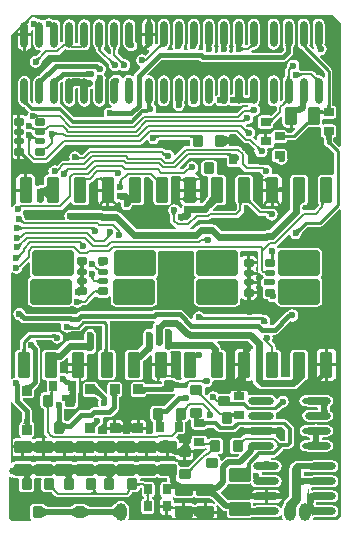
<source format=gtl>
G04*
G04 #@! TF.GenerationSoftware,Altium Limited,Altium Designer,20.2.7 (254)*
G04*
G04 Layer_Physical_Order=1*
G04 Layer_Color=255*
%FSLAX25Y25*%
%MOIN*%
G70*
G04*
G04 #@! TF.SameCoordinates,5AC374DB-F55B-4F4B-A56E-E1240E510371*
G04*
G04*
G04 #@! TF.FilePolarity,Positive*
G04*
G01*
G75*
%ADD10C,0.00984*%
%ADD11C,0.00787*%
G04:AMPARAMS|DCode=14|XSize=35.43mil|YSize=37.4mil|CornerRadius=3.54mil|HoleSize=0mil|Usage=FLASHONLY|Rotation=270.000|XOffset=0mil|YOffset=0mil|HoleType=Round|Shape=RoundedRectangle|*
%AMROUNDEDRECTD14*
21,1,0.03543,0.03032,0,0,270.0*
21,1,0.02835,0.03740,0,0,270.0*
1,1,0.00709,-0.01516,-0.01417*
1,1,0.00709,-0.01516,0.01417*
1,1,0.00709,0.01516,0.01417*
1,1,0.00709,0.01516,-0.01417*
%
%ADD14ROUNDEDRECTD14*%
G04:AMPARAMS|DCode=15|XSize=35.43mil|YSize=37.4mil|CornerRadius=3.54mil|HoleSize=0mil|Usage=FLASHONLY|Rotation=270.000|XOffset=0mil|YOffset=0mil|HoleType=Round|Shape=RoundedRectangle|*
%AMROUNDEDRECTD15*
21,1,0.03543,0.03032,0,0,270.0*
21,1,0.02835,0.03740,0,0,270.0*
1,1,0.00709,-0.01516,-0.01417*
1,1,0.00709,-0.01516,0.01417*
1,1,0.00709,0.01516,0.01417*
1,1,0.00709,0.01516,-0.01417*
%
%ADD15ROUNDEDRECTD15*%
G04:AMPARAMS|DCode=16|XSize=35.43mil|YSize=37.4mil|CornerRadius=3.54mil|HoleSize=0mil|Usage=FLASHONLY|Rotation=0.000|XOffset=0mil|YOffset=0mil|HoleType=Round|Shape=RoundedRectangle|*
%AMROUNDEDRECTD16*
21,1,0.03543,0.03032,0,0,0.0*
21,1,0.02835,0.03740,0,0,0.0*
1,1,0.00709,0.01417,-0.01516*
1,1,0.00709,-0.01417,-0.01516*
1,1,0.00709,-0.01417,0.01516*
1,1,0.00709,0.01417,0.01516*
%
%ADD16ROUNDEDRECTD16*%
G04:AMPARAMS|DCode=17|XSize=35.43mil|YSize=37.4mil|CornerRadius=3.54mil|HoleSize=0mil|Usage=FLASHONLY|Rotation=0.000|XOffset=0mil|YOffset=0mil|HoleType=Round|Shape=RoundedRectangle|*
%AMROUNDEDRECTD17*
21,1,0.03543,0.03032,0,0,0.0*
21,1,0.02835,0.03740,0,0,0.0*
1,1,0.00709,0.01417,-0.01516*
1,1,0.00709,-0.01417,-0.01516*
1,1,0.00709,-0.01417,0.01516*
1,1,0.00709,0.01417,0.01516*
%
%ADD17ROUNDEDRECTD17*%
G04:AMPARAMS|DCode=18|XSize=27.56mil|YSize=36.22mil|CornerRadius=2.76mil|HoleSize=0mil|Usage=FLASHONLY|Rotation=90.000|XOffset=0mil|YOffset=0mil|HoleType=Round|Shape=RoundedRectangle|*
%AMROUNDEDRECTD18*
21,1,0.02756,0.03071,0,0,90.0*
21,1,0.02205,0.03622,0,0,90.0*
1,1,0.00551,0.01535,0.01102*
1,1,0.00551,0.01535,-0.01102*
1,1,0.00551,-0.01535,-0.01102*
1,1,0.00551,-0.01535,0.01102*
%
%ADD18ROUNDEDRECTD18*%
G04:AMPARAMS|DCode=19|XSize=70.87mil|YSize=45.28mil|CornerRadius=4.53mil|HoleSize=0mil|Usage=FLASHONLY|Rotation=0.000|XOffset=0mil|YOffset=0mil|HoleType=Round|Shape=RoundedRectangle|*
%AMROUNDEDRECTD19*
21,1,0.07087,0.03622,0,0,0.0*
21,1,0.06181,0.04528,0,0,0.0*
1,1,0.00906,0.03091,-0.01811*
1,1,0.00906,-0.03091,-0.01811*
1,1,0.00906,-0.03091,0.01811*
1,1,0.00906,0.03091,0.01811*
%
%ADD19ROUNDEDRECTD19*%
G04:AMPARAMS|DCode=20|XSize=43.31mil|YSize=84.65mil|CornerRadius=4.33mil|HoleSize=0mil|Usage=FLASHONLY|Rotation=180.000|XOffset=0mil|YOffset=0mil|HoleType=Round|Shape=RoundedRectangle|*
%AMROUNDEDRECTD20*
21,1,0.04331,0.07598,0,0,180.0*
21,1,0.03465,0.08465,0,0,180.0*
1,1,0.00866,-0.01732,0.03799*
1,1,0.00866,0.01732,0.03799*
1,1,0.00866,0.01732,-0.03799*
1,1,0.00866,-0.01732,-0.03799*
%
%ADD20ROUNDEDRECTD20*%
G04:AMPARAMS|DCode=21|XSize=43.31mil|YSize=84.65mil|CornerRadius=4.33mil|HoleSize=0mil|Usage=FLASHONLY|Rotation=180.000|XOffset=0mil|YOffset=0mil|HoleType=Round|Shape=RoundedRectangle|*
%AMROUNDEDRECTD21*
21,1,0.04331,0.07599,0,0,180.0*
21,1,0.03465,0.08465,0,0,180.0*
1,1,0.00866,-0.01732,0.03799*
1,1,0.00866,0.01732,0.03799*
1,1,0.00866,0.01732,-0.03799*
1,1,0.00866,-0.01732,-0.03799*
%
%ADD21ROUNDEDRECTD21*%
G04:AMPARAMS|DCode=22|XSize=137.8mil|YSize=84.65mil|CornerRadius=8.47mil|HoleSize=0mil|Usage=FLASHONLY|Rotation=180.000|XOffset=0mil|YOffset=0mil|HoleType=Round|Shape=RoundedRectangle|*
%AMROUNDEDRECTD22*
21,1,0.13780,0.06772,0,0,180.0*
21,1,0.12087,0.08465,0,0,180.0*
1,1,0.01693,-0.06043,0.03386*
1,1,0.01693,0.06043,0.03386*
1,1,0.01693,0.06043,-0.03386*
1,1,0.01693,-0.06043,-0.03386*
%
%ADD22ROUNDEDRECTD22*%
G04:AMPARAMS|DCode=23|XSize=25.59mil|YSize=31.5mil|CornerRadius=2.56mil|HoleSize=0mil|Usage=FLASHONLY|Rotation=90.000|XOffset=0mil|YOffset=0mil|HoleType=Round|Shape=RoundedRectangle|*
%AMROUNDEDRECTD23*
21,1,0.02559,0.02638,0,0,90.0*
21,1,0.02047,0.03150,0,0,90.0*
1,1,0.00512,0.01319,0.01024*
1,1,0.00512,0.01319,-0.01024*
1,1,0.00512,-0.01319,-0.01024*
1,1,0.00512,-0.01319,0.01024*
%
%ADD23ROUNDEDRECTD23*%
G04:AMPARAMS|DCode=24|XSize=17.72mil|YSize=31.5mil|CornerRadius=1.77mil|HoleSize=0mil|Usage=FLASHONLY|Rotation=90.000|XOffset=0mil|YOffset=0mil|HoleType=Round|Shape=RoundedRectangle|*
%AMROUNDEDRECTD24*
21,1,0.01772,0.02795,0,0,90.0*
21,1,0.01417,0.03150,0,0,90.0*
1,1,0.00354,0.01398,0.00709*
1,1,0.00354,0.01398,-0.00709*
1,1,0.00354,-0.01398,-0.00709*
1,1,0.00354,-0.01398,0.00709*
%
%ADD24ROUNDEDRECTD24*%
%ADD25O,0.02362X0.08661*%
%ADD26O,0.08661X0.02362*%
G04:AMPARAMS|DCode=27|XSize=39.37mil|YSize=57.09mil|CornerRadius=3.94mil|HoleSize=0mil|Usage=FLASHONLY|Rotation=90.000|XOffset=0mil|YOffset=0mil|HoleType=Round|Shape=RoundedRectangle|*
%AMROUNDEDRECTD27*
21,1,0.03937,0.04921,0,0,90.0*
21,1,0.03150,0.05709,0,0,90.0*
1,1,0.00787,0.02461,0.01575*
1,1,0.00787,0.02461,-0.01575*
1,1,0.00787,-0.02461,-0.01575*
1,1,0.00787,-0.02461,0.01575*
%
%ADD27ROUNDEDRECTD27*%
G04:AMPARAMS|DCode=28|XSize=35.83mil|YSize=33.47mil|CornerRadius=3.35mil|HoleSize=0mil|Usage=FLASHONLY|Rotation=90.000|XOffset=0mil|YOffset=0mil|HoleType=Round|Shape=RoundedRectangle|*
%AMROUNDEDRECTD28*
21,1,0.03583,0.02677,0,0,90.0*
21,1,0.02913,0.03347,0,0,90.0*
1,1,0.00669,0.01339,0.01457*
1,1,0.00669,0.01339,-0.01457*
1,1,0.00669,-0.01339,-0.01457*
1,1,0.00669,-0.01339,0.01457*
%
%ADD28ROUNDEDRECTD28*%
G04:AMPARAMS|DCode=29|XSize=27.56mil|YSize=36.22mil|CornerRadius=2.76mil|HoleSize=0mil|Usage=FLASHONLY|Rotation=180.000|XOffset=0mil|YOffset=0mil|HoleType=Round|Shape=RoundedRectangle|*
%AMROUNDEDRECTD29*
21,1,0.02756,0.03071,0,0,180.0*
21,1,0.02205,0.03622,0,0,180.0*
1,1,0.00551,-0.01102,0.01535*
1,1,0.00551,0.01102,0.01535*
1,1,0.00551,0.01102,-0.01535*
1,1,0.00551,-0.01102,-0.01535*
%
%ADD29ROUNDEDRECTD29*%
G04:AMPARAMS|DCode=30|XSize=39.37mil|YSize=57.09mil|CornerRadius=3.94mil|HoleSize=0mil|Usage=FLASHONLY|Rotation=180.000|XOffset=0mil|YOffset=0mil|HoleType=Round|Shape=RoundedRectangle|*
%AMROUNDEDRECTD30*
21,1,0.03937,0.04921,0,0,180.0*
21,1,0.03150,0.05709,0,0,180.0*
1,1,0.00787,-0.01575,0.02461*
1,1,0.00787,0.01575,0.02461*
1,1,0.00787,0.01575,-0.02461*
1,1,0.00787,-0.01575,-0.02461*
%
%ADD30ROUNDEDRECTD30*%
G04:AMPARAMS|DCode=50|XSize=7.87mil|YSize=11.81mil|CornerRadius=0mil|HoleSize=0mil|Usage=FLASHONLY|Rotation=45.000|XOffset=0mil|YOffset=0mil|HoleType=Round|Shape=Round|*
%AMOVALD50*
21,1,0.00394,0.00787,0.00000,0.00000,135.0*
1,1,0.00787,0.00139,-0.00139*
1,1,0.00787,-0.00139,0.00139*
%
%ADD50OVALD50*%

%ADD51O,0.00787X0.14173*%
%ADD52O,0.06693X0.00787*%
G04:AMPARAMS|DCode=53|XSize=95.67mil|YSize=7.87mil|CornerRadius=0mil|HoleSize=0mil|Usage=FLASHONLY|Rotation=45.000|XOffset=0mil|YOffset=0mil|HoleType=Round|Shape=Round|*
%AMOVALD53*
21,1,0.08780,0.00787,0.00000,0.00000,45.0*
1,1,0.00787,-0.03104,-0.03104*
1,1,0.00787,0.03104,0.03104*
%
%ADD53OVALD53*%

%ADD54O,1.01181X0.00787*%
%ADD55O,0.00787X0.56693*%
%ADD56O,0.00787X0.34744*%
%ADD57O,0.00787X0.16732*%
%ADD58O,0.00787X1.01772*%
%ADD59O,0.44587X0.00787*%
%ADD60O,0.03937X0.05906*%
G04:AMPARAMS|DCode=61|XSize=39.37mil|YSize=7.87mil|CornerRadius=0mil|HoleSize=0mil|Usage=FLASHONLY|Rotation=315.000|XOffset=0mil|YOffset=0mil|HoleType=Round|Shape=Round|*
%AMOVALD61*
21,1,0.03150,0.00787,0.00000,0.00000,315.0*
1,1,0.00787,-0.01114,0.01114*
1,1,0.00787,0.01114,-0.01114*
%
%ADD61OVALD61*%

%ADD62O,0.00787X0.16339*%
%ADD63O,0.03150X0.02362*%
%ADD64C,0.01575*%
%ADD65C,0.01181*%
%ADD66C,0.01968*%
%ADD67C,0.03937*%
%ADD68C,0.02362*%
%ADD69C,0.03150*%
%ADD70C,0.05118*%
%ADD71C,0.02362*%
G36*
X6479Y166942D02*
X6408Y166868D01*
X6301Y166742D01*
X6264Y166688D01*
X6239Y166641D01*
X6224Y166601D01*
X6221Y166567D01*
X6230Y166540D01*
X6250Y166519D01*
X6281Y166505D01*
X6178Y166535D01*
X6162Y166502D01*
X6099Y166335D01*
X6046Y166147D01*
X6003Y165940D01*
X5969Y165712D01*
X5930Y165195D01*
X5925Y164907D01*
X4941Y164414D01*
X4936Y164600D01*
X4921Y164755D01*
X4896Y164880D01*
X4861Y164975D01*
X4816Y165040D01*
X4761Y165075D01*
X4696Y165080D01*
X4621Y165055D01*
X4535Y165000D01*
X4440Y164915D01*
X6088Y166562D01*
X5128Y166848D01*
X5165Y166857D01*
X5210Y166878D01*
X5263Y166909D01*
X5323Y166951D01*
X5468Y167067D01*
X5643Y167225D01*
X5850Y167426D01*
X6479Y166942D01*
D02*
G37*
G36*
X14685Y166545D02*
X14739Y166456D01*
X14876Y166262D01*
X15048Y166049D01*
X15373Y165692D01*
X15500Y165563D01*
X15041Y164909D01*
X14955Y164988D01*
X14870Y165052D01*
X14784Y165103D01*
X14698Y165141D01*
X14611Y165165D01*
X14524Y165175D01*
X14437Y165172D01*
X14350Y165155D01*
X14262Y165124D01*
X14174Y165080D01*
X14640Y166630D01*
X14685Y166545D01*
D02*
G37*
G36*
X9266Y164817D02*
X9278Y164899D01*
X9266Y164972D01*
X9231Y165037D01*
X9173Y165093D01*
X9092Y165140D01*
X8987Y165179D01*
X8859Y165209D01*
X8707Y165231D01*
X8533Y165244D01*
X8335Y165248D01*
X8400Y166232D01*
X8639Y166237D01*
X9048Y166270D01*
X9219Y166300D01*
X9366Y166338D01*
X9492Y166384D01*
X9594Y166439D01*
X9674Y166502D01*
X9730Y166574D01*
X9765Y166654D01*
X9266Y164817D01*
D02*
G37*
G36*
X57126Y160528D02*
X57130Y160419D01*
X57143Y160312D01*
X57164Y160207D01*
X57193Y160105D01*
X57231Y160005D01*
X57278Y159907D01*
X57332Y159811D01*
X57396Y159717D01*
X57467Y159625D01*
X57547Y159536D01*
X55895Y159591D01*
X55979Y159674D01*
X56055Y159760D01*
X56121Y159849D01*
X56179Y159941D01*
X56228Y160036D01*
X56268Y160134D01*
X56299Y160235D01*
X56321Y160339D01*
X56334Y160446D01*
X56339Y160556D01*
X57126Y160528D01*
D02*
G37*
G36*
X62341Y160360D02*
X62344Y160256D01*
X62353Y160151D01*
X62369Y160046D01*
X62390Y159941D01*
X62417Y159835D01*
X62490Y159621D01*
X62536Y159513D01*
X62646Y159296D01*
X61059Y159763D01*
X61153Y159819D01*
X61237Y159881D01*
X61312Y159950D01*
X61376Y160025D01*
X61430Y160106D01*
X61475Y160194D01*
X61509Y160288D01*
X61534Y160389D01*
X61549Y160495D01*
X61554Y160609D01*
X62341Y160360D01*
D02*
G37*
G36*
X51489Y158512D02*
X51445Y158572D01*
X51389Y158610D01*
X51324Y158628D01*
X51248Y158623D01*
X51162Y158597D01*
X51065Y158550D01*
X50957Y158481D01*
X50839Y158390D01*
X50711Y158278D01*
X50572Y158145D01*
X50161Y158847D01*
X50299Y158991D01*
X50519Y159254D01*
X50601Y159375D01*
X50664Y159487D01*
X50709Y159592D01*
X50735Y159689D01*
X50743Y159779D01*
X50732Y159860D01*
X50703Y159934D01*
X51489Y158512D01*
D02*
G37*
G36*
X81814Y158447D02*
X81754Y158491D01*
X81686Y158516D01*
X81609Y158520D01*
X81522Y158505D01*
X81427Y158469D01*
X81322Y158414D01*
X81208Y158338D01*
X81085Y158243D01*
X80953Y158127D01*
X80812Y157992D01*
X80255Y158548D01*
X80391Y158689D01*
X80602Y158944D01*
X80678Y159058D01*
X80733Y159163D01*
X80769Y159258D01*
X80784Y159345D01*
X80780Y159422D01*
X80755Y159491D01*
X80710Y159550D01*
X81814Y158447D01*
D02*
G37*
G36*
X19843Y158388D02*
X19756Y158450D01*
X19662Y158506D01*
X19563Y158555D01*
X19457Y158597D01*
X19346Y158633D01*
X19230Y158662D01*
X19107Y158685D01*
X18979Y158701D01*
X18845Y158711D01*
X18705Y158714D01*
X18473Y159502D01*
X18650Y159506D01*
X18806Y159518D01*
X18940Y159537D01*
X19053Y159565D01*
X19143Y159600D01*
X19211Y159644D01*
X19258Y159695D01*
X19283Y159754D01*
X19285Y159821D01*
X19266Y159896D01*
X19843Y158388D01*
D02*
G37*
G36*
X104404Y159495D02*
X104436Y159030D01*
X104449Y158978D01*
X104463Y158939D01*
X104479Y158914D01*
X104497Y158903D01*
X103104Y158101D01*
X102828Y159468D01*
X104403Y159629D01*
X104404Y159495D01*
D02*
G37*
G36*
X61838Y158511D02*
X62349Y158552D01*
X62348Y158547D01*
X62346Y158531D01*
X62343Y158422D01*
X62341Y158031D01*
X61221D01*
X61192Y158668D01*
X61838Y158511D01*
D02*
G37*
G36*
X56786Y158521D02*
X57144Y158475D01*
X57141Y158471D01*
X57138Y158458D01*
X57135Y158436D01*
X57131Y158366D01*
X57126Y158031D01*
X56299D01*
X56281Y158600D01*
X56786Y158521D01*
D02*
G37*
G36*
X67298Y159484D02*
X67311Y159376D01*
X67334Y159273D01*
X67365Y159172D01*
X67405Y159074D01*
X67454Y158979D01*
X67512Y158888D01*
X67579Y158800D01*
X67655Y158714D01*
X67740Y158632D01*
X67454Y158620D01*
X67438Y158610D01*
X67404Y158567D01*
X67375Y158507D01*
X67350Y158431D01*
X67330Y158339D01*
X67314Y158230D01*
X67302Y158105D01*
X67293Y157804D01*
X66506D01*
X66504Y157957D01*
X66486Y158214D01*
X66470Y158318D01*
X66449Y158406D01*
X66425Y158477D01*
X66395Y158532D01*
X66361Y158571D01*
X66355Y158575D01*
X66088Y158564D01*
X66167Y158654D01*
X66238Y158746D01*
X66301Y158841D01*
X66355Y158937D01*
X66401Y159036D01*
X66439Y159136D01*
X66468Y159239D01*
X66489Y159344D01*
X66502Y159450D01*
X66506Y159559D01*
X67293Y159594D01*
X67298Y159484D01*
D02*
G37*
G36*
X72258Y159471D02*
X72271Y159364D01*
X72293Y159260D01*
X72324Y159158D01*
X72363Y159060D01*
X72411Y158963D01*
X72467Y158870D01*
X72533Y158779D01*
X72607Y158691D01*
X72690Y158606D01*
X72416Y158603D01*
X72383Y158566D01*
X72348Y158505D01*
X72320Y158426D01*
X72296Y158329D01*
X72278Y158214D01*
X72264Y158082D01*
X72254Y157765D01*
X71466D01*
X71464Y157934D01*
X71443Y158220D01*
X71425Y158336D01*
X71401Y158434D01*
X71372Y158514D01*
X71338Y158577D01*
X71323Y158595D01*
X71036Y158592D01*
X71118Y158679D01*
X71191Y158769D01*
X71256Y158861D01*
X71312Y158955D01*
X71359Y159052D01*
X71398Y159151D01*
X71428Y159253D01*
X71449Y159358D01*
X71462Y159465D01*
X71466Y159574D01*
X72254Y159581D01*
X72258Y159471D01*
D02*
G37*
G36*
X94430Y158929D02*
X94380Y158819D01*
X94336Y158685D01*
X94298Y158529D01*
X94266Y158351D01*
X94219Y157925D01*
X94196Y157409D01*
X94193Y157117D01*
X92618Y157214D01*
X92616Y157516D01*
X92532Y158759D01*
X92506Y158872D01*
X92476Y158958D01*
X92443Y159017D01*
X94486D01*
X94430Y158929D01*
D02*
G37*
G36*
X77278Y159471D02*
X77291Y159364D01*
X77313Y159260D01*
X77343Y159159D01*
X77383Y159060D01*
X77430Y158963D01*
X77487Y158870D01*
X77552Y158779D01*
X77627Y158691D01*
X77694Y158622D01*
X77768Y158559D01*
X77863Y158490D01*
X77959Y158429D01*
X78057Y158376D01*
X78156Y158331D01*
X78257Y158294D01*
X78361Y158265D01*
X78465Y158245D01*
X78572Y158232D01*
X78681Y158228D01*
X78737Y157441D01*
X78626Y157436D01*
X78519Y157423D01*
X78416Y157400D01*
X78315Y157368D01*
X78219Y157327D01*
X78125Y157278D01*
X78035Y157219D01*
X77949Y157150D01*
X77866Y157073D01*
X77787Y156987D01*
X77678Y158605D01*
X77425Y158603D01*
X77402Y158577D01*
X77368Y158514D01*
X77339Y158434D01*
X77315Y158336D01*
X77297Y158220D01*
X77284Y158086D01*
X77274Y157765D01*
X76486D01*
X76484Y157933D01*
X76463Y158214D01*
X76444Y158329D01*
X76421Y158425D01*
X76392Y158504D01*
X76358Y158566D01*
X76332Y158594D01*
X76056Y158592D01*
X76138Y158679D01*
X76211Y158768D01*
X76275Y158861D01*
X76331Y158955D01*
X76379Y159052D01*
X76417Y159151D01*
X76447Y159253D01*
X76469Y159358D01*
X76482Y159465D01*
X76486Y159574D01*
X77274Y159581D01*
X77278Y159471D01*
D02*
G37*
G36*
X110925Y166004D02*
Y125308D01*
X110425Y125101D01*
X108397Y127129D01*
Y127882D01*
X108407Y128001D01*
X108435Y128172D01*
X108467Y128293D01*
X108477Y128316D01*
X108741Y128369D01*
X109093Y128604D01*
X109328Y128955D01*
X109411Y129370D01*
Y131575D01*
X109328Y131990D01*
X109093Y132341D01*
X108741Y132576D01*
X108327Y132659D01*
X105256D01*
X105078Y132623D01*
X104652Y132991D01*
X104644Y133008D01*
X104649Y133031D01*
Y134241D01*
X105149Y134607D01*
X105256Y134585D01*
X108327D01*
X108741Y134668D01*
X109093Y134903D01*
X109328Y135255D01*
X109411Y135669D01*
Y137874D01*
X109328Y138289D01*
X109093Y138640D01*
X108741Y138875D01*
X108327Y138958D01*
X108096D01*
Y150320D01*
X107996Y150819D01*
X107747Y151193D01*
X107701Y151420D01*
X107419Y151843D01*
X103975Y155286D01*
X104222Y155747D01*
X104233Y155745D01*
X105001Y155898D01*
X105652Y156333D01*
X106087Y156984D01*
X106240Y157752D01*
X106087Y158520D01*
X105652Y159171D01*
X105416Y159329D01*
X105472Y159606D01*
Y165905D01*
X105319Y166674D01*
X104884Y167325D01*
X104233Y167760D01*
X103465Y167913D01*
X102697Y167760D01*
X102045Y167325D01*
X101610Y166674D01*
X101458Y165905D01*
Y159606D01*
X101610Y158838D01*
X102045Y158187D01*
X102002Y157967D01*
X101473Y157789D01*
X100336Y158926D01*
X100472Y159606D01*
Y165905D01*
X100319Y166674D01*
X99884Y167325D01*
X99233Y167760D01*
X98465Y167913D01*
X97697Y167760D01*
X97045Y167325D01*
X96610Y166674D01*
X96457Y165905D01*
Y159606D01*
X96610Y158838D01*
X97045Y158187D01*
X97697Y157752D01*
X97934Y157705D01*
X98069Y157503D01*
X105250Y150322D01*
X105291Y150115D01*
X105487Y149822D01*
Y148425D01*
X104987Y148273D01*
X104884Y148427D01*
X104233Y148862D01*
X103465Y149015D01*
X103226Y148968D01*
X103121Y149055D01*
X101954Y150222D01*
X101563Y150483D01*
X101102Y150574D01*
X101102Y150574D01*
X97648D01*
X97594Y150583D01*
X97537Y150596D01*
X97478Y150613D01*
X97417Y150635D01*
X97363Y150658D01*
X97208Y150738D01*
X97129Y150787D01*
X97069Y150810D01*
X96831Y150969D01*
X96735Y151200D01*
X96938Y151503D01*
X97090Y152271D01*
X96938Y153039D01*
X96503Y153690D01*
X95851Y154125D01*
X95083Y154278D01*
X94315Y154125D01*
X93664Y153690D01*
X93229Y153039D01*
X93076Y152271D01*
X93091Y152196D01*
X93089Y152177D01*
X93079Y152124D01*
X93066Y152077D01*
X93051Y152035D01*
X93034Y151997D01*
X93015Y151961D01*
X92993Y151928D01*
X92613Y151548D01*
X92352Y151158D01*
X92260Y150697D01*
X92260Y150697D01*
Y148670D01*
X92256Y148603D01*
X92251Y148565D01*
X92045Y148427D01*
X91610Y147776D01*
X91457Y147008D01*
Y140850D01*
X91335Y140709D01*
X91214Y140588D01*
X91049Y140478D01*
X91049Y140478D01*
X90907Y140335D01*
X90446Y140582D01*
X90472Y140709D01*
Y147008D01*
X90319Y147776D01*
X89884Y148427D01*
X89233Y148862D01*
X88465Y149015D01*
X87696Y148862D01*
X87045Y148427D01*
X86610Y147776D01*
X86458Y147008D01*
Y140709D01*
X86610Y139941D01*
X87045Y139289D01*
X87696Y138854D01*
X88465Y138702D01*
X89105Y138829D01*
X89458Y138578D01*
X89544Y138473D01*
X89544Y138473D01*
Y137310D01*
X87792Y135558D01*
X87777Y135568D01*
X87362Y135651D01*
X84291D01*
X83877Y135568D01*
X83525Y135333D01*
X83290Y134982D01*
X83207Y134567D01*
Y132362D01*
X83290Y131948D01*
X83525Y131596D01*
X83877Y131361D01*
X84291Y131278D01*
X87362D01*
X87777Y131361D01*
X88129Y131596D01*
X88363Y131948D01*
X88446Y132362D01*
Y132708D01*
X88447Y132710D01*
X88469Y132758D01*
X88502Y132816D01*
X88539Y132873D01*
X88651Y133011D01*
X90932Y135292D01*
X91394Y135100D01*
Y133031D01*
X91502Y132488D01*
X91810Y132027D01*
X92271Y131719D01*
X92815Y131611D01*
X93890D01*
Y135492D01*
X94890D01*
Y131611D01*
X95564D01*
X95771Y131111D01*
X94607Y129946D01*
X93033D01*
X93032Y129946D01*
X92989Y130159D01*
X92755Y130510D01*
X92403Y130745D01*
X91988Y130828D01*
X88917D01*
X88503Y130745D01*
X88151Y130510D01*
X87916Y130159D01*
X87880Y129975D01*
X87399Y129561D01*
X87362Y129568D01*
X86327D01*
Y127165D01*
X85327D01*
Y129568D01*
X84291D01*
X83794Y129469D01*
X83372Y129187D01*
X83090Y128765D01*
X82991Y128268D01*
Y127545D01*
X82529Y127354D01*
X81705Y128177D01*
X81738Y128508D01*
X82173Y129159D01*
X82326Y129928D01*
X82173Y130696D01*
X81738Y131347D01*
X81087Y131782D01*
X80319Y131935D01*
X79919Y131855D01*
X79846Y131854D01*
X79776Y131839D01*
X79750Y131835D01*
X79734Y131835D01*
X79723Y131836D01*
X79716Y131838D01*
X79708Y131841D01*
X79697Y131846D01*
X79684Y131854D01*
X79346Y132192D01*
X79592Y132653D01*
X79630Y132645D01*
X80398Y132798D01*
X81049Y133233D01*
X81484Y133884D01*
X81637Y134652D01*
X81551Y135085D01*
X81976Y135511D01*
X82031Y135500D01*
X82799Y135652D01*
X83450Y136088D01*
X83885Y136739D01*
X84038Y137507D01*
X83885Y138275D01*
X83510Y138836D01*
X83289Y139289D01*
X83724Y139941D01*
X83877Y140709D01*
Y147008D01*
X83724Y147776D01*
X83289Y148427D01*
X82638Y148862D01*
X81870Y149015D01*
X81102Y148862D01*
X80451Y148427D01*
X80016Y147776D01*
X79863Y147008D01*
Y142391D01*
X79838Y142384D01*
X79649Y142355D01*
X79510Y142344D01*
X79230D01*
X79091Y142355D01*
X78903Y142384D01*
X78877Y142391D01*
Y147008D01*
X78724Y147776D01*
X78289Y148427D01*
X77638Y148862D01*
X76870Y149015D01*
X76102Y148862D01*
X75451Y148427D01*
X75016Y147776D01*
X74863Y147008D01*
Y142669D01*
X74377Y142572D01*
X74246Y142593D01*
X73877Y142790D01*
Y147008D01*
X73724Y147776D01*
X73289Y148427D01*
X72638Y148862D01*
X71870Y149015D01*
X71102Y148862D01*
X70451Y148427D01*
X70016Y147776D01*
X69863Y147008D01*
Y142472D01*
X69377Y142147D01*
X69222Y142180D01*
X68877Y142322D01*
Y147008D01*
X68724Y147776D01*
X68289Y148427D01*
X67638Y148862D01*
X66870Y149015D01*
X66102Y148862D01*
X65451Y148427D01*
X65016Y147776D01*
X64863Y147008D01*
Y140709D01*
X65016Y139941D01*
X65451Y139289D01*
X66102Y138854D01*
X66870Y138702D01*
X67638Y138854D01*
X68289Y139289D01*
X68518Y139632D01*
X69120D01*
X69349Y139289D01*
X70000Y138854D01*
X70768Y138702D01*
X71319Y138811D01*
X71870Y138702D01*
X72638Y138854D01*
X73143Y139192D01*
X73484Y139254D01*
X73825Y139192D01*
X74330Y138854D01*
X75098Y138702D01*
X75867Y138854D01*
X75984Y138933D01*
X76102Y138854D01*
X76870Y138702D01*
X77638Y138854D01*
X77840Y138989D01*
X77883Y139005D01*
X77913Y139024D01*
X77922Y139028D01*
X77980Y139046D01*
X78079Y139068D01*
X78193Y139087D01*
X78879Y139133D01*
X79807D01*
X80050Y138755D01*
X80068Y138629D01*
X79926Y138422D01*
X78654D01*
X78194Y138330D01*
X77803Y138069D01*
X77803Y138069D01*
X76174Y136441D01*
X49413D01*
X49177Y136881D01*
X49295Y137058D01*
X49448Y137826D01*
X49295Y138594D01*
X48860Y139246D01*
X48445Y139523D01*
X48724Y139941D01*
X48877Y140709D01*
Y147008D01*
X48724Y147776D01*
X48289Y148427D01*
X47638Y148862D01*
X46870Y149015D01*
X46679Y148977D01*
X46433Y149438D01*
X51157Y154162D01*
X63646D01*
X63963Y153845D01*
X64484Y153497D01*
X65099Y153375D01*
X65099Y153375D01*
X91496D01*
X91496Y153375D01*
X92111Y153497D01*
X92631Y153845D01*
X94541Y155754D01*
X94541Y155754D01*
X94889Y156275D01*
X95011Y156890D01*
X95011Y156890D01*
Y157666D01*
X95020Y157863D01*
X95061Y158236D01*
X95084Y158363D01*
X95109Y158464D01*
X95130Y158527D01*
X95139Y158547D01*
X95164Y158587D01*
X95182Y158633D01*
X95319Y158838D01*
X95472Y159606D01*
Y165905D01*
X95319Y166674D01*
X94884Y167325D01*
X94233Y167760D01*
X93465Y167913D01*
X92696Y167760D01*
X92045Y167325D01*
X91610Y166674D01*
X91457Y165905D01*
Y159606D01*
X91610Y158838D01*
X91731Y158658D01*
X91734Y158649D01*
X91736Y158640D01*
X91800Y157691D01*
Y157555D01*
X90831Y156586D01*
X81240D01*
X81170Y156681D01*
X81053Y157086D01*
X81546Y157579D01*
X81597Y157624D01*
X81628Y157648D01*
X81870Y157599D01*
X82638Y157752D01*
X83289Y158187D01*
X83724Y158838D01*
X83877Y159606D01*
Y165905D01*
X83724Y166674D01*
X83289Y167325D01*
X82638Y167760D01*
X81870Y167913D01*
X81102Y167760D01*
X80451Y167325D01*
X80016Y166674D01*
X79863Y165905D01*
Y159606D01*
X79887Y159486D01*
X79558Y159096D01*
X79179Y159100D01*
X78855Y159496D01*
X78877Y159606D01*
Y165905D01*
X78724Y166674D01*
X78289Y167325D01*
X77638Y167760D01*
X76870Y167913D01*
X76102Y167760D01*
X75451Y167325D01*
X75016Y166674D01*
X74863Y165905D01*
Y159606D01*
X75016Y158838D01*
X75131Y158666D01*
X75035Y158523D01*
X74883Y157755D01*
X75016Y157086D01*
X74748Y156586D01*
X74011D01*
X73744Y157086D01*
X73877Y157755D01*
X73724Y158523D01*
X73619Y158681D01*
X73724Y158838D01*
X73877Y159606D01*
Y165905D01*
X73724Y166674D01*
X73289Y167325D01*
X72638Y167760D01*
X71870Y167913D01*
X71102Y167760D01*
X70451Y167325D01*
X70016Y166674D01*
X69863Y165905D01*
Y159606D01*
X70016Y158838D01*
X70121Y158681D01*
X70016Y158523D01*
X69863Y157755D01*
X69996Y157086D01*
X69728Y156586D01*
X69090D01*
X68822Y157086D01*
X68955Y157755D01*
X68803Y158523D01*
X68658Y158739D01*
X68724Y158838D01*
X68877Y159606D01*
Y165905D01*
X68724Y166674D01*
X68289Y167325D01*
X67638Y167760D01*
X66870Y167913D01*
X66102Y167760D01*
X65451Y167325D01*
X65016Y166674D01*
X64863Y165905D01*
Y159606D01*
X65016Y158838D01*
X65160Y158622D01*
X65094Y158523D01*
X64941Y157755D01*
X64938Y157743D01*
X64516Y157333D01*
X64311Y157373D01*
X64311Y157373D01*
X63612D01*
X63376Y157814D01*
X63468Y157952D01*
X63611Y158668D01*
X63724Y158838D01*
X63877Y159606D01*
Y165905D01*
X63724Y166674D01*
X63289Y167325D01*
X62638Y167760D01*
X61870Y167913D01*
X61102Y167760D01*
X60451Y167325D01*
X60016Y166674D01*
X59863Y165905D01*
Y159643D01*
X59760Y159489D01*
X59607Y158721D01*
X59760Y157952D01*
X59852Y157814D01*
X59616Y157373D01*
X58691D01*
X58455Y157814D01*
X58547Y157952D01*
X58700Y158721D01*
X58688Y158783D01*
X58724Y158838D01*
X58877Y159606D01*
Y165905D01*
X58724Y166674D01*
X58289Y167325D01*
X57638Y167760D01*
X56870Y167913D01*
X56102Y167760D01*
X55451Y167325D01*
X55016Y166674D01*
X54863Y165905D01*
Y159606D01*
X54875Y159544D01*
X54839Y159489D01*
X54686Y158721D01*
X54839Y157952D01*
X54931Y157814D01*
X54695Y157373D01*
X52972D01*
X52820Y157873D01*
X53289Y158187D01*
X53724Y158838D01*
X53877Y159606D01*
Y165905D01*
X53724Y166674D01*
X53289Y167325D01*
X52638Y167760D01*
X51870Y167913D01*
X51102Y167760D01*
X50451Y167325D01*
X50016Y166674D01*
X49863Y165905D01*
Y159722D01*
X49733Y159566D01*
X49534Y159367D01*
X49181Y159556D01*
X49094Y159634D01*
Y162256D01*
X44646D01*
Y159606D01*
X44816Y158755D01*
X45072Y158371D01*
X45191Y158495D01*
X45527Y158897D01*
X45647Y159075D01*
X45736Y159237D01*
X45792Y159385D01*
X45818Y159517D01*
X45811Y159634D01*
X45773Y159735D01*
X45703Y159822D01*
X47175Y158467D01*
X47094Y158449D01*
X47004Y158416D01*
X46906Y158368D01*
X46799Y158304D01*
X46683Y158225D01*
X46426Y158021D01*
X46284Y157896D01*
X45974Y157600D01*
X45271Y158073D01*
X45298Y158034D01*
X46019Y157552D01*
X46847Y157387D01*
X46969Y157204D01*
X47109Y156942D01*
X45791Y155624D01*
X45453Y155850D01*
X44685Y156003D01*
X43917Y155850D01*
X43266Y155415D01*
X42831Y154764D01*
X42678Y153996D01*
X42831Y153228D01*
X43266Y152577D01*
X43900Y152153D01*
X43969Y152096D01*
X44074Y151620D01*
X42369Y149915D01*
X42020Y149394D01*
X41931Y148943D01*
X41904Y148919D01*
X41525Y148752D01*
X41398Y148743D01*
X40926Y149059D01*
X40157Y149212D01*
X39389Y149059D01*
X38738Y148624D01*
X38430Y148162D01*
X38315Y148135D01*
X37871Y148168D01*
X37517Y148698D01*
X36866Y149133D01*
X36097Y149286D01*
X35329Y149133D01*
X34678Y148698D01*
X34650Y148655D01*
X34014Y148230D01*
X33579Y147579D01*
X33426Y146811D01*
Y140512D01*
X33579Y139744D01*
X34014Y139093D01*
X34501Y138767D01*
X34306Y138296D01*
X33858Y138385D01*
X33090Y138232D01*
X32439Y137797D01*
X32004Y137146D01*
X31851Y136378D01*
X32004Y135610D01*
X32099Y135468D01*
X31863Y135027D01*
X22078D01*
X18159Y138946D01*
X17703Y139251D01*
X17576Y139276D01*
X17287Y139744D01*
X17440Y140512D01*
Y146398D01*
X17470Y146450D01*
X17601Y146640D01*
X17961Y147069D01*
X17969Y147076D01*
X18430Y146830D01*
X18426Y146811D01*
Y143661D01*
Y140512D01*
X18579Y139744D01*
X19014Y139093D01*
X19665Y138657D01*
X20433Y138505D01*
X21201Y138657D01*
X21852Y139093D01*
X22287Y139744D01*
X22440Y140512D01*
Y144626D01*
X22564Y144676D01*
X22801Y144736D01*
X22933Y144756D01*
X23065Y144736D01*
X23303Y144676D01*
X23426Y144626D01*
Y140512D01*
X23579Y139744D01*
X24014Y139093D01*
X24665Y138657D01*
X25433Y138505D01*
X26201Y138657D01*
X26852Y139093D01*
X27287Y139744D01*
X27440Y140512D01*
Y144386D01*
X27835Y144465D01*
X27985Y144565D01*
X28426Y144329D01*
Y140512D01*
X28579Y139744D01*
X29014Y139093D01*
X29665Y138657D01*
X30433Y138505D01*
X31201Y138657D01*
X31852Y139093D01*
X32287Y139744D01*
X32440Y140512D01*
Y146811D01*
X32349Y147271D01*
X32366Y147298D01*
X32519Y148066D01*
X32366Y148834D01*
X32081Y149261D01*
X32047Y149840D01*
X32482Y150491D01*
X32635Y151259D01*
X32482Y152027D01*
X32047Y152678D01*
X31396Y153113D01*
X30691Y153253D01*
X30584Y153360D01*
X30064Y153708D01*
X29449Y153830D01*
X29449Y153830D01*
X15846D01*
X15846Y153830D01*
X15232Y153708D01*
X14711Y153360D01*
X14711Y153360D01*
X10569Y149217D01*
X10480Y149135D01*
X10191Y148893D01*
X10086Y148816D01*
X10004Y148761D01*
X9956Y148735D01*
X9936Y148730D01*
X9898Y148712D01*
X9665Y148665D01*
X9014Y148230D01*
X8579Y147579D01*
X8426Y146811D01*
Y140512D01*
X8520Y140040D01*
X8059Y139794D01*
X7686Y140167D01*
X7590Y140276D01*
X7463Y140436D01*
X7434Y140479D01*
X7440Y140512D01*
Y146811D01*
X7287Y147579D01*
X6852Y148230D01*
X6201Y148665D01*
X5433Y148818D01*
X4665Y148665D01*
X4014Y148230D01*
X3579Y147579D01*
X3426Y146811D01*
Y140512D01*
X3579Y139744D01*
X4014Y139093D01*
X4665Y138657D01*
X4926Y138606D01*
X4982Y138583D01*
X5067Y138568D01*
X5122Y138552D01*
X5189Y138526D01*
X5267Y138488D01*
X5357Y138437D01*
X5457Y138371D01*
X5558Y138296D01*
X5729Y138150D01*
X6697Y137182D01*
X6910Y136927D01*
X6769Y136459D01*
X6571Y136162D01*
X6431Y135458D01*
X6235Y135362D01*
X5930Y135308D01*
X5768Y135551D01*
X5352Y135829D01*
X4862Y135926D01*
X4043D01*
Y133622D01*
X3043D01*
Y135926D01*
X2224D01*
X1734Y135829D01*
X1386Y135596D01*
X1111Y135672D01*
X886Y135803D01*
Y161865D01*
X2747Y163738D01*
X3209Y163547D01*
Y163059D01*
X7657D01*
Y163736D01*
X8123Y164032D01*
X8426Y163872D01*
Y159409D01*
X8579Y158641D01*
X9014Y157990D01*
X9665Y157555D01*
X10433Y157402D01*
X10694Y157454D01*
X10940Y156993D01*
X9528Y155582D01*
X9497Y155561D01*
X9464Y155543D01*
X9428Y155528D01*
X9389Y155515D01*
X9345Y155503D01*
X9295Y155495D01*
X9253Y155491D01*
X9154Y155511D01*
X8386Y155358D01*
X7734Y154923D01*
X7299Y154272D01*
X7147Y153504D01*
X7299Y152736D01*
X7734Y152085D01*
X8386Y151650D01*
X9154Y151497D01*
X9922Y151650D01*
X10573Y152085D01*
X11008Y152736D01*
X11161Y153504D01*
X11141Y153604D01*
X11145Y153645D01*
X11153Y153695D01*
X11164Y153740D01*
X11178Y153779D01*
X11193Y153814D01*
X11211Y153848D01*
X11231Y153879D01*
X13196Y155843D01*
X16411D01*
X16412Y155843D01*
X16872Y155935D01*
X17263Y156196D01*
X18962Y157894D01*
X18983Y157892D01*
X19058Y157878D01*
X19125Y157861D01*
X19184Y157842D01*
X19235Y157821D01*
X19280Y157799D01*
X19319Y157776D01*
X19381Y157732D01*
X19439Y157707D01*
X19665Y157555D01*
X20433Y157402D01*
X20934Y157502D01*
X21358Y157418D01*
X21358Y157418D01*
X24219D01*
X24220Y157418D01*
X24680Y157510D01*
X24730Y157542D01*
X25433Y157402D01*
X26201Y157555D01*
X26852Y157990D01*
X27287Y158641D01*
X27440Y159409D01*
Y165709D01*
X27287Y166477D01*
X26852Y167128D01*
X26201Y167563D01*
X25433Y167716D01*
X24665Y167563D01*
X24014Y167128D01*
X23579Y166477D01*
X23426Y165709D01*
Y159826D01*
X22440D01*
Y165709D01*
X22287Y166477D01*
X21852Y167128D01*
X21201Y167563D01*
X20433Y167716D01*
X19665Y167563D01*
X19014Y167128D01*
X18579Y166477D01*
X18426Y165709D01*
Y160303D01*
X18288Y160276D01*
X18245Y160272D01*
X18231Y160264D01*
X18012Y160221D01*
X17940Y160173D01*
X17680Y160253D01*
X17440Y160440D01*
Y165709D01*
X17287Y166477D01*
X16852Y167128D01*
X16201Y167563D01*
X15433Y167716D01*
X14877Y167605D01*
X14351Y167957D01*
X13583Y168110D01*
X12815Y167957D01*
X12163Y167522D01*
X12154Y167508D01*
X11470Y167384D01*
X11201Y167563D01*
X10433Y167716D01*
X10051Y167640D01*
X9430Y168055D01*
X8895Y168161D01*
X8944Y168661D01*
X108268D01*
X110925Y166004D01*
D02*
G37*
G36*
X10720Y154514D02*
X10646Y154434D01*
X10580Y154349D01*
X10521Y154260D01*
X10471Y154166D01*
X10428Y154069D01*
X10393Y153967D01*
X10367Y153860D01*
X10348Y153750D01*
X10337Y153635D01*
X10335Y153516D01*
X9165Y154685D01*
X9285Y154688D01*
X9399Y154699D01*
X9510Y154717D01*
X9616Y154744D01*
X9718Y154778D01*
X9816Y154821D01*
X9909Y154871D01*
X9998Y154930D01*
X10083Y154997D01*
X10164Y155071D01*
X10720Y154514D01*
D02*
G37*
G36*
X95040Y151091D02*
X94922Y151091D01*
X94807Y151083D01*
X94697Y151067D01*
X94591Y151042D01*
X94490Y151009D01*
X94392Y150968D01*
X94299Y150918D01*
X94209Y150860D01*
X94124Y150794D01*
X94043Y150719D01*
X93502Y151292D01*
X93577Y151372D01*
X93643Y151456D01*
X93702Y151545D01*
X93754Y151639D01*
X93797Y151736D01*
X93834Y151838D01*
X93862Y151945D01*
X93883Y152056D01*
X93897Y152171D01*
X93902Y152291D01*
X95040Y151091D01*
D02*
G37*
G36*
X26551Y148715D02*
X26534Y148727D01*
X26504Y148738D01*
X26460Y148748D01*
X26404Y148756D01*
X26252Y148769D01*
X25927Y148779D01*
X25793Y148779D01*
X25971Y150354D01*
X26689Y150363D01*
X26551Y148715D01*
D02*
G37*
G36*
X96812Y150039D02*
X97021Y149931D01*
X97126Y149886D01*
X97231Y149849D01*
X97337Y149818D01*
X97442Y149794D01*
X97547Y149777D01*
X97653Y149767D01*
X97758Y149764D01*
X97945Y148976D01*
X97832Y148971D01*
X97725Y148957D01*
X97624Y148933D01*
X97527Y148899D01*
X97437Y148855D01*
X97352Y148801D01*
X97272Y148738D01*
X97198Y148665D01*
X97129Y148582D01*
X97066Y148490D01*
X96707Y150104D01*
X96812Y150039D01*
D02*
G37*
G36*
X23975Y147965D02*
X25128Y147950D01*
X24266Y144449D01*
X24295Y144673D01*
X24264Y144874D01*
X24174Y145051D01*
X24026Y145205D01*
X23818Y145335D01*
X23551Y145441D01*
X23225Y145524D01*
X22933Y145568D01*
X22641Y145524D01*
X22316Y145441D01*
X22049Y145335D01*
X21841Y145205D01*
X21692Y145051D01*
X21602Y144874D01*
X21572Y144673D01*
X21600Y144449D01*
X20738Y147950D01*
X20752Y147958D01*
X20835Y147965D01*
X21207Y147977D01*
X21892Y147981D01*
Y147992D01*
X22509Y147984D01*
X23975Y147992D01*
Y147965D01*
D02*
G37*
G36*
X93862Y148702D02*
X93893Y148372D01*
X93920Y148239D01*
X93955Y148125D01*
X93997Y148033D01*
X94048Y147960D01*
X94106Y147909D01*
X94171Y147878D01*
X94245Y147868D01*
X92685D01*
X92758Y147878D01*
X92824Y147909D01*
X92882Y147960D01*
X92932Y148033D01*
X92974Y148125D01*
X93009Y148239D01*
X93036Y148372D01*
X93055Y148527D01*
X93067Y148702D01*
X93071Y148898D01*
X93858D01*
X93862Y148702D01*
D02*
G37*
G36*
X102548Y148487D02*
X102803Y148276D01*
X102917Y148200D01*
X103021Y148145D01*
X103117Y148109D01*
X103203Y148094D01*
X103281Y148098D01*
X103349Y148123D01*
X103408Y148168D01*
X102305Y147064D01*
X102349Y147124D01*
X102374Y147192D01*
X102379Y147269D01*
X102363Y147356D01*
X102328Y147451D01*
X102272Y147556D01*
X102197Y147670D01*
X102101Y147793D01*
X101986Y147925D01*
X101850Y148066D01*
X102407Y148623D01*
X102548Y148487D01*
D02*
G37*
G36*
X31310Y147195D02*
X31301Y147179D01*
X31292Y147150D01*
X31284Y147108D01*
X31278Y147053D01*
X31264Y146807D01*
X31260Y146443D01*
X29685Y146513D01*
X29658Y147250D01*
X31310Y147195D01*
D02*
G37*
G36*
X17718Y147983D02*
X17426Y147679D01*
X16962Y147127D01*
X16790Y146878D01*
X16658Y146647D01*
X16566Y146434D01*
X16515Y146239D01*
X16503Y146063D01*
X16532Y145904D01*
X16600Y145763D01*
X15128Y147950D01*
X15211Y147970D01*
X15309Y148012D01*
X15421Y148074D01*
X15547Y148158D01*
X15687Y148262D01*
X16012Y148533D01*
X16393Y148887D01*
X16605Y149096D01*
X17718Y147983D01*
D02*
G37*
G36*
X12718D02*
X12426Y147679D01*
X11962Y147127D01*
X11790Y146878D01*
X11658Y146647D01*
X11566Y146434D01*
X11515Y146239D01*
X11503Y146063D01*
X11532Y145904D01*
X11600Y145763D01*
X10128Y147950D01*
X10211Y147970D01*
X10309Y148012D01*
X10421Y148074D01*
X10547Y148158D01*
X10688Y148262D01*
X11011Y148533D01*
X11393Y148887D01*
X11605Y149096D01*
X12718Y147983D01*
D02*
G37*
G36*
X40977Y146347D02*
X40970Y146319D01*
X40964Y146278D01*
X40955Y146156D01*
X40945Y145750D01*
X40945Y145616D01*
X39370D01*
X39331Y146361D01*
X40984D01*
X40977Y146347D01*
D02*
G37*
G36*
X36307Y146116D02*
X36290Y146106D01*
X36276Y146082D01*
X36263Y146045D01*
X36252Y145993D01*
X36242Y145928D01*
X36228Y145756D01*
X36220Y145395D01*
X34646Y145593D01*
X34959Y146963D01*
X36307Y146116D01*
D02*
G37*
G36*
X67697Y141552D02*
X66043D01*
X66051Y141567D01*
X66057Y141594D01*
X66063Y141636D01*
X66073Y141758D01*
X66082Y142163D01*
X66083Y142298D01*
X67658D01*
X67697Y141552D01*
D02*
G37*
G36*
X81280Y139688D02*
X81200Y139738D01*
X81095Y139782D01*
X80967Y139822D01*
X80815Y139856D01*
X80639Y139885D01*
X80216Y139927D01*
X79698Y139948D01*
X79403Y139951D01*
X79370Y140132D01*
X79337Y139951D01*
X79042Y139948D01*
X78101Y139885D01*
X77925Y139856D01*
X77773Y139822D01*
X77645Y139782D01*
X77540Y139738D01*
X77460Y139688D01*
X78037Y142313D01*
X78022Y142164D01*
X78045Y142030D01*
X78107Y141912D01*
X78208Y141809D01*
X78347Y141723D01*
X78525Y141652D01*
X78742Y141597D01*
X78997Y141557D01*
X79291Y141534D01*
X79370Y141532D01*
X79449Y141534D01*
X79743Y141557D01*
X79998Y141597D01*
X80215Y141652D01*
X80393Y141723D01*
X80532Y141809D01*
X80633Y141912D01*
X80695Y142030D01*
X80718Y142164D01*
X80703Y142313D01*
X81280Y139688D01*
D02*
G37*
G36*
X92966Y139663D02*
X92933Y139709D01*
X92891Y139738D01*
X92840Y139749D01*
X92780Y139743D01*
X92711Y139721D01*
X92634Y139680D01*
X92547Y139623D01*
X92452Y139549D01*
X92347Y139457D01*
X92234Y139348D01*
X91751Y139979D01*
X91881Y140112D01*
X92089Y140353D01*
X92169Y140462D01*
X92232Y140561D01*
X92278Y140653D01*
X92308Y140736D01*
X92321Y140811D01*
X92317Y140877D01*
X92297Y140936D01*
X92966Y139663D01*
D02*
G37*
G36*
X6536Y140832D02*
X6503Y140725D01*
X6503Y140602D01*
X6533Y140464D01*
X6596Y140311D01*
X6690Y140143D01*
X6816Y139959D01*
X6974Y139760D01*
X7163Y139546D01*
X7385Y139317D01*
X6503Y138528D01*
X6351Y138674D01*
X6058Y138925D01*
X5916Y139030D01*
X5777Y139121D01*
X5641Y139199D01*
X5508Y139263D01*
X5378Y139313D01*
X5252Y139350D01*
X5128Y139373D01*
X6600Y140924D01*
X6536Y140832D01*
D02*
G37*
G36*
X47722Y139968D02*
X47677Y139926D01*
X47637Y139859D01*
X47603Y139766D01*
X47574Y139647D01*
X47550Y139503D01*
X47535Y139364D01*
X47555Y139272D01*
X47582Y139190D01*
X47615Y139119D01*
X47655Y139059D01*
X47699Y139011D01*
X47750Y138974D01*
X47807Y138949D01*
X47509Y138805D01*
X47507Y138670D01*
X47229D01*
X46334Y138239D01*
X46332Y138670D01*
X46326D01*
X46324Y138902D01*
X46283Y139448D01*
X46259Y139581D01*
X46230Y139689D01*
X46195Y139772D01*
X46155Y139830D01*
X46110Y139864D01*
X46059Y139873D01*
X47773Y139984D01*
X47722Y139968D01*
D02*
G37*
G36*
X107288Y138938D02*
X107303Y138768D01*
X107328Y138619D01*
X107362Y138489D01*
X107406Y138380D01*
X107460Y138290D01*
X107525Y138221D01*
X107598Y138171D01*
X107682Y138141D01*
X107775Y138131D01*
X105807D01*
X105901Y138141D01*
X105984Y138171D01*
X106058Y138221D01*
X106122Y138290D01*
X106176Y138380D01*
X106220Y138489D01*
X106255Y138619D01*
X106279Y138768D01*
X106294Y138938D01*
X106299Y139127D01*
X107283D01*
X107288Y138938D01*
D02*
G37*
G36*
X104999Y135787D02*
X104989Y135881D01*
X104959Y135965D01*
X104909Y136038D01*
X104840Y136102D01*
X104750Y136156D01*
X104640Y136201D01*
X104511Y136235D01*
X104411Y136252D01*
X104310Y136235D01*
X104181Y136201D01*
X104071Y136156D01*
X103981Y136102D01*
X103912Y136038D01*
X103862Y135965D01*
X103832Y135881D01*
X103822Y135787D01*
Y137756D01*
X103832Y137662D01*
X103862Y137579D01*
X103912Y137505D01*
X103981Y137441D01*
X104071Y137387D01*
X104181Y137343D01*
X104310Y137308D01*
X104411Y137292D01*
X104511Y137308D01*
X104640Y137343D01*
X104750Y137387D01*
X104840Y137441D01*
X104909Y137505D01*
X104959Y137579D01*
X104989Y137662D01*
X104999Y137756D01*
Y135787D01*
D02*
G37*
G36*
X81415Y136499D02*
X81309Y136560D01*
X81096Y136664D01*
X80990Y136707D01*
X80885Y136742D01*
X80779Y136772D01*
X80674Y136794D01*
X80568Y136811D01*
X80463Y136820D01*
X80358Y136824D01*
X80146Y137611D01*
X80258Y137616D01*
X80365Y137631D01*
X80466Y137655D01*
X80562Y137690D01*
X80651Y137734D01*
X80735Y137788D01*
X80812Y137852D01*
X80884Y137925D01*
X80950Y138008D01*
X81010Y138102D01*
X81415Y136499D01*
D02*
G37*
G36*
X34716Y137197D02*
X34744Y137191D01*
X34785Y137185D01*
X34907Y137175D01*
X35313Y137166D01*
X35447Y137165D01*
Y135591D01*
X34702Y135551D01*
Y137205D01*
X34716Y137197D01*
D02*
G37*
G36*
X9355Y136138D02*
X9444Y136065D01*
X9535Y136000D01*
X9629Y135943D01*
X9726Y135896D01*
X9825Y135857D01*
X9927Y135826D01*
X10031Y135805D01*
X10138Y135792D01*
X10248Y135787D01*
Y135000D01*
X10138Y134996D01*
X10031Y134983D01*
X9927Y134961D01*
X9825Y134931D01*
X9726Y134892D01*
X9629Y134844D01*
X9535Y134788D01*
X9444Y134723D01*
X9355Y134649D01*
X9269Y134567D01*
Y136221D01*
X9355Y136138D01*
D02*
G37*
G36*
X88188Y133694D02*
X88077Y133578D01*
X87891Y133348D01*
X87816Y133235D01*
X87753Y133123D01*
X87702Y133012D01*
X87663Y132903D01*
X87637Y132794D01*
X87622Y132687D01*
X87619Y132580D01*
X87554Y134733D01*
X87563Y134636D01*
X87584Y134562D01*
X87618Y134512D01*
X87663Y134484D01*
X87720Y134480D01*
X87790Y134499D01*
X87871Y134541D01*
X87965Y134607D01*
X88070Y134696D01*
X88188Y134808D01*
Y133694D01*
D02*
G37*
G36*
X79034Y133632D02*
X79022Y133635D01*
X79005Y133632D01*
X78984Y133622D01*
X78958Y133606D01*
X78927Y133585D01*
X78892Y133557D01*
X78808Y133482D01*
X78706Y133383D01*
X78149Y133940D01*
X78216Y134008D01*
X78491Y134322D01*
X78493Y134332D01*
X79034Y133632D01*
D02*
G37*
G36*
X4434Y132352D02*
X4350Y132322D01*
X4277Y132272D01*
X4213Y132202D01*
X4158Y132113D01*
X4114Y132003D01*
X4080Y131874D01*
X4055Y131724D01*
X4054Y131707D01*
X4055Y131690D01*
X4080Y131541D01*
X4114Y131411D01*
X4158Y131302D01*
X4213Y131212D01*
X4277Y131142D01*
X4350Y131093D01*
X4434Y131063D01*
X4528Y131053D01*
X2559D01*
X2653Y131063D01*
X2736Y131093D01*
X2810Y131142D01*
X2874Y131212D01*
X2928Y131302D01*
X2972Y131411D01*
X3007Y131541D01*
X3032Y131690D01*
X3033Y131707D01*
X3032Y131724D01*
X3007Y131874D01*
X2972Y132003D01*
X2928Y132113D01*
X2874Y132202D01*
X2810Y132272D01*
X2736Y132322D01*
X2653Y132352D01*
X2559Y132362D01*
X4528D01*
X4434Y132352D01*
D02*
G37*
G36*
X8272Y132183D02*
X8285Y132111D01*
X8308Y132037D01*
X8340Y131961D01*
X8381Y131882D01*
X8432Y131800D01*
X8492Y131716D01*
X8561Y131630D01*
X8727Y131450D01*
X8180Y130883D01*
X8105Y130954D01*
X8031Y131014D01*
X7958Y131065D01*
X7886Y131106D01*
X7815Y131138D01*
X7745Y131159D01*
X7676Y131171D01*
X7608Y131173D01*
X7541Y131165D01*
X7475Y131147D01*
X8268Y132252D01*
X8272Y132183D01*
D02*
G37*
G36*
X79142Y131257D02*
X79228Y131192D01*
X79317Y131138D01*
X79408Y131095D01*
X79502Y131063D01*
X79600Y131042D01*
X79700Y131032D01*
X79803Y131033D01*
X79908Y131046D01*
X80016Y131069D01*
X79171Y129648D01*
X79140Y129767D01*
X79063Y129991D01*
X79018Y130095D01*
X78968Y130195D01*
X78914Y130291D01*
X78855Y130381D01*
X78792Y130467D01*
X78725Y130549D01*
X78653Y130625D01*
X79058Y131333D01*
X79142Y131257D01*
D02*
G37*
G36*
X15415Y130349D02*
X15504Y130275D01*
X15595Y130210D01*
X15689Y130154D01*
X15786Y130106D01*
X15885Y130067D01*
X15986Y130037D01*
X16091Y130015D01*
X16198Y130002D01*
X16307Y129998D01*
Y129211D01*
X16198Y129206D01*
X16091Y129193D01*
X15986Y129172D01*
X15885Y129141D01*
X15786Y129102D01*
X15689Y129055D01*
X15595Y128998D01*
X15504Y128934D01*
X15415Y128860D01*
X15329Y128778D01*
Y130431D01*
X15415Y130349D01*
D02*
G37*
G36*
X4434Y129292D02*
X4350Y129262D01*
X4277Y129212D01*
X4213Y129142D01*
X4158Y129053D01*
X4114Y128943D01*
X4080Y128814D01*
X4055Y128664D01*
X4050Y128602D01*
X4055Y128541D01*
X4080Y128391D01*
X4114Y128262D01*
X4158Y128152D01*
X4213Y128062D01*
X4277Y127993D01*
X4350Y127943D01*
X4434Y127913D01*
X4528Y127903D01*
X2559D01*
X2653Y127913D01*
X2736Y127943D01*
X2810Y127993D01*
X2874Y128062D01*
X2928Y128152D01*
X2972Y128262D01*
X3007Y128391D01*
X3032Y128541D01*
X3037Y128602D01*
X3032Y128664D01*
X3007Y128814D01*
X2972Y128943D01*
X2928Y129053D01*
X2874Y129142D01*
X2810Y129212D01*
X2736Y129262D01*
X2653Y129292D01*
X2559Y129302D01*
X4528D01*
X4434Y129292D01*
D02*
G37*
G36*
X61533Y127854D02*
X61536Y127929D01*
X61521Y127996D01*
X61488Y128055D01*
X61436Y128106D01*
X61365Y128150D01*
X61276Y128185D01*
X61168Y128213D01*
X61042Y128232D01*
X60897Y128244D01*
X60734Y128248D01*
X60829Y129035D01*
X60978Y129036D01*
X61601Y129078D01*
X61659Y129091D01*
X61704Y129105D01*
X61737Y129122D01*
X61533Y127854D01*
D02*
G37*
G36*
X15230Y128675D02*
X15156Y128586D01*
X15091Y128495D01*
X15035Y128401D01*
X14987Y128304D01*
X14948Y128205D01*
X14918Y128103D01*
X14896Y127999D01*
X14883Y127892D01*
X14879Y127782D01*
X14091D01*
X14087Y127892D01*
X14074Y127999D01*
X14052Y128103D01*
X14022Y128205D01*
X13983Y128304D01*
X13936Y128401D01*
X13879Y128495D01*
X13814Y128586D01*
X13741Y128675D01*
X13658Y128761D01*
X15312D01*
X15230Y128675D01*
D02*
G37*
G36*
X48966Y129208D02*
X49287Y129112D01*
X49393Y129089D01*
X49603Y129055D01*
X49707Y129044D01*
X49915Y129035D01*
X50311Y128248D01*
X50196Y128243D01*
X50090Y128228D01*
X49991Y128203D01*
X49901Y128168D01*
X49820Y128123D01*
X49747Y128069D01*
X49681Y128004D01*
X49625Y127929D01*
X49577Y127844D01*
X49536Y127750D01*
X48858Y129248D01*
X48966Y129208D01*
D02*
G37*
G36*
X8264Y129284D02*
X8343Y129060D01*
X8389Y128956D01*
X8439Y128856D01*
X8493Y128761D01*
X8552Y128671D01*
X8615Y128585D01*
X8683Y128504D01*
X8754Y128428D01*
X8355Y127713D01*
X8272Y127790D01*
X8186Y127855D01*
X8097Y127909D01*
X8005Y127952D01*
X7911Y127983D01*
X7814Y128004D01*
X7715Y128013D01*
X7700Y128013D01*
X7693Y128003D01*
X7636Y127909D01*
X7589Y127812D01*
X7550Y127713D01*
X7519Y127611D01*
X7498Y127507D01*
X7485Y127400D01*
X7480Y127290D01*
X6693D01*
X6689Y127400D01*
X6676Y127507D01*
X6654Y127611D01*
X6624Y127713D01*
X6585Y127812D01*
X6537Y127909D01*
X6481Y128003D01*
X6416Y128094D01*
X6342Y128183D01*
X6260Y128269D01*
X7571D01*
X8232Y129402D01*
X8264Y129284D01*
D02*
G37*
G36*
X92255Y129533D02*
X92285Y129449D01*
X92335Y129375D01*
X92404Y129311D01*
X92494Y129257D01*
X92604Y129213D01*
X92733Y129178D01*
X92883Y129154D01*
X93052Y129139D01*
X93241Y129134D01*
Y128150D01*
X93052Y128145D01*
X92883Y128130D01*
X92733Y128105D01*
X92604Y128071D01*
X92494Y128027D01*
X92404Y127972D01*
X92335Y127909D01*
X92285Y127835D01*
X92255Y127751D01*
X92245Y127657D01*
Y129626D01*
X92255Y129533D01*
D02*
G37*
G36*
X108214Y129105D02*
X108081Y129057D01*
X107963Y128978D01*
X107861Y128866D01*
X107775Y128722D01*
X107704Y128547D01*
X107649Y128340D01*
X107610Y128101D01*
X107587Y127830D01*
X107579Y127527D01*
X106004D01*
X105996Y127830D01*
X105972Y128101D01*
X105933Y128340D01*
X105878Y128547D01*
X105808Y128722D01*
X105721Y128866D01*
X105619Y128978D01*
X105501Y129057D01*
X105368Y129105D01*
X105219Y129121D01*
X108364D01*
X108214Y129105D01*
D02*
G37*
G36*
X46443Y127420D02*
X46605Y127331D01*
X47006Y126730D01*
X47657Y126295D01*
X48425Y126143D01*
X49193Y126295D01*
X49844Y126730D01*
X50279Y127382D01*
X50291Y127437D01*
X60706D01*
Y125768D01*
X60418Y125417D01*
X59289D01*
X59289Y125417D01*
X58828Y125325D01*
X58437Y125064D01*
X55822Y122450D01*
X55280Y122614D01*
X55201Y123012D01*
X54766Y123663D01*
X54115Y124098D01*
X53347Y124251D01*
X52578Y124098D01*
X52476Y124030D01*
X52072Y124434D01*
X51681Y124695D01*
X51221Y124787D01*
X51221Y124787D01*
X27356D01*
X27356Y124787D01*
X26895Y124695D01*
X26505Y124434D01*
X24686Y122616D01*
X24154D01*
X24140Y122619D01*
X24129Y122623D01*
X24123Y122626D01*
X24118Y122629D01*
X24111Y122635D01*
X24101Y122646D01*
X24086Y122665D01*
X24048Y122725D01*
X23999Y122777D01*
X23762Y123132D01*
X23111Y123567D01*
X22343Y123720D01*
X21575Y123567D01*
X20923Y123132D01*
X20488Y122481D01*
X20335Y121713D01*
X20466Y121055D01*
X20193Y120555D01*
X18313D01*
X18313Y120555D01*
X17852Y120463D01*
X17461Y120202D01*
X16122Y118862D01*
X15453Y118995D01*
X14685Y118842D01*
X14034Y118407D01*
X13599Y117756D01*
X13446Y116988D01*
X13576Y116331D01*
X13303Y115831D01*
X13228D01*
X12752Y115736D01*
X12348Y115467D01*
X12079Y115063D01*
X11984Y114587D01*
Y112531D01*
X11974Y112521D01*
X11891Y112473D01*
X11744Y112416D01*
X11531Y112361D01*
X11255Y112317D01*
X11077Y112302D01*
X10531D01*
X9763Y112150D01*
X9599Y112040D01*
X9099Y112307D01*
Y114587D01*
X8988Y115146D01*
X8671Y115620D01*
X8197Y115937D01*
X7638Y116048D01*
X6406D01*
Y110787D01*
X5906D01*
Y110287D01*
X2712D01*
Y106988D01*
X2740Y106848D01*
X2480Y106342D01*
X2382Y106277D01*
X1829Y105907D01*
X1394Y105256D01*
X1386Y105217D01*
X886Y105266D01*
Y121402D01*
X1111Y121533D01*
X1386Y121609D01*
X1734Y121376D01*
X2224Y121279D01*
X3043D01*
Y123583D01*
X4043D01*
Y122647D01*
X5099Y123702D01*
X5044Y123627D01*
X5018Y123537D01*
X5019Y123433D01*
X5048Y123316D01*
X5105Y123183D01*
X5190Y123037D01*
X5302Y122877D01*
X5443Y122702D01*
X5807Y122310D01*
X5111Y121614D01*
X4908Y121810D01*
X4545Y122119D01*
X4384Y122232D01*
X4238Y122316D01*
X4106Y122373D01*
X4043Y122389D01*
Y121279D01*
X4862D01*
X5352Y121376D01*
X5768Y121654D01*
X5783Y121677D01*
X5867Y121718D01*
X6414Y121721D01*
X7864Y120271D01*
X7864Y120271D01*
X8255Y120010D01*
X8716Y119918D01*
X8716Y119918D01*
X12549D01*
X12549Y119918D01*
X13010Y120010D01*
X13401Y120271D01*
X19052Y125922D01*
X43990D01*
X43990Y125922D01*
X44451Y126013D01*
X44842Y126275D01*
X46093Y127526D01*
X46443Y127420D01*
D02*
G37*
G36*
X4434Y126142D02*
X4350Y126112D01*
X4277Y126063D01*
X4213Y125993D01*
X4158Y125903D01*
X4114Y125794D01*
X4080Y125664D01*
X4055Y125515D01*
X4054Y125498D01*
X4055Y125481D01*
X4080Y125331D01*
X4114Y125202D01*
X4158Y125092D01*
X4213Y125002D01*
X4277Y124933D01*
X4350Y124883D01*
X4434Y124853D01*
X4528Y124843D01*
X2559D01*
X2653Y124853D01*
X2736Y124883D01*
X2810Y124933D01*
X2874Y125002D01*
X2928Y125092D01*
X2972Y125202D01*
X3007Y125331D01*
X3032Y125481D01*
X3033Y125498D01*
X3032Y125515D01*
X3007Y125664D01*
X2972Y125794D01*
X2928Y125903D01*
X2874Y125993D01*
X2810Y126063D01*
X2736Y126112D01*
X2653Y126142D01*
X2559Y126152D01*
X4528D01*
X4434Y126142D01*
D02*
G37*
G36*
X83523Y125219D02*
X83608Y125153D01*
X83697Y125094D01*
X83791Y125043D01*
X83888Y125001D01*
X83990Y124966D01*
X84097Y124940D01*
X84207Y124921D01*
X84322Y124910D01*
X84441Y124908D01*
X83272Y123738D01*
X83269Y123857D01*
X83258Y123972D01*
X83240Y124083D01*
X83213Y124189D01*
X83179Y124291D01*
X83136Y124389D01*
X83085Y124482D01*
X83027Y124571D01*
X82960Y124656D01*
X82886Y124737D01*
X83443Y125293D01*
X83523Y125219D01*
D02*
G37*
G36*
X73311Y123029D02*
X74298Y122957D01*
X74309Y122930D01*
X74257Y122899D01*
X74142Y122864D01*
X73966Y122825D01*
X73709Y121850D01*
X73720Y121925D01*
X73710Y121992D01*
X73681Y122051D01*
X73631Y122102D01*
X73561Y122146D01*
X73471Y122181D01*
X73361Y122209D01*
X73230Y122228D01*
X73080Y122240D01*
X72909Y122244D01*
X72926Y123031D01*
X73311Y123029D01*
D02*
G37*
G36*
X51988Y123379D02*
X52074Y123314D01*
X52160Y123263D01*
X52247Y123225D01*
X52334Y123201D01*
X52422Y123190D01*
X52511Y123192D01*
X52600Y123208D01*
X52689Y123237D01*
X52779Y123280D01*
X52282Y121732D01*
X52235Y121824D01*
X52116Y122017D01*
X52044Y122119D01*
X51778Y122448D01*
X51672Y122565D01*
X51437Y122810D01*
X51903Y123457D01*
X51988Y123379D01*
D02*
G37*
G36*
X104058Y131653D02*
X104104Y131608D01*
X104172Y131501D01*
Y129370D01*
X104254Y128955D01*
X104489Y128604D01*
X104841Y128369D01*
X105106Y128316D01*
X105115Y128293D01*
X105147Y128172D01*
X105175Y128001D01*
X105186Y127882D01*
Y126732D01*
X105308Y126118D01*
X105656Y125597D01*
X106177Y125249D01*
X106689Y125147D01*
X108577Y123259D01*
Y116114D01*
X108077Y115783D01*
X107835Y115831D01*
X104370D01*
X103894Y115736D01*
X103490Y115467D01*
X103220Y115063D01*
X103126Y114587D01*
Y106988D01*
X103220Y106512D01*
X103364Y106297D01*
X103365Y106294D01*
X103370Y106288D01*
X103490Y106108D01*
X103539Y106076D01*
X103540Y106070D01*
X103548Y106033D01*
X103560Y105915D01*
Y105518D01*
X102060Y104019D01*
X98681D01*
X98681Y104019D01*
X98570Y103997D01*
X98070Y104383D01*
Y104762D01*
X98089Y104980D01*
X98137Y105276D01*
X98197Y105503D01*
X98259Y105657D01*
X98309Y105740D01*
X98313Y105744D01*
X98779D01*
X99256Y105839D01*
X99660Y106108D01*
X99929Y106512D01*
X100024Y106988D01*
Y114587D01*
X99929Y115063D01*
X99660Y115467D01*
X99256Y115736D01*
X98779Y115831D01*
X95315D01*
X94839Y115736D01*
X94435Y115467D01*
X94165Y115063D01*
X94071Y114587D01*
Y109877D01*
X94056Y109803D01*
Y104369D01*
X87068Y97381D01*
X86256D01*
X85488Y97228D01*
X85127Y96987D01*
X71238D01*
X69459Y98766D01*
X68808Y99201D01*
X68040Y99354D01*
X64205D01*
X63437Y99201D01*
X62785Y98766D01*
X61770Y97751D01*
X60559D01*
X60504Y97901D01*
X60475Y98251D01*
X60787Y98460D01*
X63288Y100961D01*
X66726D01*
X66726Y100961D01*
X67187Y101053D01*
X67578Y101314D01*
X67733Y101469D01*
X76000D01*
X76000Y101469D01*
X76461Y101561D01*
X76852Y101822D01*
X78253Y103223D01*
X78253Y103223D01*
X78514Y103614D01*
X78606Y104075D01*
X78606Y104075D01*
Y105744D01*
X79988D01*
X80158Y105600D01*
X83263Y102495D01*
X83263Y102495D01*
X83653Y102234D01*
X84114Y102142D01*
X84114Y102142D01*
X86005D01*
X86060Y101866D01*
X86495Y101215D01*
X87146Y100780D01*
X87914Y100628D01*
X88682Y100780D01*
X89333Y101215D01*
X89768Y101866D01*
X89921Y102635D01*
X89768Y103403D01*
X89333Y104054D01*
X88682Y104489D01*
X87914Y104642D01*
X87600Y104579D01*
X87589Y104581D01*
X86425Y104534D01*
X86304D01*
X86219Y104551D01*
X86219Y104551D01*
X84613D01*
X81890Y107273D01*
X81774Y107398D01*
X81717Y107469D01*
Y114587D01*
X81622Y115063D01*
X81352Y115467D01*
X80949Y115736D01*
X80472Y115831D01*
X77008D01*
X76532Y115736D01*
X76128Y115467D01*
X75858Y115063D01*
X75763Y114587D01*
Y106988D01*
X75858Y106512D01*
X76002Y106297D01*
X76003Y106294D01*
X76008Y106288D01*
X76128Y106108D01*
X76177Y106076D01*
X76178Y106070D01*
X76186Y106033D01*
X76197Y105915D01*
Y104574D01*
X75501Y103877D01*
X68334D01*
X68142Y104339D01*
X68543Y104740D01*
X68986Y105151D01*
X69360Y105452D01*
X69694Y105685D01*
X69797Y105744D01*
X71417D01*
X71894Y105839D01*
X72297Y106108D01*
X72567Y106512D01*
X72662Y106988D01*
Y114587D01*
X72567Y115063D01*
X72297Y115467D01*
X71894Y115736D01*
X71417Y115831D01*
X69916D01*
X69572Y116331D01*
X69609Y116516D01*
Y119547D01*
X69520Y119993D01*
X69268Y120370D01*
X68890Y120623D01*
X68445Y120711D01*
X65610D01*
X65165Y120623D01*
X64787Y120370D01*
X64535Y119993D01*
X64446Y119547D01*
Y116516D01*
X64535Y116070D01*
X64787Y115693D01*
X65165Y115440D01*
X65610Y115352D01*
X66440D01*
X66761Y114852D01*
X66708Y114587D01*
Y108832D01*
X66649Y108730D01*
X66423Y108405D01*
X65821Y107694D01*
X64661Y106535D01*
X64127D01*
X63810Y106921D01*
X63823Y106988D01*
Y110287D01*
X60630D01*
X57437D01*
Y106988D01*
X57548Y106429D01*
X57864Y105955D01*
X58119Y105785D01*
X57791Y105296D01*
X57718Y104927D01*
X57629Y104896D01*
X57198Y104874D01*
X56833Y105421D01*
X56182Y105856D01*
X55413Y106009D01*
X54645Y105856D01*
X53994Y105421D01*
X53559Y104770D01*
X53406Y104002D01*
X53559Y103234D01*
X53765Y102926D01*
X53796Y102853D01*
X53853Y102770D01*
X53892Y102706D01*
X53925Y102645D01*
X53952Y102587D01*
X53974Y102531D01*
X53991Y102477D01*
X54004Y102424D01*
X54012Y102374D01*
Y100612D01*
X54012Y100612D01*
X54104Y100151D01*
X54365Y99761D01*
X55666Y98460D01*
X55977Y98251D01*
X55948Y97901D01*
X55894Y97751D01*
X42784D01*
X37443Y103092D01*
X36792Y103527D01*
X36024Y103680D01*
X32017D01*
X31691Y103898D01*
X30923Y104051D01*
X26159D01*
X25746Y104133D01*
X25333Y104051D01*
X24092D01*
X23679Y104133D01*
X20768D01*
X20000Y103980D01*
X19349Y103545D01*
X18914Y102894D01*
X18761Y102126D01*
X18908Y101386D01*
X18910Y101298D01*
X18654Y100886D01*
X5864D01*
X5610Y101140D01*
X5579Y101183D01*
X5550Y101231D01*
X5521Y101284D01*
X5495Y101341D01*
X5474Y101394D01*
X5425Y101558D01*
X5406Y101648D01*
X5377Y101714D01*
X5315Y102025D01*
X4880Y102676D01*
X4829Y103311D01*
X5102Y103720D01*
X5192Y104170D01*
X10871D01*
X10871Y104170D01*
X17361D01*
X17362Y104170D01*
X17822Y104262D01*
X18213Y104523D01*
X20554Y106863D01*
X21097Y106699D01*
X21134Y106512D01*
X21404Y106108D01*
X21807Y105839D01*
X22284Y105744D01*
X25748D01*
X26224Y105839D01*
X26628Y106108D01*
X26898Y106512D01*
X26992Y106988D01*
Y112804D01*
X27145Y113258D01*
X27605Y113350D01*
X27996Y113611D01*
X29560Y115175D01*
X29679Y115161D01*
X30079Y114611D01*
X30074Y114587D01*
Y111287D01*
X33268D01*
Y110787D01*
X33768D01*
Y105527D01*
X35000D01*
X35559Y105638D01*
X36033Y105955D01*
X36350Y106429D01*
X36359Y106473D01*
X36931Y106785D01*
X37402Y106692D01*
X37461Y106321D01*
Y106299D01*
X37481Y106201D01*
X37461Y106102D01*
X37614Y105334D01*
X38049Y104683D01*
X38700Y104248D01*
X39469Y104095D01*
X40237Y104248D01*
X40888Y104683D01*
X41323Y105334D01*
X41404Y105744D01*
X44055D01*
X44531Y105839D01*
X44935Y106108D01*
X45205Y106512D01*
X45300Y106988D01*
Y114587D01*
X45295Y114610D01*
X45612Y114997D01*
X47103D01*
X48349Y113750D01*
X48349Y113750D01*
X48401Y113715D01*
Y106988D01*
X48496Y106512D01*
X48766Y106108D01*
X49169Y105839D01*
X49646Y105744D01*
X53110D01*
X53587Y105839D01*
X53990Y106108D01*
X54260Y106512D01*
X54355Y106988D01*
Y114587D01*
X54306Y114831D01*
X54636Y115331D01*
X57116D01*
X57485Y114831D01*
X57437Y114587D01*
Y111287D01*
X60630D01*
X63823D01*
Y114587D01*
X63712Y115146D01*
X63395Y115620D01*
X62921Y115937D01*
X62362Y116048D01*
X62139Y116513D01*
X62141Y116548D01*
X62738Y116947D01*
X63173Y117598D01*
X63326Y118366D01*
X63173Y119134D01*
X62738Y119785D01*
X62087Y120220D01*
X61319Y120373D01*
X60551Y120220D01*
X59900Y119785D01*
X59465Y119134D01*
X59422Y118920D01*
X59416Y118916D01*
X59394Y118894D01*
X59201Y118765D01*
X58175Y117740D01*
X57399D01*
X57208Y118202D01*
X60440Y121434D01*
X72882D01*
Y119485D01*
X72964Y119070D01*
X73199Y118719D01*
X73551Y118484D01*
X73966Y118401D01*
X76170D01*
X76585Y118484D01*
X76688Y118552D01*
X77245Y118540D01*
X77370Y118467D01*
X78660Y117177D01*
X79050Y116916D01*
X79511Y116824D01*
X79511Y116824D01*
X84096D01*
X84169Y116456D01*
X84604Y115805D01*
X85120Y115461D01*
X84910Y115146D01*
X84799Y114587D01*
Y111287D01*
X87992D01*
X90142D01*
Y112075D01*
X90150Y112000D01*
X90174Y111933D01*
X90214Y111874D01*
X90270Y111823D01*
X90342Y111780D01*
X90430Y111744D01*
X90533Y111717D01*
X90653Y111697D01*
X90789Y111685D01*
X90941Y111681D01*
Y111287D01*
X91186D01*
Y114587D01*
X91074Y115146D01*
X90758Y115620D01*
X90284Y115937D01*
X89724Y116048D01*
X88161D01*
X87896Y116548D01*
X88031Y117224D01*
X87878Y117992D01*
X87443Y118644D01*
X86792Y119079D01*
X86024Y119231D01*
X85348Y119097D01*
X85282Y119141D01*
X84821Y119233D01*
X84821Y119233D01*
X83977D01*
X83770Y119485D01*
Y119640D01*
X83522Y119623D01*
X83302Y119588D01*
X83112Y119545D01*
X82953Y119494D01*
X82825Y119435D01*
X82727Y119369D01*
X82660Y119295D01*
X82678Y120520D01*
X81367D01*
Y121020D01*
X80867D01*
Y121712D01*
X80008Y121162D01*
X80146Y121287D01*
X80221Y121446D01*
X80235Y121639D01*
X80187Y121866D01*
X80078Y122128D01*
X79906Y122423D01*
X79673Y122753D01*
X79379Y123116D01*
X78910Y123618D01*
X78852Y123637D01*
X77425Y125064D01*
X77035Y125325D01*
X76574Y125417D01*
X76574Y125417D01*
X73854D01*
X73566Y125768D01*
Y126207D01*
X73427Y126175D01*
X73210Y126105D01*
X73013Y126019D01*
X72837Y125918D01*
X72681Y125801D01*
X72546Y125669D01*
X72432Y125521D01*
Y126784D01*
X70768D01*
Y127784D01*
X72432D01*
Y129046D01*
X72546Y128898D01*
X72681Y128766D01*
X72837Y128649D01*
X73013Y128548D01*
X73210Y128462D01*
X73427Y128392D01*
X73566Y128360D01*
Y128799D01*
X73542Y128921D01*
X73859Y129308D01*
X75895D01*
X78489Y126714D01*
X78489Y126714D01*
X78880Y126453D01*
X79340Y126361D01*
X80115D01*
X82120Y124356D01*
X81913Y123856D01*
X81867D01*
Y123495D01*
X82573Y122804D01*
X81867Y122353D01*
Y121520D01*
X82693D01*
X82710Y122635D01*
X82728Y122449D01*
X82785Y122282D01*
X82884Y122135D01*
X83023Y122007D01*
X83202Y121899D01*
X83422Y121811D01*
X83682Y121742D01*
X83983Y121693D01*
X84046Y121687D01*
X84157Y121778D01*
X84453Y121719D01*
X85221Y121872D01*
X85872Y122307D01*
X86307Y122958D01*
X86460Y123726D01*
X86353Y124262D01*
X86684Y124762D01*
X87362D01*
X87860Y124861D01*
X88282Y125143D01*
X88564Y125565D01*
X88663Y126063D01*
Y126247D01*
X88917Y126456D01*
X91988D01*
X92403Y126538D01*
X92755Y126773D01*
X92989Y127125D01*
X93032Y127337D01*
X93033Y127337D01*
X95148D01*
X95647Y127436D01*
X96070Y127719D01*
X100176Y131825D01*
X100394D01*
X100403Y131827D01*
X103445D01*
X103723Y131883D01*
X104058Y131653D01*
D02*
G37*
G36*
X23428Y122203D02*
X23493Y122120D01*
X23564Y122046D01*
X23641Y121982D01*
X23724Y121928D01*
X23813Y121884D01*
X23908Y121849D01*
X24009Y121825D01*
X24116Y121810D01*
X24229Y121805D01*
X24006Y121018D01*
X23901Y121014D01*
X23797Y121005D01*
X23691Y120989D01*
X23586Y120966D01*
X23480Y120938D01*
X23374Y120903D01*
X23268Y120861D01*
X23054Y120759D01*
X22947Y120698D01*
X23369Y122297D01*
X23428Y122203D01*
D02*
G37*
G36*
X20071Y117211D02*
X19996Y117130D01*
X19930Y117046D01*
X19872Y116956D01*
X19821Y116863D01*
X19778Y116765D01*
X19744Y116663D01*
X19717Y116557D01*
X19699Y116447D01*
X19688Y116332D01*
X19685Y116213D01*
X18516Y117382D01*
X18635Y117385D01*
X18750Y117395D01*
X18860Y117414D01*
X18967Y117441D01*
X19069Y117475D01*
X19166Y117518D01*
X19260Y117568D01*
X19349Y117627D01*
X19433Y117693D01*
X19514Y117768D01*
X20071Y117211D01*
D02*
G37*
G36*
X31118Y113799D02*
X31125Y113874D01*
X31113Y113941D01*
X31082Y114000D01*
X31031Y114051D01*
X30960Y114094D01*
X30871Y114130D01*
X30762Y114157D01*
X30633Y114177D01*
X30486Y114189D01*
X30319Y114193D01*
X30579Y114980D01*
X31371Y114983D01*
X31118Y113799D01*
D02*
G37*
G36*
X62558Y114968D02*
X62602Y114954D01*
X62660Y114942D01*
X62731Y114931D01*
X62913Y114915D01*
X63285Y114902D01*
X63436Y114902D01*
X63579Y114114D01*
X63413Y114110D01*
X63266Y114098D01*
X63138Y114079D01*
X63029Y114051D01*
X62940Y114016D01*
X62870Y113972D01*
X62818Y113921D01*
X62786Y113862D01*
X62773Y113795D01*
X62779Y113721D01*
X62527Y114983D01*
X62558Y114968D01*
D02*
G37*
G36*
X25956Y114959D02*
X26011Y114937D01*
X26078Y114918D01*
X26156Y114902D01*
X26245Y114888D01*
X26458Y114868D01*
X26716Y114857D01*
X26862Y114856D01*
X26965Y114069D01*
X26799Y114065D01*
X26653Y114053D01*
X26525Y114033D01*
X26417Y114006D01*
X26327Y113970D01*
X26257Y113927D01*
X26205Y113876D01*
X26173Y113817D01*
X26160Y113750D01*
X26165Y113675D01*
X25912Y114983D01*
X25956Y114959D01*
D02*
G37*
G36*
X85843Y113406D02*
X85840Y113480D01*
X85820Y113547D01*
X85783Y113606D01*
X85729Y113657D01*
X85658Y113701D01*
X85569Y113736D01*
X85464Y113764D01*
X85341Y113784D01*
X85200Y113795D01*
X85043Y113799D01*
Y114587D01*
X85180Y114590D01*
X85424Y114614D01*
X85530Y114635D01*
X85627Y114663D01*
X85713Y114696D01*
X85789Y114735D01*
X85855Y114781D01*
X85911Y114832D01*
X85956Y114890D01*
X85843Y113406D01*
D02*
G37*
G36*
X58480Y113386D02*
X58478Y113461D01*
X58458Y113528D01*
X58421Y113587D01*
X58367Y113638D01*
X58295Y113681D01*
X58207Y113716D01*
X58101Y113744D01*
X57978Y113764D01*
X57838Y113776D01*
X57681Y113779D01*
Y114567D01*
X57815Y114570D01*
X57941Y114580D01*
X58056Y114596D01*
X58162Y114619D01*
X58258Y114648D01*
X58344Y114683D01*
X58421Y114725D01*
X58488Y114774D01*
X58546Y114829D01*
X58594Y114890D01*
X58480Y113386D01*
D02*
G37*
G36*
X37799Y113551D02*
X37810Y113438D01*
X37828Y113332D01*
X37854Y113231D01*
X37887Y113136D01*
X37927Y113047D01*
X37975Y112965D01*
X38029Y112888D01*
X38091Y112818D01*
X38161Y112753D01*
X36642D01*
X36712Y112818D01*
X36774Y112888D01*
X36829Y112965D01*
X36876Y113047D01*
X36916Y113136D01*
X36949Y113231D01*
X36975Y113332D01*
X36993Y113438D01*
X37004Y113551D01*
X37008Y113671D01*
X37795D01*
X37799Y113551D01*
D02*
G37*
G36*
X12811Y108028D02*
X12788Y108234D01*
X12720Y108419D01*
X12606Y108582D01*
X12446Y108723D01*
X12241Y108843D01*
X11990Y108940D01*
X11694Y109016D01*
X11352Y109071D01*
X10965Y109103D01*
X10531Y109114D01*
Y111476D01*
X10965Y111487D01*
X11352Y111520D01*
X11694Y111574D01*
X11990Y111650D01*
X12241Y111748D01*
X12446Y111867D01*
X12606Y112009D01*
X12720Y112172D01*
X12788Y112356D01*
X12811Y112563D01*
Y108028D01*
D02*
G37*
G36*
X62787Y108488D02*
X62811Y108421D01*
X62852Y108362D01*
X62907Y108311D01*
X62979Y108268D01*
X63067Y108232D01*
X63171Y108205D01*
X63291Y108185D01*
X63427Y108173D01*
X63579Y108169D01*
Y107382D01*
X63427Y107378D01*
X63291Y107366D01*
X63171Y107347D01*
X63067Y107319D01*
X62980Y107284D01*
X62908Y107241D01*
X62852Y107190D01*
X62812Y107131D01*
X62788Y107065D01*
X62780Y106991D01*
X62779Y108563D01*
X62787Y108488D01*
D02*
G37*
G36*
X58480Y106991D02*
X58472Y107065D01*
X58448Y107131D01*
X58408Y107190D01*
X58352Y107241D01*
X58280Y107284D01*
X58192Y107319D01*
X58088Y107347D01*
X57969Y107366D01*
X57833Y107378D01*
X57681Y107382D01*
Y108169D01*
X57833Y108173D01*
X57969Y108185D01*
X58089Y108205D01*
X58192Y108232D01*
X58280Y108268D01*
X58352Y108311D01*
X58408Y108362D01*
X58448Y108421D01*
X58472Y108488D01*
X58480Y108563D01*
X58480Y106991D01*
D02*
G37*
G36*
X70864Y106571D02*
X70682Y106703D01*
X70465Y106769D01*
X70215Y106768D01*
X69932Y106700D01*
X69614Y106565D01*
X69263Y106363D01*
X68879Y106095D01*
X68461Y105760D01*
X67523Y104889D01*
X65853Y106559D01*
X66322Y107044D01*
X67059Y107914D01*
X67328Y108299D01*
X67529Y108650D01*
X67664Y108967D01*
X67732Y109251D01*
X67734Y109501D01*
X67668Y109717D01*
X67536Y109899D01*
X70864Y106571D01*
D02*
G37*
G36*
X80846Y107612D02*
X80825Y107541D01*
X80826Y107458D01*
X80850Y107364D01*
X80896Y107258D01*
X80964Y107141D01*
X81054Y107012D01*
X81167Y106873D01*
X81458Y106559D01*
X80902Y106002D01*
X80739Y106159D01*
X80448Y106407D01*
X80320Y106497D01*
X80203Y106565D01*
X80097Y106611D01*
X80003Y106634D01*
X79920Y106635D01*
X79848Y106614D01*
X79788Y106571D01*
X80890Y107673D01*
X80846Y107612D01*
D02*
G37*
G36*
X35374D02*
X35353Y107541D01*
X35354Y107458D01*
X35378Y107364D01*
X35423Y107258D01*
X35491Y107141D01*
X35582Y107012D01*
X35694Y106873D01*
X35986Y106559D01*
X35429Y106002D01*
X35267Y106159D01*
X34976Y106407D01*
X34847Y106497D01*
X34730Y106565D01*
X34625Y106611D01*
X34530Y106634D01*
X34448Y106635D01*
X34376Y106614D01*
X34316Y106571D01*
X35417Y107673D01*
X35374Y107612D01*
D02*
G37*
G36*
X105551Y106571D02*
X105476Y106568D01*
X105409Y106549D01*
X105350Y106512D01*
X105299Y106457D01*
X105256Y106386D01*
X105220Y106298D01*
X105193Y106192D01*
X105173Y106069D01*
X105161Y105929D01*
X105157Y105772D01*
X104370D01*
X104367Y105909D01*
X104343Y106152D01*
X104322Y106259D01*
X104294Y106355D01*
X104261Y106441D01*
X104221Y106517D01*
X104176Y106583D01*
X104124Y106639D01*
X104067Y106685D01*
X105551Y106571D01*
D02*
G37*
G36*
X78189D02*
X78114Y106568D01*
X78047Y106549D01*
X77988Y106512D01*
X77937Y106457D01*
X77894Y106386D01*
X77858Y106298D01*
X77831Y106192D01*
X77811Y106069D01*
X77799Y105929D01*
X77795Y105772D01*
X77008D01*
X77005Y105909D01*
X76981Y106152D01*
X76959Y106259D01*
X76932Y106355D01*
X76899Y106441D01*
X76859Y106517D01*
X76814Y106583D01*
X76762Y106639D01*
X76704Y106685D01*
X78189Y106571D01*
D02*
G37*
G36*
X98425Y106571D02*
X98201Y106562D01*
X98000Y106503D01*
X97823Y106393D01*
X97669Y106232D01*
X97539Y106020D01*
X97433Y105757D01*
X97350Y105443D01*
X97291Y105079D01*
X97256Y104663D01*
X97244Y104197D01*
X94882D01*
X94918Y106824D01*
X98425Y106571D01*
D02*
G37*
G36*
X86745Y102462D02*
X86728Y102552D01*
X86703Y102633D01*
X86670Y102704D01*
X86630Y102766D01*
X86583Y102818D01*
X86528Y102860D01*
X86466Y102893D01*
X86397Y102917D01*
X86320Y102931D01*
X86236Y102936D01*
X86250Y103723D01*
X87621Y103779D01*
X86745Y102462D01*
D02*
G37*
G36*
X56088Y103032D02*
X55997Y102963D01*
X55916Y102890D01*
X55844Y102811D01*
X55782Y102728D01*
X55730Y102640D01*
X55687Y102547D01*
X55653Y102450D01*
X55629Y102348D01*
X55615Y102241D01*
X55610Y102129D01*
X54823Y102270D01*
X54819Y102377D01*
X54808Y102483D01*
X54790Y102588D01*
X54764Y102693D01*
X54732Y102797D01*
X54691Y102901D01*
X54644Y103003D01*
X54589Y103105D01*
X54527Y103207D01*
X54458Y103308D01*
X56088Y103032D01*
D02*
G37*
G36*
X4647Y101358D02*
X4714Y101132D01*
X4756Y101026D01*
X4803Y100925D01*
X4854Y100829D01*
X4911Y100737D01*
X4973Y100650D01*
X5041Y100568D01*
X5113Y100491D01*
X4676Y99814D01*
X4593Y99890D01*
X4507Y99956D01*
X4418Y100011D01*
X4326Y100055D01*
X4230Y100089D01*
X4132Y100113D01*
X4030Y100126D01*
X3925Y100128D01*
X3817Y100120D01*
X3706Y100101D01*
X4621Y101478D01*
X4647Y101358D01*
D02*
G37*
G36*
X28904Y98407D02*
X27872Y97300D01*
X27869Y97378D01*
X27854Y97449D01*
X27826Y97511D01*
X27785Y97564D01*
X27731Y97610D01*
X27663Y97647D01*
X27582Y97676D01*
X27489Y97697D01*
X27382Y97709D01*
X27262Y97713D01*
X27545Y98501D01*
X28904Y98407D01*
D02*
G37*
G36*
X3997Y98851D02*
X4086Y98778D01*
X4177Y98713D01*
X4271Y98656D01*
X4368Y98609D01*
X4467Y98570D01*
X4569Y98540D01*
X4673Y98518D01*
X4780Y98505D01*
X4889Y98501D01*
Y97713D01*
X4780Y97709D01*
X4673Y97696D01*
X4569Y97674D01*
X4467Y97644D01*
X4368Y97605D01*
X4271Y97557D01*
X4177Y97501D01*
X4086Y97436D01*
X3997Y97362D01*
X3911Y97280D01*
Y98934D01*
X3997Y98851D01*
D02*
G37*
G36*
X97474Y97369D02*
X97392Y97282D01*
X97319Y97195D01*
X97255Y97107D01*
X97199Y97018D01*
X97152Y96928D01*
X97113Y96838D01*
X97084Y96746D01*
X97063Y96654D01*
X97051Y96562D01*
X97047Y96469D01*
X95878Y97638D01*
X95971Y97641D01*
X96064Y97653D01*
X96156Y97674D01*
X96247Y97704D01*
X96337Y97742D01*
X96427Y97789D01*
X96516Y97845D01*
X96604Y97910D01*
X96692Y97983D01*
X96779Y98065D01*
X97474Y97369D01*
D02*
G37*
G36*
X34510Y95869D02*
X34021Y95376D01*
X32830Y95298D01*
X32910Y95385D01*
X32975Y95470D01*
X33026Y95552D01*
X33062Y95634D01*
X33084Y95713D01*
X33090Y95790D01*
X33082Y95865D01*
X33059Y95939D01*
X33021Y96010D01*
X32969Y96080D01*
X34510Y95869D01*
D02*
G37*
G36*
X110925Y104298D02*
X110925Y1929D01*
X109646Y650D01*
X101827D01*
X101581Y1084D01*
X101640Y1290D01*
X101718Y1534D01*
X101849Y1611D01*
X101958Y1674D01*
X108071D01*
X108839Y1827D01*
X109491Y2262D01*
X109926Y2913D01*
X110078Y3681D01*
X109926Y4449D01*
X109491Y5100D01*
X108839Y5535D01*
X108071Y5688D01*
X102586D01*
X102579Y5718D01*
X102530Y6197D01*
X102632Y6674D01*
X108071D01*
X108839Y6827D01*
X109491Y7262D01*
X109926Y7913D01*
X110078Y8681D01*
X109926Y9449D01*
X109491Y10100D01*
X108839Y10535D01*
X108071Y10688D01*
X101772D01*
X101476Y10629D01*
X101062Y10872D01*
X100952Y11326D01*
X100958Y11355D01*
X101050Y11540D01*
X101184Y11683D01*
X101288Y11753D01*
X101317Y11765D01*
X101772Y11674D01*
X108071D01*
X108839Y11827D01*
X109491Y12262D01*
X109926Y12913D01*
X110078Y13681D01*
X109926Y14449D01*
X109491Y15100D01*
X108839Y15535D01*
X108071Y15688D01*
X101772D01*
X101287Y15592D01*
X101218Y15584D01*
X101175Y15569D01*
X101137Y15562D01*
X99826Y15487D01*
X98567D01*
X98471Y15488D01*
Y16875D01*
X100193D01*
X100652Y16857D01*
X101005Y16824D01*
X101065Y16815D01*
X101175Y16793D01*
X101218Y16779D01*
X101287Y16771D01*
X101772Y16674D01*
X108071D01*
X108839Y16827D01*
X109491Y17262D01*
X109926Y17913D01*
X110078Y18681D01*
X109926Y19449D01*
X109491Y20100D01*
X108839Y20535D01*
X108071Y20688D01*
X101772D01*
X101287Y20592D01*
X101218Y20583D01*
X101175Y20569D01*
X101137Y20562D01*
X99826Y20488D01*
X96313D01*
X95622Y20350D01*
X95036Y19958D01*
X94843Y19669D01*
X94360Y19346D01*
X93838Y18565D01*
X93655Y17643D01*
Y13681D01*
Y8773D01*
X92548Y7667D01*
X92026Y6886D01*
X92008Y6792D01*
X91993Y6761D01*
X91959Y6718D01*
X91830Y6473D01*
X91789Y6336D01*
X91744Y6200D01*
X91724Y6043D01*
X91731Y5944D01*
X91723Y5846D01*
X91742Y5790D01*
X91745Y5743D01*
X91693Y5676D01*
X91416Y5006D01*
X91390Y4808D01*
X90869Y4687D01*
X90593Y5100D01*
X89942Y5535D01*
X89174Y5688D01*
X82875D01*
X82389Y5592D01*
X82321Y5584D01*
X82278Y5569D01*
X82239Y5562D01*
X81987Y5548D01*
X81535Y5898D01*
X81541Y6382D01*
X81965Y6666D01*
X82024Y6627D01*
X82875Y6457D01*
X85524D01*
Y8181D01*
X82569D01*
Y7542D01*
X82479Y7571D01*
X82358Y7598D01*
X82205Y7621D01*
X81807Y7658D01*
X80977Y7691D01*
X80541Y7694D01*
X80489Y7629D01*
X80400Y7574D01*
X80256Y7603D01*
X74075D01*
X73591Y7507D01*
X73386Y7370D01*
X73300Y7365D01*
X72144Y8521D01*
X72143Y8521D01*
X71055Y9610D01*
X71071Y10151D01*
X73010Y12089D01*
X73401Y12675D01*
X73447Y12906D01*
X73591Y12966D01*
X74075Y12869D01*
X80256D01*
X80740Y12966D01*
X80799Y13005D01*
X81020Y12913D01*
X81455Y12262D01*
X82106Y11827D01*
X82875Y11674D01*
X89174D01*
X89942Y11827D01*
X90593Y12262D01*
X91028Y12913D01*
X91181Y13681D01*
X91028Y14449D01*
X90593Y15100D01*
X89942Y15535D01*
X89174Y15688D01*
X84618D01*
X84532Y16122D01*
X84458Y16233D01*
X84693Y16674D01*
X89174D01*
X89942Y16827D01*
X90593Y17262D01*
X91028Y17913D01*
X91181Y18681D01*
X91028Y19449D01*
X90593Y20100D01*
X89942Y20535D01*
X89174Y20688D01*
X87852D01*
X87640Y21006D01*
X87547Y21068D01*
X87699Y21567D01*
X88462D01*
X89000Y21675D01*
X89455Y21979D01*
X91469Y23993D01*
X91755Y24421D01*
X93197D01*
X93735Y24528D01*
X94190Y24833D01*
X94813Y25456D01*
X95117Y25911D01*
X95224Y26449D01*
Y31279D01*
X95117Y31817D01*
X94813Y32272D01*
X93146Y33939D01*
X92690Y34244D01*
X92153Y34351D01*
X92143Y34349D01*
X89535D01*
X89273Y34849D01*
X89409Y35531D01*
X89280Y36180D01*
X89332Y36392D01*
X89588Y36703D01*
X89937Y36773D01*
X90393Y37077D01*
X91511Y38195D01*
X91531Y38212D01*
X91576Y38244D01*
X91584Y38249D01*
X91585Y38249D01*
X92353Y38402D01*
X93004Y38837D01*
X93439Y39488D01*
X93592Y40256D01*
X93439Y41024D01*
X93004Y41675D01*
X92353Y42110D01*
X91585Y42263D01*
X90817Y42110D01*
X90166Y41675D01*
X89800Y41128D01*
X89370Y41150D01*
X89280Y41181D01*
X89256Y41300D01*
X88821Y41951D01*
X88170Y42386D01*
X87402Y42539D01*
X84843D01*
X84744Y42558D01*
X84645Y42539D01*
X81103D01*
X80335Y42386D01*
X80246Y42326D01*
X79804Y42562D01*
Y43327D01*
X79706Y43824D01*
X79424Y44246D01*
X79002Y44528D01*
X78504Y44627D01*
X77469D01*
Y43770D01*
X77504Y43711D01*
X77555Y43655D01*
X77614Y43615D01*
X77681Y43591D01*
X77756Y43584D01*
X77469D01*
Y42224D01*
X76468D01*
Y43584D01*
X76181D01*
X76256Y43591D01*
X76323Y43615D01*
X76382Y43655D01*
X76433Y43711D01*
X76468Y43770D01*
Y44627D01*
X75433D01*
X74935Y44528D01*
X74513Y44246D01*
X74231Y43824D01*
X74133Y43327D01*
Y43307D01*
X73633Y42918D01*
X73543Y42936D01*
X70512D01*
X70066Y42847D01*
X70022Y42856D01*
X69825Y43152D01*
X69174Y43587D01*
X68405Y43739D01*
X67637Y43587D01*
X66986Y43152D01*
X66614Y42594D01*
X66067Y42433D01*
X65622Y42878D01*
X65498Y43011D01*
X65456Y43063D01*
Y44785D01*
X65842Y45103D01*
X66145Y45042D01*
X66913Y45195D01*
X67564Y45630D01*
X67999Y46281D01*
X68152Y47049D01*
X68144Y47090D01*
X68461Y47476D01*
X71417D01*
X71894Y47571D01*
X72297Y47841D01*
X72567Y48244D01*
X72662Y48720D01*
Y56319D01*
X72567Y56795D01*
X72297Y57199D01*
X71894Y57469D01*
X71417Y57563D01*
X70863D01*
Y57925D01*
X70710Y58693D01*
X70275Y59345D01*
X69622Y59997D01*
X69814Y60459D01*
X79945D01*
X81556Y58848D01*
Y57920D01*
X81056Y57653D01*
X81032Y57669D01*
X80472Y57780D01*
X79240D01*
Y52520D01*
Y47259D01*
X80472D01*
X81032Y47371D01*
X81056Y47387D01*
X81159Y47381D01*
X81598Y47147D01*
X81709Y46589D01*
X82144Y45937D01*
X83182Y44900D01*
X83833Y44465D01*
X84403Y44351D01*
X84471Y44350D01*
X84469Y44338D01*
X84601Y44312D01*
X94262D01*
X94263Y44350D01*
X94600Y44312D01*
X95039D01*
X95807Y44465D01*
X96459Y44900D01*
X98199Y46640D01*
X98360Y46797D01*
X99093Y47458D01*
X99218Y47558D01*
X99230Y47566D01*
X99256Y47571D01*
X99659Y47841D01*
X99929Y48244D01*
X100024Y48720D01*
Y56319D01*
X99929Y56795D01*
X99659Y57199D01*
X99256Y57469D01*
X98779Y57563D01*
X95315D01*
X94839Y57469D01*
X94435Y57199D01*
X94165Y56795D01*
X94071Y56319D01*
Y48720D01*
X93639Y48326D01*
X91284D01*
X90967Y48713D01*
X90969Y48720D01*
Y56319D01*
X90874Y56795D01*
X90604Y57199D01*
X90201Y57469D01*
X89724Y57563D01*
X89196D01*
Y58465D01*
X89196Y58465D01*
X89105Y58925D01*
X88844Y59316D01*
X88844Y59316D01*
X87825Y60335D01*
X88075Y60708D01*
X88228Y61476D01*
X88098Y62127D01*
X88375Y62627D01*
X88878D01*
X88878Y62627D01*
X89492Y62749D01*
X90013Y63097D01*
X94018Y67101D01*
X94705Y66965D01*
X95474Y67117D01*
X96125Y67552D01*
X96560Y68204D01*
X96713Y68972D01*
X96560Y69740D01*
X96125Y70391D01*
X95474Y70826D01*
X94705Y70979D01*
X93937Y70826D01*
X93286Y70391D01*
X93260Y70351D01*
X92809Y70261D01*
X92288Y69913D01*
X88213Y65838D01*
X87431D01*
X87195Y66279D01*
X87287Y66417D01*
X87440Y67185D01*
X87287Y67953D01*
X86852Y68604D01*
X86201Y69039D01*
X85433Y69192D01*
X85232Y69152D01*
X85046Y69276D01*
X84547Y69375D01*
X65353D01*
X65326Y69381D01*
X65317Y69383D01*
X65313Y69389D01*
X65269Y69435D01*
X65022Y69805D01*
X64371Y70240D01*
X63602Y70393D01*
X62834Y70240D01*
X62183Y69805D01*
X61748Y69154D01*
X61731Y69066D01*
X61610Y68885D01*
X61510Y68386D01*
X61100Y67887D01*
X60972Y67874D01*
X58360Y70486D01*
X57839Y70834D01*
X57225Y70956D01*
X57224Y70956D01*
X49154D01*
X48539Y70834D01*
X48018Y70486D01*
X48018Y70486D01*
X47839Y70306D01*
X30260D01*
X30260Y70306D01*
X30260Y70306D01*
X24164D01*
X23550Y70184D01*
X23029Y69836D01*
X23029Y69836D01*
X22712Y69519D01*
X21223D01*
X20728Y69617D01*
X20728Y69617D01*
X6055D01*
X5629Y70044D01*
X5595Y70217D01*
X5159Y70868D01*
X4508Y71303D01*
X3740Y71456D01*
X2972Y71303D01*
X2321Y70868D01*
X1886Y70217D01*
X1733Y69449D01*
X1886Y68681D01*
X2321Y68030D01*
X2972Y67595D01*
X3675Y67455D01*
X3687Y67444D01*
X4255Y66877D01*
X4255Y66876D01*
X4776Y66528D01*
X5390Y66406D01*
X5390Y66406D01*
X17432D01*
X17709Y65906D01*
X17580Y65256D01*
X17732Y64488D01*
X18167Y63837D01*
X18819Y63402D01*
X19587Y63249D01*
X20355Y63402D01*
X20542Y63527D01*
X20576Y63537D01*
X20624Y63563D01*
X20652Y63575D01*
X20685Y63586D01*
X20847Y63624D01*
X20914Y63635D01*
X21201Y63656D01*
X23347D01*
X23846Y63755D01*
X24270Y64038D01*
X25561Y65329D01*
X31274D01*
Y57563D01*
X31142D01*
X30666Y57469D01*
X30262Y57199D01*
X29992Y56795D01*
X29897Y56319D01*
Y48720D01*
X29992Y48244D01*
X30262Y47841D01*
X30666Y47571D01*
X31142Y47476D01*
X34606D01*
X35083Y47571D01*
X35486Y47841D01*
X35756Y48244D01*
X35851Y48720D01*
Y56319D01*
X35756Y56795D01*
X35486Y57199D01*
X35083Y57469D01*
X34606Y57563D01*
X33883D01*
Y66115D01*
X33788Y66595D01*
X33786Y66617D01*
X34064Y67095D01*
X48504D01*
X48504Y67095D01*
X48674Y67129D01*
X49089Y66702D01*
X49047Y66521D01*
X48778Y66341D01*
X48343Y65689D01*
X48190Y64921D01*
X48190Y64921D01*
Y64719D01*
X47690Y64438D01*
X47047Y64566D01*
X46279Y64413D01*
X45628Y63978D01*
X45193Y63327D01*
X45040Y62559D01*
Y59355D01*
X43263Y57578D01*
X42913D01*
X42840Y57563D01*
X40197D01*
X39721Y57469D01*
X39317Y57199D01*
X39047Y56795D01*
X38952Y56319D01*
Y48720D01*
X39047Y48244D01*
X39317Y47841D01*
X39721Y47571D01*
X40197Y47476D01*
X43661D01*
X44138Y47571D01*
X44541Y47841D01*
X44811Y48244D01*
X44906Y48720D01*
Y53745D01*
X45514Y54152D01*
X47225Y55863D01*
X47404Y55898D01*
X47791Y55581D01*
Y53020D01*
X54178D01*
Y56319D01*
X54071Y56857D01*
X54115Y56866D01*
X54560Y57164D01*
X57439D01*
X57722Y56664D01*
X57653Y56319D01*
Y48720D01*
X57748Y48244D01*
X57930Y47972D01*
X57763Y47537D01*
X57709Y47472D01*
X56698D01*
X56664Y47474D01*
X56494Y47495D01*
X56352Y47521D01*
X56239Y47551D01*
X56155Y47581D01*
X56101Y47608D01*
X56075Y47625D01*
X56069Y47631D01*
X56030Y47678D01*
X56029Y47679D01*
X55980Y47752D01*
X55793Y47877D01*
X55791Y47880D01*
X55789Y47880D01*
X55603Y48005D01*
X55157Y48093D01*
X54563D01*
X54152Y48593D01*
X54178Y48720D01*
Y52020D01*
X47791D01*
Y48720D01*
X47902Y48161D01*
X48219Y47687D01*
X48693Y47371D01*
X49252Y47259D01*
X50888D01*
X51159Y46929D01*
Y46058D01*
X51070Y46035D01*
X50894Y46006D01*
X50768Y45995D01*
X45851D01*
X45801Y46245D01*
X45553Y46616D01*
X45182Y46864D01*
X44744Y46951D01*
X42067D01*
X41629Y46864D01*
X41258Y46616D01*
X41010Y46245D01*
X40923Y45807D01*
Y42894D01*
X41010Y42456D01*
X41258Y42085D01*
X41629Y41837D01*
X42067Y41750D01*
X44744D01*
X45182Y41837D01*
X45553Y42085D01*
X45801Y42456D01*
X45866Y42784D01*
X52035D01*
X52065Y42783D01*
X52079Y42782D01*
X52323Y42734D01*
X55157D01*
X55477Y42797D01*
X55755Y42368D01*
X52029Y38642D01*
X51863Y38753D01*
X51417Y38841D01*
X48583D01*
X48137Y38753D01*
X47759Y38500D01*
X47507Y38123D01*
X47418Y37677D01*
Y34646D01*
X47507Y34200D01*
X47759Y33823D01*
X48137Y33570D01*
X48316Y33535D01*
X48306Y33484D01*
Y30413D01*
X48382Y30031D01*
X48381Y29987D01*
X48099Y29531D01*
X46409D01*
X46105Y29902D01*
Y30858D01*
X43406D01*
X41834D01*
Y29669D01*
X41718Y29822D01*
X41584Y29958D01*
X41431Y30079D01*
X41261Y30183D01*
X41073Y30272D01*
X40867Y30344D01*
X40706Y30384D01*
Y29902D01*
X40402Y29531D01*
X38535D01*
X38231Y29902D01*
Y30374D01*
X38104Y30344D01*
X37887Y30272D01*
X37691Y30183D01*
X37514Y30079D01*
X37357Y29958D01*
X37220Y29822D01*
X37103Y29669D01*
Y30858D01*
X35531D01*
X32832D01*
Y29902D01*
X32528Y29531D01*
X30149D01*
X29845Y29902D01*
Y31484D01*
X30353Y32075D01*
X30492Y32102D01*
X31144Y32537D01*
X31579Y33189D01*
X31732Y33957D01*
X31602Y34607D01*
X31879Y35107D01*
X33767D01*
X33767Y35107D01*
X34381Y35229D01*
X34902Y35577D01*
X36572Y37247D01*
X36920Y37768D01*
X37042Y38382D01*
X37042Y38382D01*
Y41356D01*
X37053Y41480D01*
X37081Y41658D01*
X37114Y41785D01*
X37120Y41799D01*
X37308Y41837D01*
X37679Y42085D01*
X37927Y42456D01*
X38014Y42894D01*
Y45807D01*
X37927Y46245D01*
X37679Y46616D01*
X37308Y46864D01*
X36870Y46951D01*
X34193D01*
X33755Y46864D01*
X33384Y46616D01*
X33136Y46245D01*
X33049Y45807D01*
Y43157D01*
X32549Y42950D01*
X30816Y44683D01*
X30507Y45021D01*
X30144Y45472D01*
X30017Y45653D01*
X29916Y45814D01*
X29847Y45945D01*
X29809Y46038D01*
X29778Y46148D01*
X29776Y46152D01*
X29758Y46245D01*
X29642Y46419D01*
X29637Y46428D01*
X29634Y46431D01*
X29510Y46616D01*
X29139Y46864D01*
X28701Y46951D01*
X26024D01*
X25586Y46864D01*
X25215Y46616D01*
X24967Y46245D01*
X24880Y45807D01*
Y42894D01*
X24967Y42456D01*
X25215Y42085D01*
X25586Y41837D01*
X26024Y41750D01*
X28701D01*
X29069Y41823D01*
X29088Y41813D01*
X29168Y41759D01*
X29343Y41615D01*
X30207Y40750D01*
X30035Y40493D01*
X29883Y39725D01*
X30035Y38957D01*
X30168Y38759D01*
X29932Y38318D01*
X28583D01*
X28583Y38318D01*
X27968Y38196D01*
X27448Y37848D01*
X27030Y37430D01*
X24348D01*
X24348Y37430D01*
X23734Y37308D01*
X23213Y36960D01*
X23213Y36960D01*
X19999Y33746D01*
X19824D01*
X19706Y33754D01*
X19361Y33794D01*
X19242Y33816D01*
X19142Y33841D01*
X19072Y33864D01*
X19034Y33881D01*
X18978Y33913D01*
X18972Y33915D01*
X18890Y33969D01*
X18713Y34005D01*
X18705Y34024D01*
X18672Y34152D01*
X18644Y34329D01*
X18633Y34453D01*
Y37622D01*
X18687Y37705D01*
X19089Y38002D01*
X19350Y37950D01*
X22185D01*
X22630Y38039D01*
X23008Y38291D01*
X23260Y38669D01*
X23349Y39114D01*
Y42146D01*
X23304Y42372D01*
X23304Y42376D01*
X23302Y42385D01*
X23260Y42591D01*
X23227Y43033D01*
X23462Y43385D01*
X23544Y43799D01*
Y46870D01*
X23544Y46873D01*
X23861Y47259D01*
X24961D01*
X25520Y47371D01*
X25994Y47687D01*
X26311Y48161D01*
X26422Y48720D01*
Y52020D01*
X20035D01*
Y49578D01*
X19535Y49417D01*
X18978Y49790D01*
X18210Y49942D01*
X17650Y49831D01*
X17150Y50150D01*
Y53564D01*
X17352D01*
X18120Y53717D01*
X18771Y54152D01*
X19573Y54954D01*
X20035Y54762D01*
Y53020D01*
X26422D01*
Y55737D01*
X26922Y56112D01*
X27362Y56024D01*
X28130Y56177D01*
X28782Y56612D01*
X29217Y57263D01*
X29369Y58031D01*
X29321Y58275D01*
X29331Y58327D01*
Y59906D01*
X29369Y60098D01*
X29360Y60148D01*
X29369Y60197D01*
Y62461D01*
X29217Y63229D01*
X28782Y63880D01*
X28130Y64315D01*
X27362Y64468D01*
X26594Y64315D01*
X25943Y63880D01*
X25508Y63229D01*
X25355Y62461D01*
Y60728D01*
X20501D01*
X19733Y60575D01*
X19082Y60140D01*
X16520Y57578D01*
X15157D01*
X15084Y57563D01*
X12441D01*
X11965Y57469D01*
X11561Y57199D01*
X11291Y56795D01*
X11197Y56319D01*
Y48720D01*
X11291Y48244D01*
X11561Y47841D01*
X11965Y47571D01*
X12441Y47476D01*
X12528D01*
X12894Y46976D01*
X12873Y46870D01*
Y43799D01*
X12460Y43310D01*
X11870D01*
X11425Y43221D01*
X11047Y42969D01*
X10795Y42591D01*
X10706Y42146D01*
Y39114D01*
X10795Y38669D01*
X11047Y38291D01*
X11425Y38039D01*
X11870Y37950D01*
X11985D01*
Y30008D01*
X11985Y30008D01*
X12076Y29547D01*
X12337Y29157D01*
X12977Y28517D01*
X12786Y28055D01*
X12311D01*
Y25059D01*
Y22063D01*
X14272D01*
X14816Y22172D01*
X15256Y22466D01*
X15696Y22172D01*
X16240Y22063D01*
X18201D01*
Y25059D01*
X19201D01*
Y22063D01*
X21161D01*
X21705Y22172D01*
X22146Y22466D01*
X22586Y22172D01*
X23130Y22063D01*
X25091D01*
Y25059D01*
X26091D01*
Y22063D01*
X28051D01*
X28595Y22172D01*
X29035Y22466D01*
X29476Y22172D01*
X30020Y22063D01*
X31980D01*
Y25059D01*
X32980D01*
Y22063D01*
X34941D01*
X35485Y22172D01*
X35925Y22466D01*
X36366Y22172D01*
X36909Y22063D01*
X38870D01*
Y25059D01*
X39870D01*
Y22063D01*
X41831D01*
X42375Y22172D01*
X42815Y22466D01*
X43255Y22172D01*
X43799Y22063D01*
X45760D01*
Y25059D01*
X46760D01*
Y22063D01*
X48720D01*
X49264Y22172D01*
X49705Y22466D01*
X50145Y22172D01*
X50689Y22063D01*
X52650D01*
Y25059D01*
X53650D01*
Y22063D01*
X55610D01*
X56035Y21638D01*
X56047Y21578D01*
X56346Y21130D01*
X56794Y20831D01*
X57323Y20725D01*
X58339D01*
Y23524D01*
Y25218D01*
X57361Y25278D01*
X57548Y25287D01*
X57715Y25338D01*
X57863Y25431D01*
X57991Y25566D01*
X58099Y25743D01*
X58187Y25962D01*
X58256Y26223D01*
X58272Y26322D01*
X57323D01*
X57031Y26561D01*
Y26634D01*
X56923Y27178D01*
X56615Y27639D01*
X56154Y27947D01*
X56129Y27952D01*
X55965Y28494D01*
X56659Y29188D01*
X56659Y29188D01*
X56753Y29330D01*
X57894D01*
X58308Y29412D01*
X58660Y29647D01*
X58895Y29999D01*
X58977Y30413D01*
Y33484D01*
X58975Y33497D01*
X59343Y33570D01*
X59721Y33823D01*
X59973Y34200D01*
X60115Y34253D01*
X60508Y34326D01*
X60814Y34121D01*
X61062Y34072D01*
Y31969D01*
X61144Y31554D01*
X61379Y31202D01*
X61731Y30967D01*
X62146Y30885D01*
X65216D01*
X65631Y30967D01*
X65983Y31202D01*
X66212Y31545D01*
X66313Y31561D01*
X66394Y31567D01*
X68622D01*
X69706Y30483D01*
X70162Y30178D01*
X70700Y30071D01*
X75029D01*
X75567Y30178D01*
X76023Y30483D01*
X77280Y31740D01*
X78731D01*
X79020Y31240D01*
X78978Y31032D01*
X81293D01*
X81362Y31061D01*
Y31319D01*
X81467Y31244D01*
X81580Y31175D01*
X81583Y31177D01*
X81687Y31244D01*
X81792Y31319D01*
Y31061D01*
X81861Y31032D01*
X84252D01*
X87707D01*
Y31670D01*
X87797Y31641D01*
X87919Y31615D01*
X88071Y31592D01*
X88469Y31554D01*
X89299Y31522D01*
X89646Y31519D01*
X89773Y31740D01*
X91372D01*
X92415Y30697D01*
Y27231D01*
X90829D01*
X90764Y27244D01*
X89824Y28184D01*
X89750Y28295D01*
X89750Y28295D01*
X89300Y28745D01*
X89270Y28765D01*
X89173Y29256D01*
X89356Y29530D01*
X87919Y29448D01*
X87797Y29422D01*
X87707Y29392D01*
Y30031D01*
X84252D01*
X81861D01*
X81792Y30002D01*
Y29744D01*
X81687Y29819D01*
X81574Y29888D01*
X81571Y29886D01*
X81467Y29819D01*
X81362Y29744D01*
Y30002D01*
X81293Y30031D01*
X78978D01*
X79048Y29680D01*
X79143Y29539D01*
X79060Y29384D01*
X78843Y29087D01*
X78437Y29006D01*
X78046Y28745D01*
X78046Y28745D01*
X77627Y28326D01*
X77502Y28209D01*
X77431Y28152D01*
X75157D01*
X74712Y28064D01*
X74334Y27811D01*
X74082Y27434D01*
X73993Y26988D01*
Y23957D01*
X74082Y23511D01*
X74334Y23133D01*
X74712Y22881D01*
X75157Y22793D01*
X76818D01*
X77010Y22331D01*
X76466Y21787D01*
X73154D01*
X72462Y21649D01*
X71876Y21258D01*
X71232Y20614D01*
X70770Y20805D01*
Y21201D01*
X70682Y21646D01*
X70429Y22024D01*
X70052Y22276D01*
X69970Y22293D01*
X70019Y22793D01*
X70512D01*
X70957Y22881D01*
X71335Y23134D01*
X71587Y23511D01*
X71676Y23957D01*
Y26988D01*
X71587Y27434D01*
X71335Y27811D01*
X70957Y28064D01*
X70512Y28152D01*
X67677D01*
X67232Y28064D01*
X66854Y27811D01*
X66800Y27731D01*
X66316Y27869D01*
X66299Y27881D01*
X66218Y28289D01*
X65983Y28640D01*
X65631Y28875D01*
X65216Y28958D01*
X62146D01*
X61731Y28875D01*
X61379Y28640D01*
X61144Y28289D01*
X61062Y27874D01*
Y26653D01*
X60562Y26281D01*
X60358Y26321D01*
X60372Y26122D01*
X60404Y25892D01*
X60492Y25499D01*
X60546Y25336D01*
X60608Y25194D01*
X60677Y25074D01*
X59339Y25157D01*
Y24024D01*
X61735D01*
Y24273D01*
X62122Y24590D01*
X62146Y24586D01*
X65216D01*
X65631Y24668D01*
X65767Y24758D01*
X66005Y24715D01*
X66109Y24677D01*
X66289Y24544D01*
X66119Y24121D01*
X65658Y24029D01*
X65267Y23768D01*
X64188Y22688D01*
X64188Y22688D01*
X60271Y18772D01*
X60136Y18645D01*
X60111Y18625D01*
X57323D01*
X57314Y18623D01*
X56814Y19033D01*
Y19153D01*
X56723Y19614D01*
X56462Y20005D01*
X56071Y20266D01*
X55610Y20358D01*
X50689D01*
X50228Y20266D01*
X50054Y20150D01*
X49697Y20043D01*
X49400Y20122D01*
X49393Y20125D01*
X49181Y20266D01*
X48720Y20358D01*
X43799D01*
X43338Y20266D01*
X43126Y20124D01*
X43119Y20122D01*
X42815Y20041D01*
X42511Y20122D01*
X42503Y20125D01*
X42292Y20266D01*
X41831Y20358D01*
X36909D01*
X36449Y20266D01*
X36275Y20150D01*
X35925Y20045D01*
X35576Y20150D01*
X35402Y20266D01*
X34941Y20358D01*
X30020D01*
X29559Y20266D01*
X29347Y20124D01*
X29340Y20122D01*
X29043Y20043D01*
X28686Y20150D01*
X28512Y20266D01*
X28051Y20358D01*
X23130D01*
X22669Y20266D01*
X22457Y20124D01*
X22450Y20122D01*
X22153Y20043D01*
X21796Y20150D01*
X21622Y20266D01*
X21161Y20358D01*
X16240D01*
X15779Y20266D01*
X15567Y20124D01*
X15560Y20122D01*
X15264Y20043D01*
X14906Y20150D01*
X14732Y20266D01*
X14272Y20358D01*
X9350D01*
X8890Y20266D01*
X8716Y20150D01*
X8366Y20045D01*
X8016Y20150D01*
X7843Y20266D01*
X7382Y20358D01*
X2461D01*
X2000Y20266D01*
X1609Y20005D01*
X981Y19965D01*
X886Y20041D01*
Y22433D01*
X1386Y22584D01*
X1456Y22479D01*
X1917Y22172D01*
X2461Y22063D01*
X4421D01*
Y25059D01*
X5421D01*
Y22063D01*
X7382D01*
X7926Y22172D01*
X8366Y22466D01*
X8807Y22172D01*
X9350Y22063D01*
X11311D01*
Y25059D01*
Y28055D01*
X9350D01*
X8807Y27947D01*
X8366Y27652D01*
X7944Y27935D01*
X7931Y28017D01*
X7965Y28449D01*
X7977Y28451D01*
X8348Y28699D01*
X8596Y29070D01*
X8683Y29508D01*
Y32421D01*
X8596Y32859D01*
X8465Y33056D01*
X8461Y33065D01*
X8450Y33077D01*
X8348Y33230D01*
X8258Y33290D01*
X8252Y33298D01*
X8137Y33383D01*
X8068Y33447D01*
X8009Y33516D01*
X7957Y33591D01*
X7912Y33675D01*
X7872Y33773D01*
X7839Y33885D01*
X7814Y34014D01*
X7806Y34078D01*
Y37216D01*
X7807Y37216D01*
X7684Y37831D01*
X7336Y38352D01*
X7336Y38352D01*
X4813Y40875D01*
X4814Y40884D01*
X5039Y41356D01*
X7539D01*
X7977Y41443D01*
X8348Y41691D01*
X8596Y42062D01*
X8683Y42500D01*
Y44164D01*
X8685Y44167D01*
X8822Y44361D01*
X9198Y44802D01*
X9994Y45597D01*
X9994Y45597D01*
X10342Y46118D01*
X10464Y46732D01*
X10464Y46732D01*
Y57848D01*
X10464Y57848D01*
X10342Y58463D01*
X9994Y58984D01*
X9629Y59348D01*
X9531Y59840D01*
X9141Y60424D01*
X9280Y60924D01*
X14469D01*
X14484Y60846D01*
X14919Y60195D01*
X15571Y59760D01*
X16339Y59607D01*
X17107Y59760D01*
X17758Y60195D01*
X18193Y60846D01*
X18346Y61614D01*
X18193Y62382D01*
X17758Y63033D01*
X17107Y63468D01*
X16339Y63621D01*
X15951Y63544D01*
X15247Y63534D01*
X7354D01*
X6855Y63434D01*
X6431Y63151D01*
X4294Y61014D01*
X4011Y60591D01*
X3912Y60092D01*
Y59739D01*
X3813Y59244D01*
Y57563D01*
X3386D01*
X2910Y57469D01*
X2506Y57199D01*
X2236Y56795D01*
X2142Y56319D01*
Y48720D01*
X2218Y48337D01*
X1889Y48272D01*
X1386Y47935D01*
X886Y48141D01*
Y83257D01*
X1158Y83393D01*
X1386Y83450D01*
X1988Y83047D01*
X2756Y82894D01*
X3524Y83047D01*
X4175Y83482D01*
X4610Y84133D01*
X4716Y84667D01*
X6790Y86740D01*
X7252Y86549D01*
Y82992D01*
X7378Y82355D01*
X7577Y82058D01*
X7492Y81854D01*
X6952Y81493D01*
X6591Y80953D01*
X6464Y80315D01*
Y73543D01*
X6591Y72906D01*
X6952Y72365D01*
X7492Y72004D01*
X8130Y71877D01*
X20217D01*
X20854Y72004D01*
X21395Y72365D01*
X21606Y72217D01*
X21613Y72206D01*
X22264Y71771D01*
X23033Y71619D01*
X23801Y71771D01*
X24285Y72095D01*
X24311Y72109D01*
X24336Y72129D01*
X24452Y72206D01*
X24462Y72222D01*
X24491Y72240D01*
X24540Y72266D01*
X24587Y72286D01*
X24632Y72303D01*
X24676Y72315D01*
X24720Y72323D01*
X25481D01*
X25481Y72323D01*
X25942Y72415D01*
X26332Y72676D01*
X28115Y74459D01*
X28115Y74459D01*
X28115Y74459D01*
X28917Y75260D01*
X29523Y75252D01*
X29869Y75021D01*
X30276Y74940D01*
X32913D01*
X33321Y75021D01*
X33666Y75252D01*
X33720Y75333D01*
X34220Y75182D01*
Y73543D01*
X34347Y72906D01*
X34708Y72365D01*
X35248Y72004D01*
X35886Y71877D01*
X47972D01*
X48610Y72004D01*
X49150Y72365D01*
X49512Y72906D01*
X49638Y73543D01*
Y80315D01*
X49512Y80953D01*
X49401Y81117D01*
X49523Y81800D01*
X49544Y81814D01*
X49905Y82355D01*
X50032Y82992D01*
Y89764D01*
X49964Y90103D01*
X50326Y90603D01*
X61682D01*
X62043Y90103D01*
X61976Y89764D01*
Y82992D01*
X62103Y82355D01*
X62464Y81814D01*
X62334Y81299D01*
X62103Y80953D01*
X61976Y80315D01*
Y73543D01*
X62103Y72906D01*
X62464Y72365D01*
X63004Y72004D01*
X63642Y71877D01*
X75728D01*
X76366Y72004D01*
X76906Y72365D01*
X77267Y72906D01*
X77394Y73543D01*
Y74601D01*
X77894Y74753D01*
X77992Y74606D01*
X78408Y74329D01*
X78898Y74231D01*
X79622D01*
X79620Y74309D01*
X79602Y74512D01*
X79573Y74691D01*
X79532Y74846D01*
X79478Y74977D01*
X79413Y75084D01*
X79337Y75168D01*
X79248Y75227D01*
X79148Y75263D01*
X79035Y75275D01*
X79716D01*
Y76535D01*
X80216D01*
Y77035D01*
X82816D01*
Y77559D01*
X82718Y78049D01*
X82466Y78427D01*
X82723Y78812D01*
X82814Y79272D01*
Y79480D01*
X80216D01*
Y80480D01*
X82814D01*
Y80689D01*
X82723Y81148D01*
X82463Y81538D01*
Y81573D01*
X82723Y81962D01*
X82814Y82421D01*
Y82630D01*
X80216D01*
Y83630D01*
X82814D01*
Y83839D01*
X82723Y84298D01*
X82466Y84683D01*
X82718Y85061D01*
X82816Y85551D01*
Y86075D01*
X80216D01*
Y86575D01*
X79716D01*
Y88879D01*
X78898D01*
X78408Y88781D01*
X77992Y88504D01*
X77894Y88357D01*
X77394Y88509D01*
Y89764D01*
X77327Y90103D01*
X77688Y90603D01*
X83064D01*
X83343Y90116D01*
Y84083D01*
X83343Y84083D01*
X83435Y83622D01*
X83696Y83232D01*
X84255Y82672D01*
X84255Y82672D01*
X84646Y82411D01*
X84935Y82354D01*
X84997Y82045D01*
X85210Y81726D01*
Y81673D01*
X84801Y81400D01*
X84366Y80748D01*
X84214Y79980D01*
X84366Y79212D01*
X84801Y78561D01*
X84921Y78481D01*
X85018Y77991D01*
X85001Y77966D01*
X84921Y77559D01*
Y75512D01*
X85001Y75105D01*
X85232Y74760D01*
X85577Y74529D01*
X85984Y74448D01*
X86493D01*
X86770Y74034D01*
X87421Y73598D01*
X88189Y73446D01*
X88838Y73575D01*
X89004Y73564D01*
X89389Y73286D01*
X89465Y72906D01*
X89826Y72365D01*
X90367Y72004D01*
X91004Y71877D01*
X103091D01*
X103728Y72004D01*
X104269Y72365D01*
X104630Y72906D01*
X104756Y73543D01*
Y80315D01*
X104630Y80953D01*
X104269Y81493D01*
X104398Y82008D01*
X104630Y82355D01*
X104756Y82992D01*
Y89764D01*
X104630Y90401D01*
X104269Y90942D01*
X103728Y91303D01*
X103091Y91430D01*
X91004D01*
X90455Y91320D01*
X89949Y91300D01*
X89762Y91580D01*
X89729Y92160D01*
X93512Y95942D01*
X93990Y95797D01*
X94012Y95689D01*
X94447Y95038D01*
X95098Y94602D01*
X95866Y94450D01*
X96634Y94602D01*
X97285Y95038D01*
X97720Y95689D01*
X97873Y96457D01*
X97858Y96532D01*
X97858Y96533D01*
X97866Y96556D01*
X97878Y96584D01*
X97895Y96617D01*
X97919Y96656D01*
X97945Y96691D01*
X99812Y98558D01*
X103937D01*
X104436Y98657D01*
X104859Y98940D01*
X110425Y104505D01*
X110925Y104298D01*
D02*
G37*
G36*
X65892Y93371D02*
X65806Y93453D01*
X65717Y93527D01*
X65626Y93592D01*
X65532Y93648D01*
X65435Y93695D01*
X65336Y93735D01*
X65234Y93765D01*
X65130Y93787D01*
X65023Y93800D01*
X64913Y93804D01*
Y94591D01*
X65023Y94595D01*
X65130Y94608D01*
X65234Y94630D01*
X65336Y94661D01*
X65435Y94700D01*
X65532Y94747D01*
X65626Y94803D01*
X65717Y94868D01*
X65806Y94942D01*
X65892Y95024D01*
Y93371D01*
D02*
G37*
G36*
X4548Y92639D02*
X4474Y92559D01*
X4407Y92475D01*
X4348Y92386D01*
X4295Y92293D01*
X4250Y92195D01*
X4213Y92093D01*
X4182Y91986D01*
X4158Y91875D01*
X4142Y91760D01*
X4133Y91639D01*
X3030Y92871D01*
X3148Y92868D01*
X3261Y92873D01*
X3371Y92887D01*
X3476Y92910D01*
X3577Y92941D01*
X3675Y92981D01*
X3768Y93030D01*
X3858Y93087D01*
X3943Y93154D01*
X4024Y93228D01*
X4548Y92639D01*
D02*
G37*
G36*
X24742Y93279D02*
X24009Y92769D01*
X24013Y92782D01*
X24011Y92798D01*
X24002Y92820D01*
X23988Y92845D01*
X23968Y92875D01*
X23942Y92909D01*
X23871Y92990D01*
X23777Y93088D01*
X24333Y93645D01*
X24742Y93279D01*
D02*
G37*
G36*
X4379Y88921D02*
X4306Y88842D01*
X4239Y88759D01*
X4178Y88670D01*
X4124Y88578D01*
X4076Y88480D01*
X4034Y88378D01*
X3999Y88272D01*
X3969Y88160D01*
X3947Y88044D01*
X3930Y87924D01*
X2907Y89223D01*
X3022Y89212D01*
X3133Y89211D01*
X3241Y89220D01*
X3345Y89239D01*
X3446Y89266D01*
X3543Y89303D01*
X3636Y89350D01*
X3725Y89407D01*
X3811Y89473D01*
X3893Y89548D01*
X4379Y88921D01*
D02*
G37*
G36*
X88839Y89602D02*
X88766Y89513D01*
X88701Y89422D01*
X88644Y89328D01*
X88597Y89231D01*
X88558Y89132D01*
X88528Y89030D01*
X88506Y88926D01*
X88493Y88819D01*
X88489Y88709D01*
X87701D01*
X87697Y88819D01*
X87684Y88926D01*
X87662Y89030D01*
X87632Y89132D01*
X87593Y89231D01*
X87545Y89328D01*
X87489Y89422D01*
X87424Y89513D01*
X87350Y89602D01*
X87268Y89688D01*
X88922D01*
X88839Y89602D01*
D02*
G37*
G36*
X88492Y88508D02*
X88501Y88391D01*
X88516Y88283D01*
X88538Y88183D01*
X88566Y88093D01*
X88600Y88011D01*
X88640Y87938D01*
X88687Y87875D01*
X88739Y87820D01*
X88798Y87774D01*
X87307Y87835D01*
X87382Y87840D01*
X87449Y87862D01*
X87508Y87900D01*
X87559Y87955D01*
X87603Y88027D01*
X87638Y88115D01*
X87666Y88220D01*
X87685Y88342D01*
X87697Y88480D01*
X87701Y88635D01*
X88489D01*
X88492Y88508D01*
D02*
G37*
G36*
X25577Y85795D02*
X25476Y85759D01*
X25388Y85699D01*
X25311Y85616D01*
X25246Y85508D01*
X25193Y85377D01*
X25152Y85222D01*
X25140Y85152D01*
X25152Y85082D01*
X25193Y84927D01*
X25246Y84796D01*
X25311Y84688D01*
X25388Y84605D01*
X25476Y84545D01*
X25577Y84509D01*
X25689Y84497D01*
X23327D01*
X23439Y84509D01*
X23539Y84545D01*
X23628Y84605D01*
X23705Y84688D01*
X23770Y84796D01*
X23823Y84927D01*
X23864Y85082D01*
X23876Y85152D01*
X23864Y85222D01*
X23823Y85377D01*
X23770Y85508D01*
X23705Y85616D01*
X23628Y85699D01*
X23539Y85759D01*
X23439Y85795D01*
X23327Y85807D01*
X25689D01*
X25577Y85795D01*
D02*
G37*
G36*
X81285Y85303D02*
X81185Y85267D01*
X81097Y85207D01*
X81020Y85124D01*
X80955Y85016D01*
X80902Y84885D01*
X80860Y84730D01*
X80849Y84660D01*
X80860Y84590D01*
X80902Y84435D01*
X80955Y84304D01*
X81020Y84196D01*
X81097Y84113D01*
X81185Y84053D01*
X81285Y84017D01*
X81398Y84005D01*
X79035D01*
X79148Y84017D01*
X79248Y84053D01*
X79337Y84113D01*
X79413Y84196D01*
X79478Y84304D01*
X79532Y84435D01*
X79573Y84590D01*
X79584Y84660D01*
X79573Y84730D01*
X79532Y84885D01*
X79478Y85016D01*
X79413Y85124D01*
X79337Y85207D01*
X79248Y85267D01*
X79148Y85303D01*
X79035Y85315D01*
X81398D01*
X81285Y85303D01*
D02*
G37*
G36*
X85739Y82904D02*
X85734Y82947D01*
X85716Y82985D01*
X85685Y83019D01*
X85642Y83049D01*
X85585Y83073D01*
X85515Y83094D01*
X85433Y83110D01*
X85337Y83121D01*
X85229Y83128D01*
X85107Y83130D01*
Y83917D01*
X85231Y83918D01*
X85746Y83948D01*
X85769Y83956D01*
X85779Y83965D01*
X85739Y82904D01*
D02*
G37*
G36*
X25577Y82735D02*
X25476Y82699D01*
X25388Y82639D01*
X25311Y82556D01*
X25246Y82448D01*
X25193Y82317D01*
X25152Y82162D01*
X25133Y82047D01*
X25152Y81932D01*
X25193Y81777D01*
X25246Y81646D01*
X25311Y81539D01*
X25388Y81455D01*
X25476Y81396D01*
X25577Y81360D01*
X25689Y81348D01*
X23327D01*
X23439Y81360D01*
X23539Y81396D01*
X23628Y81455D01*
X23705Y81539D01*
X23770Y81646D01*
X23823Y81777D01*
X23864Y81932D01*
X23883Y82047D01*
X23864Y82162D01*
X23823Y82317D01*
X23770Y82448D01*
X23705Y82556D01*
X23628Y82639D01*
X23539Y82699D01*
X23439Y82735D01*
X23327Y82747D01*
X25689D01*
X25577Y82735D01*
D02*
G37*
G36*
X28788Y81863D02*
X28736Y81798D01*
X28691Y81725D01*
X28652Y81645D01*
X28619Y81558D01*
X28592Y81464D01*
X28571Y81362D01*
X28555Y81253D01*
X28546Y81137D01*
X28543Y81014D01*
X27756Y81004D01*
X27753Y81116D01*
X27742Y81221D01*
X27725Y81319D01*
X27701Y81410D01*
X27670Y81493D01*
X27633Y81569D01*
X27588Y81638D01*
X27537Y81700D01*
X27479Y81755D01*
X27414Y81802D01*
X28845Y81922D01*
X28788Y81863D01*
D02*
G37*
G36*
X81285Y82243D02*
X81185Y82207D01*
X81097Y82147D01*
X81020Y82064D01*
X80955Y81956D01*
X80902Y81825D01*
X80860Y81670D01*
X80841Y81555D01*
X80860Y81440D01*
X80902Y81285D01*
X80955Y81154D01*
X81020Y81047D01*
X81097Y80963D01*
X81185Y80904D01*
X81285Y80868D01*
X81398Y80856D01*
X79035D01*
X79148Y80868D01*
X79248Y80904D01*
X79337Y80963D01*
X79413Y81047D01*
X79478Y81154D01*
X79532Y81285D01*
X79573Y81440D01*
X79592Y81555D01*
X79573Y81670D01*
X79532Y81825D01*
X79478Y81956D01*
X79413Y82064D01*
X79337Y82147D01*
X79248Y82207D01*
X79148Y82243D01*
X79035Y82254D01*
X81398D01*
X81285Y82243D01*
D02*
G37*
G36*
X30070Y79637D02*
X30037Y79703D01*
X29991Y79761D01*
X29935Y79812D01*
X29868Y79857D01*
X29790Y79895D01*
X29700Y79926D01*
X29599Y79949D01*
X29487Y79967D01*
X29365Y79977D01*
X29231Y79980D01*
Y80768D01*
X29384Y80772D01*
X29522Y80783D01*
X29643Y80803D01*
X29747Y80831D01*
X29835Y80866D01*
X29907Y80910D01*
X29963Y80961D01*
X30001Y81020D01*
X30024Y81087D01*
X30030Y81161D01*
X30070Y79637D01*
D02*
G37*
G36*
X25577Y79585D02*
X25476Y79549D01*
X25388Y79490D01*
X25311Y79406D01*
X25246Y79299D01*
X25193Y79167D01*
X25152Y79012D01*
X25140Y78943D01*
X25152Y78873D01*
X25193Y78717D01*
X25246Y78586D01*
X25311Y78479D01*
X25388Y78395D01*
X25476Y78336D01*
X25577Y78300D01*
X25689Y78288D01*
X23327D01*
X23439Y78300D01*
X23539Y78336D01*
X23628Y78395D01*
X23705Y78479D01*
X23770Y78586D01*
X23823Y78717D01*
X23864Y78873D01*
X23876Y78943D01*
X23864Y79012D01*
X23823Y79167D01*
X23770Y79299D01*
X23705Y79406D01*
X23628Y79490D01*
X23539Y79549D01*
X23439Y79585D01*
X23327Y79597D01*
X25689D01*
X25577Y79585D01*
D02*
G37*
G36*
X81285Y79093D02*
X81185Y79057D01*
X81097Y78997D01*
X81020Y78914D01*
X80955Y78807D01*
X80902Y78675D01*
X80860Y78520D01*
X80849Y78450D01*
X80860Y78380D01*
X80902Y78225D01*
X80955Y78094D01*
X81020Y77987D01*
X81097Y77903D01*
X81185Y77843D01*
X81285Y77808D01*
X81398Y77796D01*
X79035D01*
X79148Y77808D01*
X79248Y77843D01*
X79337Y77903D01*
X79413Y77987D01*
X79478Y78094D01*
X79532Y78225D01*
X79573Y78380D01*
X79584Y78450D01*
X79573Y78520D01*
X79532Y78675D01*
X79478Y78807D01*
X79413Y78914D01*
X79337Y78997D01*
X79248Y79057D01*
X79148Y79093D01*
X79035Y79105D01*
X81398D01*
X81285Y79093D01*
D02*
G37*
G36*
X30039Y76199D02*
X30031Y76273D01*
X30007Y76340D01*
X29967Y76399D01*
X29911Y76451D01*
X29839Y76494D01*
X29751Y76529D01*
X29647Y76557D01*
X29527Y76577D01*
X29391Y76588D01*
X29239Y76592D01*
Y77380D01*
X29391Y77384D01*
X29527Y77395D01*
X29647Y77415D01*
X29751Y77443D01*
X29839Y77478D01*
X29911Y77521D01*
X29967Y77573D01*
X30007Y77632D01*
X30031Y77699D01*
X30039Y77773D01*
Y76199D01*
D02*
G37*
G36*
X24020Y74292D02*
X24101Y74214D01*
X24186Y74146D01*
X24275Y74086D01*
X24368Y74036D01*
X24464Y73994D01*
X24564Y73962D01*
X24667Y73939D01*
X24774Y73926D01*
X24885Y73921D01*
X24815Y73133D01*
X24707Y73129D01*
X24600Y73117D01*
X24495Y73097D01*
X24392Y73069D01*
X24290Y73033D01*
X24190Y72989D01*
X24091Y72936D01*
X23994Y72876D01*
X23898Y72808D01*
X23804Y72731D01*
X23942Y74379D01*
X24020Y74292D01*
D02*
G37*
G36*
X5412Y69104D02*
X4494Y67794D01*
X4399Y67889D01*
X3995Y68241D01*
X3956Y68264D01*
X3925Y68277D01*
X3903Y68279D01*
X4913Y69588D01*
X5412Y69104D01*
D02*
G37*
G36*
X64684Y68883D02*
X64739Y68816D01*
X64803Y68756D01*
X64876Y68705D01*
X64956Y68662D01*
X65044Y68626D01*
X65141Y68599D01*
X65245Y68579D01*
X65358Y68567D01*
X65479Y68563D01*
X65173Y67579D01*
X65054Y67577D01*
X64830Y67559D01*
X64725Y67544D01*
X64529Y67501D01*
X64438Y67474D01*
X64353Y67441D01*
X64271Y67405D01*
X64195Y67364D01*
X64636Y68958D01*
X64684Y68883D01*
D02*
G37*
G36*
X20659Y65771D02*
X20716Y65704D01*
X20782Y65645D01*
X20855Y65594D01*
X20936Y65551D01*
X21025Y65516D01*
X21122Y65488D01*
X21226Y65469D01*
X21339Y65457D01*
X21460Y65453D01*
X21439Y64468D01*
X21270Y64466D01*
X20822Y64433D01*
X20693Y64412D01*
X20464Y64359D01*
X20365Y64325D01*
X20276Y64287D01*
X20197Y64245D01*
X20610Y65846D01*
X20659Y65771D01*
D02*
G37*
G36*
X15188Y61347D02*
X15165Y61421D01*
X15130Y61488D01*
X15084Y61546D01*
X15027Y61597D01*
X14960Y61639D01*
X14881Y61674D01*
X14791Y61702D01*
X14690Y61721D01*
X14578Y61733D01*
X14455Y61737D01*
X14621Y62721D01*
X15987Y62742D01*
X15188Y61347D01*
D02*
G37*
G36*
X88390Y57384D02*
X88402Y57248D01*
X88421Y57128D01*
X88449Y57024D01*
X88484Y56936D01*
X88528Y56864D01*
X88579Y56808D01*
X88638Y56768D01*
X88705Y56744D01*
X88779Y56736D01*
X87205D01*
X87279Y56744D01*
X87347Y56768D01*
X87406Y56808D01*
X87457Y56864D01*
X87500Y56936D01*
X87536Y57024D01*
X87563Y57128D01*
X87583Y57248D01*
X87594Y57384D01*
X87598Y57536D01*
X88386D01*
X88390Y57384D01*
D02*
G37*
G36*
X33076Y57543D02*
X33091Y57374D01*
X33115Y57224D01*
X33150Y57095D01*
X33194Y56985D01*
X33248Y56896D01*
X33312Y56826D01*
X33386Y56776D01*
X33470Y56746D01*
X33563Y56736D01*
X31594D01*
X31688Y56746D01*
X31772Y56776D01*
X31846Y56826D01*
X31909Y56896D01*
X31964Y56985D01*
X32008Y57095D01*
X32042Y57224D01*
X32067Y57374D01*
X32082Y57543D01*
X32087Y57732D01*
X33071D01*
X33076Y57543D01*
D02*
G37*
G36*
X5615D02*
X5630Y57374D01*
X5655Y57224D01*
X5689Y57095D01*
X5733Y56985D01*
X5787Y56896D01*
X5851Y56826D01*
X5925Y56776D01*
X6009Y56746D01*
X6102Y56736D01*
X4134D01*
X4227Y56746D01*
X4311Y56776D01*
X4385Y56826D01*
X4449Y56896D01*
X4503Y56985D01*
X4547Y57095D01*
X4582Y57224D01*
X4606Y57374D01*
X4621Y57543D01*
X4626Y57732D01*
X5610D01*
X5615Y57543D01*
D02*
G37*
G36*
X62608Y56666D02*
X62697Y56622D01*
X62793Y56584D01*
X62897Y56550D01*
X63009Y56521D01*
X63128Y56498D01*
X63389Y56467D01*
X63531Y56459D01*
X63681Y56457D01*
Y55472D01*
X63499Y55468D01*
X63196Y55437D01*
X63075Y55409D01*
X62974Y55373D01*
X62894Y55329D01*
X62835Y55278D01*
X62796Y55218D01*
X62778Y55151D01*
X62779Y55075D01*
X62651Y55906D01*
X62607Y55375D01*
X62593Y55394D01*
X62569Y55410D01*
X62534Y55425D01*
X62490Y55437D01*
X62435Y55448D01*
X62370Y55457D01*
X62209Y55469D01*
X62008Y55472D01*
Y56457D01*
X62131Y56457D01*
X62562Y56488D01*
X62527Y56716D01*
X62608Y56666D01*
D02*
G37*
G36*
X21079Y49362D02*
X21071Y49436D01*
X21047Y49503D01*
X21007Y49562D01*
X20951Y49613D01*
X20879Y49657D01*
X20791Y49692D01*
X20687Y49720D01*
X20567Y49739D01*
X20431Y49751D01*
X20279Y49755D01*
Y50542D01*
X20431Y50546D01*
X20567Y50558D01*
X20687Y50578D01*
X20791Y50605D01*
X20879Y50641D01*
X20951Y50684D01*
X21007Y50735D01*
X21047Y50795D01*
X21071Y50862D01*
X21079Y50936D01*
Y49362D01*
D02*
G37*
G36*
X53127Y49433D02*
X53139Y49366D01*
X53171Y49307D01*
X53221Y49256D01*
X53292Y49213D01*
X53381Y49177D01*
X53490Y49150D01*
X53619Y49130D01*
X53766Y49118D01*
X53933Y49114D01*
X53673Y48327D01*
X52881Y48324D01*
X53134Y49508D01*
X53127Y49433D01*
D02*
G37*
G36*
X50811Y48295D02*
X50744Y48271D01*
X50685Y48231D01*
X50634Y48175D01*
X50591Y48103D01*
X50555Y48015D01*
X50528Y47912D01*
X50508Y47792D01*
X50496Y47656D01*
X50492Y47504D01*
X49705D01*
X49701Y47656D01*
X49689Y47792D01*
X49669Y47912D01*
X49642Y48015D01*
X49606Y48103D01*
X49563Y48175D01*
X49512Y48231D01*
X49453Y48271D01*
X49386Y48295D01*
X49311Y48303D01*
X50886D01*
X50811Y48295D01*
D02*
G37*
G36*
X24630D02*
X24563Y48271D01*
X24504Y48231D01*
X24453Y48175D01*
X24409Y48103D01*
X24374Y48015D01*
X24347Y47912D01*
X24327Y47792D01*
X24315Y47656D01*
X24311Y47504D01*
X23524D01*
X23520Y47656D01*
X23508Y47792D01*
X23488Y47912D01*
X23461Y48015D01*
X23425Y48103D01*
X23382Y48175D01*
X23331Y48231D01*
X23272Y48271D01*
X23205Y48295D01*
X23130Y48303D01*
X24705D01*
X24630Y48295D01*
D02*
G37*
G36*
X65263Y46264D02*
X65181Y46349D01*
X65097Y46426D01*
X65009Y46493D01*
X64918Y46551D01*
X64824Y46600D01*
X64726Y46641D01*
X64626Y46672D01*
X64522Y46695D01*
X64415Y46708D01*
X64304Y46713D01*
X64345Y47500D01*
X64453Y47504D01*
X64560Y47517D01*
X64665Y47537D01*
X64768Y47567D01*
X64868Y47604D01*
X64967Y47650D01*
X65064Y47704D01*
X65159Y47766D01*
X65251Y47837D01*
X65342Y47916D01*
X65263Y46264D01*
D02*
G37*
G36*
X98944Y48324D02*
X98865Y48288D01*
X98742Y48204D01*
X98575Y48072D01*
X97810Y47383D01*
X96176Y45786D01*
X94204Y47154D01*
X94389Y47346D01*
X94684Y47696D01*
X94793Y47853D01*
X94878Y48000D01*
X94936Y48134D01*
X94970Y48257D01*
X94978Y48368D01*
X94961Y48468D01*
X94918Y48556D01*
X98944Y48324D01*
D02*
G37*
G36*
X60574Y46828D02*
X60441Y46692D01*
X60121Y46326D01*
X60041Y46217D01*
X59974Y46116D01*
X59920Y46022D01*
X59880Y45934D01*
X59852Y45853D01*
X59838Y45780D01*
X58969Y46649D01*
X59043Y46663D01*
X59123Y46691D01*
X59210Y46731D01*
X59305Y46785D01*
X59406Y46852D01*
X59514Y46932D01*
X59752Y47132D01*
X60017Y47385D01*
X60574Y46828D01*
D02*
G37*
G36*
X8982Y45742D02*
X8674Y45424D01*
X8188Y44854D01*
X8010Y44603D01*
X7876Y44375D01*
X7785Y44169D01*
X7738Y43985D01*
X7734Y43824D01*
X7773Y43686D01*
X7856Y43570D01*
X5696Y45730D01*
X5812Y45647D01*
X5950Y45608D01*
X6111Y45612D01*
X6295Y45659D01*
X6501Y45750D01*
X6729Y45884D01*
X6980Y46062D01*
X7254Y46283D01*
X7868Y46856D01*
X8982Y45742D01*
D02*
G37*
G36*
X3740Y44565D02*
X2165Y44635D01*
X2164Y44769D01*
X2130Y45246D01*
X2118Y45302D01*
X2103Y45346D01*
X2086Y45376D01*
X2068Y45394D01*
X3669Y45807D01*
X3740Y44565D01*
D02*
G37*
G36*
X55484Y47077D02*
X55583Y46988D01*
X55702Y46910D01*
X55840Y46842D01*
X55998Y46784D01*
X56176Y46737D01*
X56372Y46701D01*
X56589Y46674D01*
X56825Y46659D01*
X57081Y46654D01*
Y45079D01*
X56775Y45071D01*
X56502Y45047D01*
X56262Y45008D01*
X56054Y44953D01*
X55879Y44882D01*
X55737Y44795D01*
X55627Y44693D01*
X55550Y44575D01*
X55506Y44441D01*
X55494Y44291D01*
X55404Y47176D01*
X55484Y47077D01*
D02*
G37*
G36*
X52189Y43575D02*
X52166Y43580D01*
X52112Y43585D01*
X51765Y43596D01*
X50574Y43602D01*
X50399Y45177D01*
X50712Y45185D01*
X50992Y45209D01*
X51236Y45248D01*
X51447Y45303D01*
X51622Y45374D01*
X51764Y45461D01*
X51871Y45563D01*
X51944Y45681D01*
X51982Y45815D01*
X51986Y45965D01*
X52189Y43575D01*
D02*
G37*
G36*
X15256Y43543D02*
X15181Y43538D01*
X15114Y43516D01*
X15055Y43478D01*
X15004Y43423D01*
X14961Y43352D01*
X14925Y43263D01*
X14898Y43158D01*
X14878Y43036D01*
X14873Y42974D01*
X14889Y42744D01*
X14904Y42643D01*
X14943Y42469D01*
X14968Y42397D01*
X14996Y42333D01*
X15027Y42279D01*
X13681Y42483D01*
X13756Y42480D01*
X13823Y42496D01*
X13882Y42530D01*
X13933Y42582D01*
X13976Y42653D01*
X14012Y42742D01*
X14039Y42849D01*
X14059Y42975D01*
X14061Y42999D01*
X14047Y43098D01*
X14026Y43199D01*
X13998Y43290D01*
X13964Y43372D01*
X13924Y43445D01*
X13878Y43509D01*
X13825Y43564D01*
X13767Y43609D01*
X15256Y43543D01*
D02*
G37*
G36*
X22244Y44058D02*
X22247Y43791D01*
X22260Y43609D01*
X22651D01*
X22573Y43544D01*
X22504Y43456D01*
X22443Y43346D01*
X22390Y43214D01*
X22346Y43060D01*
X22313Y42903D01*
X22339Y42753D01*
X22373Y42605D01*
X22413Y42477D01*
X22457Y42368D01*
X22508Y42279D01*
X22254Y42299D01*
X22248Y42221D01*
X22244Y41956D01*
X20669D01*
X20663Y42197D01*
X20645Y42422D01*
X20645Y42424D01*
X19882Y42483D01*
X20031Y42488D01*
X20165Y42527D01*
X20283Y42600D01*
X20386Y42707D01*
X20472Y42849D01*
X20524Y42977D01*
X20518Y42994D01*
X20452Y43151D01*
X20374Y43291D01*
X20283Y43414D01*
X20180Y43520D01*
X20066Y43609D01*
X20649D01*
X20661Y43757D01*
X20669Y44070D01*
X22244Y44058D01*
D02*
G37*
G36*
X29048Y45776D02*
X29120Y45603D01*
X29219Y45414D01*
X29347Y45209D01*
X29502Y44988D01*
X29898Y44498D01*
X30405Y43943D01*
X30700Y43642D01*
X30143Y41971D01*
X29969Y42139D01*
X29648Y42404D01*
X29502Y42502D01*
X29365Y42575D01*
X29238Y42625D01*
X29121Y42652D01*
X29013Y42655D01*
X28915Y42634D01*
X28827Y42590D01*
X29005Y45933D01*
X29048Y45776D01*
D02*
G37*
G36*
X64578Y43218D02*
X64551Y43152D01*
X64547Y43073D01*
X64568Y42982D01*
X64613Y42877D01*
X64682Y42759D01*
X64775Y42628D01*
X64892Y42484D01*
X65197Y42157D01*
X64714Y41527D01*
X64512Y41723D01*
X63996Y42158D01*
X63852Y42252D01*
X63724Y42320D01*
X63610Y42364D01*
X63511Y42381D01*
X63426Y42373D01*
X63355Y42340D01*
X64628Y43270D01*
X64578Y43218D01*
D02*
G37*
G36*
X37005Y42610D02*
X36856Y42596D01*
X36724Y42549D01*
X36606Y42470D01*
X36505Y42357D01*
X36419Y42212D01*
X36349Y42033D01*
X36294Y41822D01*
X36255Y41577D01*
X36232Y41300D01*
X36224Y40990D01*
X34649D01*
X34642Y41225D01*
X34622Y41444D01*
X34587Y41649D01*
X34539Y41838D01*
X34477Y42013D01*
X34401Y42173D01*
X34312Y42317D01*
X34208Y42447D01*
X34091Y42562D01*
X33960Y42661D01*
X37005Y42610D01*
D02*
G37*
G36*
X58441Y40582D02*
X57746Y40571D01*
X57469Y42146D01*
X57603Y42147D01*
X58138Y42183D01*
X58182Y42195D01*
X58212Y42208D01*
X58230Y42222D01*
X58441Y40582D01*
D02*
G37*
G36*
X69574Y41510D02*
X69578Y41424D01*
X69592Y41337D01*
X69616Y41251D01*
X69650Y41165D01*
X69693Y41078D01*
X69746Y40992D01*
X69809Y40905D01*
X69852Y40853D01*
X70052Y40867D01*
X70096Y40877D01*
X70131Y40888D01*
X70155Y40900D01*
X70170Y40915D01*
X70175Y40931D01*
Y39975D01*
X70170Y39991D01*
X70155Y40005D01*
X70131Y40018D01*
X70096Y40029D01*
X70052Y40038D01*
X69999Y40046D01*
X69861Y40056D01*
X69685Y40059D01*
Y40453D01*
X69407Y40174D01*
X69320Y40257D01*
X69233Y40329D01*
X69146Y40392D01*
X69060Y40445D01*
X68973Y40488D01*
X68887Y40521D01*
X68800Y40545D01*
X68714Y40560D01*
X68628Y40564D01*
X68542Y40559D01*
X69579Y41596D01*
X69574Y41510D01*
D02*
G37*
G36*
X73882Y40537D02*
X73909Y40437D01*
X73963Y40348D01*
X74043Y40272D01*
X74149Y40207D01*
X74282Y40154D01*
X74440Y40112D01*
X74625Y40083D01*
X74836Y40065D01*
X75073Y40059D01*
X75062Y38878D01*
X74870Y38875D01*
X74365Y38836D01*
X74220Y38812D01*
X74088Y38783D01*
X73967Y38749D01*
X73858Y38709D01*
X73762Y38665D01*
X73677Y38615D01*
X73880Y40650D01*
X73882Y40537D01*
D02*
G37*
G36*
X91573Y39075D02*
X91505Y39071D01*
X91435Y39057D01*
X91362Y39035D01*
X91287Y39003D01*
X91209Y38961D01*
X91128Y38910D01*
X91044Y38850D01*
X90958Y38781D01*
X90778Y38614D01*
X89943Y39449D01*
X90031Y39541D01*
X90179Y39716D01*
X90239Y39799D01*
X90290Y39880D01*
X90332Y39958D01*
X90364Y40034D01*
X90386Y40106D01*
X90400Y40177D01*
X90404Y40244D01*
X91573Y39075D01*
D02*
G37*
G36*
X13902Y38769D02*
X13835Y38745D01*
X13776Y38705D01*
X13724Y38649D01*
X13681Y38577D01*
X13646Y38489D01*
X13618Y38385D01*
X13598Y38266D01*
X13587Y38130D01*
X13583Y37978D01*
X12795D01*
X12791Y38130D01*
X12779Y38266D01*
X12760Y38385D01*
X12732Y38489D01*
X12697Y38577D01*
X12654Y38649D01*
X12602Y38705D01*
X12543Y38745D01*
X12476Y38769D01*
X12402Y38777D01*
X13976D01*
X13902Y38769D01*
D02*
G37*
G36*
X59803Y37928D02*
X59653Y37773D01*
X59416Y37494D01*
X59328Y37370D01*
X59260Y37257D01*
X59214Y37154D01*
X59188Y37061D01*
X59183Y36979D01*
X59198Y36908D01*
X59235Y36847D01*
X58264Y38014D01*
X58316Y37970D01*
X58381Y37947D01*
X58459Y37948D01*
X58548Y37971D01*
X58650Y38017D01*
X58765Y38085D01*
X58891Y38175D01*
X59030Y38289D01*
X59345Y38583D01*
X59803Y37928D01*
D02*
G37*
G36*
X17847Y38178D02*
X17840Y38150D01*
X17834Y38109D01*
X17825Y37986D01*
X17815Y37581D01*
X17815Y37446D01*
X16240D01*
X16201Y38192D01*
X17854D01*
X17847Y38178D01*
D02*
G37*
G36*
X67328Y37466D02*
X67338Y37376D01*
X67355Y37293D01*
X67378Y37218D01*
X67408Y37150D01*
X67444Y37091D01*
X67487Y37038D01*
X67537Y36993D01*
X67593Y36956D01*
X67656Y36926D01*
X66317Y36582D01*
X66359Y36639D01*
X66396Y36704D01*
X66429Y36776D01*
X66458Y36856D01*
X66482Y36943D01*
X66502Y37038D01*
X66517Y37141D01*
X66535Y37370D01*
X66537Y37496D01*
X67325Y37563D01*
X67328Y37466D01*
D02*
G37*
G36*
X75176Y36286D02*
X75238Y36282D01*
X75381Y36279D01*
X75388Y35492D01*
X75232Y35488D01*
X75176Y35484D01*
Y35098D01*
X75168Y35173D01*
X75144Y35240D01*
X75104Y35299D01*
X75048Y35350D01*
X74976Y35394D01*
X74888Y35429D01*
X74877Y35432D01*
X74865Y35429D01*
X74776Y35394D01*
X74705Y35350D01*
X74650Y35299D01*
X74613Y35240D01*
X74592Y35173D01*
X74589Y35098D01*
X74564Y35485D01*
X74529Y35488D01*
X74377Y35492D01*
Y36279D01*
X74512Y36283D01*
X74499Y36487D01*
X74533Y36448D01*
X74578Y36412D01*
X74636Y36381D01*
X74706Y36354D01*
X74789Y36331D01*
X74822Y36325D01*
X74888Y36342D01*
X74976Y36378D01*
X75048Y36421D01*
X75104Y36472D01*
X75144Y36531D01*
X75168Y36598D01*
X75176Y36673D01*
Y36286D01*
D02*
G37*
G36*
X51687Y37865D02*
X51717Y37848D01*
X51767Y37834D01*
X51836Y37821D01*
X51924Y37811D01*
X52159Y37795D01*
X52657Y37787D01*
Y36212D01*
X52485Y36211D01*
X51897Y36175D01*
X51834Y36161D01*
X51789Y36146D01*
X51762Y36128D01*
X51754Y36109D01*
X51677Y37883D01*
X51687Y37865D01*
D02*
G37*
G36*
X71080Y35729D02*
X71078Y35736D01*
X71066Y35743D01*
X71044Y35749D01*
X71014Y35754D01*
X70974Y35758D01*
X70799Y35766D01*
X70636Y35768D01*
Y36555D01*
X71284Y36563D01*
X71080Y35729D01*
D02*
G37*
G36*
X57777Y34505D02*
X57788Y34334D01*
X58563Y34309D01*
X58413Y34297D01*
X58280Y34253D01*
X58161Y34177D01*
X58059Y34067D01*
X57972Y33925D01*
X57902Y33750D01*
X57900Y33742D01*
X57918Y33736D01*
X57898Y33736D01*
X57846Y33542D01*
X57807Y33301D01*
X57784Y33028D01*
X57776Y32722D01*
X56201D01*
X56197Y32994D01*
X56139Y33672D01*
X56126Y33741D01*
X56056Y33741D01*
X56084Y33751D01*
X56108Y33779D01*
X56116Y33795D01*
X56105Y33851D01*
X56062Y34007D01*
X56012Y34140D01*
X55955Y34249D01*
X55889Y34336D01*
X55816Y34399D01*
X56196Y34386D01*
X56201Y34685D01*
X57776D01*
X57777Y34505D01*
D02*
G37*
G36*
X63471Y35393D02*
X63488Y35188D01*
X63518Y35007D01*
X63557Y34860D01*
X63942D01*
X63852Y34849D01*
X63770Y34817D01*
X63699Y34763D01*
X63637Y34687D01*
X63634Y34683D01*
X63677Y34612D01*
X63754Y34530D01*
X63842Y34472D01*
X63943Y34438D01*
X64055Y34430D01*
X63527Y34413D01*
X63508Y34330D01*
X63484Y34168D01*
X63469Y33985D01*
X63465Y33779D01*
X62283D01*
X62279Y33985D01*
X62264Y34168D01*
X62240Y34330D01*
X62231Y34372D01*
X61956Y34363D01*
X62018Y34415D01*
X62074Y34484D01*
X62123Y34569D01*
X62146Y34623D01*
X62112Y34687D01*
X62049Y34763D01*
X61978Y34817D01*
X61897Y34849D01*
X61806Y34860D01*
X62217D01*
X62231Y34922D01*
X62254Y35073D01*
X62270Y35240D01*
X62283Y35623D01*
X63465D01*
X63471Y35393D01*
D02*
G37*
G36*
X30143Y33026D02*
X29899Y32778D01*
X29118Y31870D01*
X29049Y31754D01*
X29010Y31660D01*
X28999Y31589D01*
X29018Y31538D01*
X27660Y33132D01*
X27705Y33108D01*
X27773Y33114D01*
X27864Y33151D01*
X27978Y33218D01*
X28115Y33316D01*
X28276Y33443D01*
X28429Y33580D01*
X28520Y33684D01*
X28542Y33723D01*
X28555Y33755D01*
X28557Y33778D01*
X28609Y33739D01*
X28666Y33790D01*
X29148Y34258D01*
X30143Y33026D01*
D02*
G37*
G36*
X51041Y35104D02*
X51063Y34893D01*
X51101Y34695D01*
X51153Y34511D01*
X51203Y34385D01*
X51664Y34399D01*
X51544Y34306D01*
X51437Y34197D01*
X51360Y34095D01*
X51401Y34034D01*
X51514Y33901D01*
X51642Y33781D01*
X51784Y33674D01*
X51154Y33654D01*
X51134Y33593D01*
X51090Y33400D01*
X51059Y33191D01*
X51040Y32965D01*
X51033Y32722D01*
X49459D01*
X49451Y33028D01*
X49427Y33301D01*
X49388Y33541D01*
X49373Y33595D01*
X49141Y33587D01*
X49202Y33690D01*
X49255Y33809D01*
X49280Y33878D01*
X49262Y33924D01*
X49175Y34066D01*
X49073Y34176D01*
X48955Y34253D01*
X48821Y34297D01*
X48671Y34309D01*
X49389Y34330D01*
X49430Y34639D01*
X49446Y34853D01*
X49459Y35328D01*
X51033D01*
X51041Y35104D01*
D02*
G37*
G36*
X6996Y34102D02*
X7019Y33891D01*
X7059Y33693D01*
X7114Y33507D01*
X7184Y33334D01*
X7270Y33173D01*
X7372Y33024D01*
X7490Y32888D01*
X7623Y32765D01*
X7772Y32654D01*
X4630D01*
X4778Y32765D01*
X4912Y32888D01*
X5029Y33024D01*
X5131Y33173D01*
X5218Y33334D01*
X5288Y33507D01*
X5343Y33693D01*
X5382Y33891D01*
X5406Y34102D01*
X5413Y34325D01*
X6988D01*
X6996Y34102D01*
D02*
G37*
G36*
X65482Y34041D02*
X65516Y33941D01*
X65574Y33852D01*
X65656Y33776D01*
X65763Y33711D01*
X65895Y33658D01*
X66051Y33616D01*
X66231Y33587D01*
X66437Y33569D01*
X66666Y33563D01*
Y32382D01*
X66430Y32376D01*
X66218Y32359D01*
X66030Y32329D01*
X65867Y32289D01*
X65729Y32236D01*
X65615Y32172D01*
X65526Y32096D01*
X65461Y32008D01*
X65421Y31909D01*
X65405Y31798D01*
X65473Y34154D01*
X65482Y34041D01*
D02*
G37*
G36*
X17823Y34508D02*
X17846Y34232D01*
X17885Y33988D01*
X17940Y33776D01*
X18010Y33597D01*
X18096Y33451D01*
X18198Y33337D01*
X18315Y33255D01*
X18447Y33207D01*
X18580Y33192D01*
X18578Y33216D01*
X18674Y33162D01*
X18788Y33112D01*
X18920Y33069D01*
X19071Y33032D01*
X19240Y33000D01*
X19634Y32954D01*
X19858Y32939D01*
X20362Y32928D01*
X20369Y31353D01*
X20056Y31345D01*
X19778Y31321D01*
X19534Y31282D01*
X19324Y31227D01*
X19148Y31156D01*
X19007Y31069D01*
X18899Y30967D01*
X18826Y30849D01*
X18787Y30715D01*
X18782Y30566D01*
X18580Y33190D01*
X15459Y33190D01*
X15608Y33207D01*
X15741Y33255D01*
X15858Y33337D01*
X15959Y33451D01*
X16045Y33597D01*
X16115Y33776D01*
X16170Y33988D01*
X16209Y34232D01*
X16232Y34508D01*
X16240Y34818D01*
X17815D01*
X17823Y34508D01*
D02*
G37*
G36*
X1469Y39850D02*
X1817Y39329D01*
X4595Y36551D01*
Y34078D01*
X4588Y34014D01*
X4562Y33885D01*
X4529Y33773D01*
X4490Y33675D01*
X4444Y33591D01*
X4393Y33516D01*
X4334Y33447D01*
X4264Y33383D01*
X4150Y33298D01*
X4143Y33290D01*
X4053Y33230D01*
X3951Y33077D01*
X3940Y33065D01*
X3937Y33056D01*
X3805Y32859D01*
X3718Y32421D01*
Y29508D01*
X3805Y29070D01*
X4053Y28699D01*
X4269Y28555D01*
X4117Y28055D01*
X2461D01*
X1917Y27947D01*
X1456Y27639D01*
X1386Y27534D01*
X886Y27686D01*
Y40220D01*
X1386Y40270D01*
X1469Y39850D01*
D02*
G37*
G36*
X78898Y27337D02*
X78741Y27175D01*
X78493Y26884D01*
X78403Y26755D01*
X78335Y26638D01*
X78290Y26533D01*
X78266Y26438D01*
X78265Y26355D01*
X78286Y26284D01*
X78329Y26224D01*
X77228Y27325D01*
X77288Y27282D01*
X77359Y27261D01*
X77442Y27262D01*
X77537Y27286D01*
X77642Y27331D01*
X77759Y27399D01*
X77888Y27490D01*
X78027Y27602D01*
X78341Y27894D01*
X78898Y27337D01*
D02*
G37*
G36*
X50414Y26095D02*
X50514Y26078D01*
X50787Y26052D01*
X51078Y26043D01*
Y24075D01*
X50787Y24066D01*
X50514Y24040D01*
X50414Y24023D01*
Y23209D01*
X50289Y23374D01*
X50145Y23521D01*
X49983Y23651D01*
X49803Y23763D01*
X49705Y23810D01*
X49606Y23763D01*
X49426Y23651D01*
X49264Y23521D01*
X49121Y23374D01*
X48996Y23209D01*
Y24023D01*
X48896Y24040D01*
X48623Y24066D01*
X48331Y24075D01*
Y26043D01*
X48623Y26052D01*
X48896Y26078D01*
X48996Y26095D01*
Y26909D01*
X49121Y26745D01*
X49264Y26597D01*
X49426Y26468D01*
X49606Y26355D01*
X49705Y26308D01*
X49803Y26355D01*
X49983Y26468D01*
X50145Y26597D01*
X50289Y26745D01*
X50414Y26909D01*
Y26095D01*
D02*
G37*
G36*
X36634D02*
X36734Y26078D01*
X37007Y26052D01*
X37299Y26043D01*
Y24075D01*
X37007Y24066D01*
X36734Y24040D01*
X36634Y24023D01*
Y23209D01*
X36509Y23374D01*
X36366Y23521D01*
X36204Y23651D01*
X36023Y23763D01*
X35925Y23810D01*
X35827Y23763D01*
X35647Y23651D01*
X35485Y23521D01*
X35341Y23374D01*
X35216Y23209D01*
Y24023D01*
X35116Y24040D01*
X34843Y24066D01*
X34552Y24075D01*
Y26043D01*
X34843Y26052D01*
X35116Y26078D01*
X35216Y26095D01*
Y26909D01*
X35341Y26745D01*
X35485Y26597D01*
X35647Y26468D01*
X35827Y26355D01*
X35925Y26308D01*
X36023Y26355D01*
X36204Y26468D01*
X36366Y26597D01*
X36509Y26745D01*
X36634Y26909D01*
Y26095D01*
D02*
G37*
G36*
X29744D02*
X29844Y26078D01*
X30117Y26052D01*
X30409Y26043D01*
Y24075D01*
X30117Y24066D01*
X29844Y24040D01*
X29744Y24023D01*
Y23209D01*
X29620Y23374D01*
X29476Y23521D01*
X29314Y23651D01*
X29134Y23763D01*
X29035Y23810D01*
X28937Y23763D01*
X28757Y23651D01*
X28595Y23521D01*
X28451Y23374D01*
X28326Y23209D01*
Y24023D01*
X28227Y24040D01*
X27954Y24066D01*
X27662Y24075D01*
Y26043D01*
X27954Y26052D01*
X28227Y26078D01*
X28326Y26095D01*
Y26909D01*
X28451Y26745D01*
X28595Y26597D01*
X28757Y26468D01*
X28937Y26355D01*
X29035Y26308D01*
X29134Y26355D01*
X29314Y26468D01*
X29476Y26597D01*
X29620Y26745D01*
X29744Y26909D01*
Y26095D01*
D02*
G37*
G36*
X15965D02*
X16065Y26078D01*
X16338Y26052D01*
X16629Y26043D01*
Y24075D01*
X16338Y24066D01*
X16065Y24040D01*
X15965Y24023D01*
Y23209D01*
X15840Y23374D01*
X15697Y23521D01*
X15535Y23651D01*
X15354Y23763D01*
X15256Y23810D01*
X15158Y23763D01*
X14977Y23651D01*
X14815Y23521D01*
X14672Y23374D01*
X14547Y23209D01*
Y24023D01*
X14447Y24040D01*
X14174Y24066D01*
X13882Y24075D01*
Y26043D01*
X14174Y26052D01*
X14447Y26078D01*
X14547Y26095D01*
Y26909D01*
X14672Y26745D01*
X14815Y26597D01*
X14977Y26468D01*
X15158Y26355D01*
X15256Y26308D01*
X15354Y26355D01*
X15535Y26468D01*
X15697Y26597D01*
X15840Y26745D01*
X15965Y26909D01*
Y26095D01*
D02*
G37*
G36*
X43524D02*
X43624Y26078D01*
X43897Y26052D01*
X44188Y26043D01*
Y24075D01*
X43897Y24066D01*
X43624Y24040D01*
X43524Y24023D01*
Y23209D01*
X43399Y23374D01*
X43256Y23521D01*
X43094Y23651D01*
X42913Y23763D01*
X42815Y23810D01*
X42717Y23763D01*
X42536Y23651D01*
X42374Y23521D01*
X42231Y23374D01*
X42106Y23209D01*
Y24023D01*
X42006Y24040D01*
X41733Y24066D01*
X41442Y24075D01*
Y26043D01*
X41733Y26052D01*
X42006Y26078D01*
X42106Y26095D01*
Y26909D01*
X42231Y26745D01*
X42374Y26597D01*
X42536Y26468D01*
X42717Y26355D01*
X42815Y26308D01*
X42913Y26355D01*
X43094Y26468D01*
X43256Y26597D01*
X43399Y26745D01*
X43524Y26909D01*
Y26095D01*
D02*
G37*
G36*
X22855D02*
X22954Y26078D01*
X23228Y26052D01*
X23519Y26043D01*
Y24075D01*
X23228Y24066D01*
X22954Y24040D01*
X22855Y24023D01*
Y23209D01*
X22730Y23374D01*
X22586Y23521D01*
X22424Y23651D01*
X22244Y23763D01*
X22146Y23810D01*
X22048Y23763D01*
X21867Y23651D01*
X21705Y23521D01*
X21562Y23374D01*
X21437Y23209D01*
Y24023D01*
X21337Y24040D01*
X21064Y24066D01*
X20772Y24075D01*
Y26043D01*
X21064Y26052D01*
X21337Y26078D01*
X21437Y26095D01*
Y26909D01*
X21562Y26745D01*
X21705Y26597D01*
X21867Y26468D01*
X22048Y26355D01*
X22146Y26308D01*
X22244Y26355D01*
X22424Y26468D01*
X22586Y26597D01*
X22730Y26745D01*
X22855Y26909D01*
Y26095D01*
D02*
G37*
G36*
X9075D02*
X9175Y26078D01*
X9448Y26052D01*
X9740Y26043D01*
Y24075D01*
X9448Y24066D01*
X9175Y24040D01*
X9075Y24023D01*
Y23209D01*
X8950Y23374D01*
X8807Y23521D01*
X8645Y23651D01*
X8464Y23763D01*
X8366Y23810D01*
X8268Y23763D01*
X8088Y23651D01*
X7925Y23521D01*
X7782Y23374D01*
X7657Y23209D01*
Y24023D01*
X7557Y24040D01*
X7284Y24066D01*
X6993Y24075D01*
Y26043D01*
X7284Y26052D01*
X7557Y26078D01*
X7657Y26095D01*
Y26909D01*
X7782Y26745D01*
X7925Y26597D01*
X8088Y26468D01*
X8268Y26355D01*
X8366Y26308D01*
X8464Y26355D01*
X8645Y26468D01*
X8807Y26597D01*
X8950Y26745D01*
X9075Y26909D01*
Y26095D01*
D02*
G37*
G36*
X2083Y25728D02*
X2168Y25715D01*
X2304Y25703D01*
X2456Y25699D01*
Y24911D01*
X2304Y24907D01*
X2168Y24896D01*
X2083Y24882D01*
Y24518D01*
X2076Y24592D01*
X2052Y24659D01*
X2011Y24719D01*
X1956Y24770D01*
X1884Y24813D01*
X1870Y24818D01*
X1857Y24813D01*
X1785Y24770D01*
X1729Y24719D01*
X1689Y24659D01*
X1665Y24592D01*
X1657Y24518D01*
Y24882D01*
X1572Y24896D01*
X1436Y24907D01*
X1284Y24911D01*
Y25699D01*
X1436Y25703D01*
X1572Y25715D01*
X1657Y25728D01*
Y26092D01*
X1665Y26018D01*
X1689Y25951D01*
X1729Y25892D01*
X1785Y25841D01*
X1857Y25797D01*
X1870Y25792D01*
X1884Y25797D01*
X1956Y25841D01*
X2011Y25892D01*
X2052Y25951D01*
X2076Y26018D01*
X2083Y26092D01*
Y25728D01*
D02*
G37*
G36*
X78000Y26439D02*
X77165Y25570D01*
X76574Y26162D01*
X76589Y26170D01*
X76620Y26195D01*
X76730Y26295D01*
X77443Y26996D01*
X78000Y26439D01*
D02*
G37*
G36*
X65478Y26894D02*
X65500Y26827D01*
X65538Y26768D01*
X65593Y26717D01*
X65664Y26673D01*
X65753Y26638D01*
X65858Y26610D01*
X65979Y26591D01*
X66118Y26579D01*
X66273Y26575D01*
Y25787D01*
X66145Y25784D01*
X66027Y25775D01*
X65917Y25760D01*
X65817Y25738D01*
X65726Y25710D01*
X65644Y25677D01*
X65571Y25636D01*
X65507Y25590D01*
X65452Y25538D01*
X65407Y25479D01*
X65473Y26969D01*
X65478Y26894D01*
D02*
G37*
G36*
X67340Y25394D02*
X67332Y25469D01*
X67308Y25535D01*
X67268Y25594D01*
X67212Y25646D01*
X67140Y25689D01*
X67052Y25724D01*
X66948Y25752D01*
X66829Y25772D01*
X66693Y25784D01*
X66541Y25787D01*
Y26575D01*
X66693Y26579D01*
X66829Y26591D01*
X66948Y26610D01*
X67052Y26638D01*
X67140Y26673D01*
X67212Y26717D01*
X67268Y26768D01*
X67308Y26827D01*
X67332Y26894D01*
X67340Y26969D01*
Y25394D01*
D02*
G37*
G36*
X68442Y23620D02*
X68382Y23663D01*
X68310Y23684D01*
X68227Y23683D01*
X68133Y23659D01*
X68027Y23614D01*
X67910Y23546D01*
X67782Y23455D01*
X67642Y23343D01*
X67328Y23051D01*
X66771Y23608D01*
X66928Y23770D01*
X67176Y24061D01*
X67266Y24190D01*
X67334Y24307D01*
X67380Y24412D01*
X67403Y24507D01*
X67405Y24589D01*
X67383Y24661D01*
X67340Y24721D01*
X68442Y23620D01*
D02*
G37*
G36*
X56986Y22121D02*
X56972Y22200D01*
X56929Y22272D01*
X56858Y22334D01*
X56759Y22389D01*
X56632Y22435D01*
X56476Y22472D01*
X56292Y22502D01*
X56080Y22523D01*
X55571Y22539D01*
Y24508D01*
X55840Y24512D01*
X56292Y24545D01*
X56476Y24575D01*
X56632Y24612D01*
X56759Y24658D01*
X56858Y24713D01*
X56929Y24776D01*
X56972Y24847D01*
X56986Y24926D01*
Y22121D01*
D02*
G37*
G36*
X50414Y18615D02*
X50514Y18598D01*
X50787Y18572D01*
X51078Y18563D01*
Y16594D01*
X50787Y16586D01*
X50514Y16560D01*
X50414Y16543D01*
Y15729D01*
X50289Y15893D01*
X50145Y16040D01*
X49983Y16170D01*
X49803Y16283D01*
X49705Y16330D01*
X49606Y16283D01*
X49426Y16170D01*
X49264Y16040D01*
X49121Y15893D01*
X48996Y15729D01*
Y16543D01*
X48896Y16560D01*
X48623Y16586D01*
X48331Y16594D01*
Y18563D01*
X48623Y18572D01*
X48896Y18598D01*
X48996Y18615D01*
Y19429D01*
X49121Y19264D01*
X49264Y19117D01*
X49426Y18987D01*
X49606Y18875D01*
X49705Y18828D01*
X49803Y18875D01*
X49983Y18987D01*
X50145Y19117D01*
X50289Y19264D01*
X50414Y19429D01*
Y18615D01*
D02*
G37*
G36*
X36634D02*
X36734Y18598D01*
X37007Y18572D01*
X37299Y18563D01*
Y16594D01*
X37007Y16586D01*
X36734Y16560D01*
X36634Y16543D01*
Y15729D01*
X36509Y15893D01*
X36366Y16040D01*
X36204Y16170D01*
X36023Y16283D01*
X35925Y16330D01*
X35827Y16283D01*
X35647Y16170D01*
X35485Y16040D01*
X35341Y15893D01*
X35216Y15729D01*
Y16543D01*
X35116Y16560D01*
X34843Y16586D01*
X34552Y16594D01*
Y18563D01*
X34843Y18572D01*
X35116Y18598D01*
X35216Y18615D01*
Y19429D01*
X35341Y19264D01*
X35485Y19117D01*
X35647Y18987D01*
X35827Y18875D01*
X35925Y18828D01*
X36023Y18875D01*
X36204Y18987D01*
X36366Y19117D01*
X36509Y19264D01*
X36634Y19429D01*
Y18615D01*
D02*
G37*
G36*
X29744D02*
X29844Y18598D01*
X30117Y18572D01*
X30409Y18563D01*
Y16594D01*
X30117Y16586D01*
X29844Y16560D01*
X29744Y16543D01*
Y15729D01*
X29620Y15893D01*
X29476Y16040D01*
X29314Y16170D01*
X29134Y16283D01*
X29035Y16330D01*
X28937Y16283D01*
X28757Y16170D01*
X28595Y16040D01*
X28451Y15893D01*
X28326Y15729D01*
Y16543D01*
X28227Y16560D01*
X27954Y16586D01*
X27662Y16594D01*
Y18563D01*
X27954Y18572D01*
X28227Y18598D01*
X28326Y18615D01*
Y19429D01*
X28451Y19264D01*
X28595Y19117D01*
X28757Y18987D01*
X28937Y18875D01*
X29035Y18828D01*
X29134Y18875D01*
X29314Y18987D01*
X29476Y19117D01*
X29620Y19264D01*
X29744Y19429D01*
Y18615D01*
D02*
G37*
G36*
X15965D02*
X16065Y18598D01*
X16338Y18572D01*
X16629Y18563D01*
Y16594D01*
X16338Y16586D01*
X16065Y16560D01*
X15965Y16543D01*
Y15729D01*
X15840Y15893D01*
X15697Y16040D01*
X15535Y16170D01*
X15354Y16283D01*
X15256Y16330D01*
X15158Y16283D01*
X14977Y16170D01*
X14815Y16040D01*
X14672Y15893D01*
X14547Y15729D01*
Y16543D01*
X14447Y16560D01*
X14174Y16586D01*
X13882Y16594D01*
Y18563D01*
X14174Y18572D01*
X14447Y18598D01*
X14547Y18615D01*
Y19429D01*
X14672Y19264D01*
X14815Y19117D01*
X14977Y18987D01*
X15158Y18875D01*
X15256Y18828D01*
X15354Y18875D01*
X15535Y18987D01*
X15697Y19117D01*
X15840Y19264D01*
X15965Y19429D01*
Y18615D01*
D02*
G37*
G36*
X43524D02*
X43624Y18598D01*
X43897Y18572D01*
X44188Y18563D01*
Y16594D01*
X43897Y16586D01*
X43624Y16560D01*
X43524Y16543D01*
Y15729D01*
X43399Y15893D01*
X43256Y16040D01*
X43094Y16170D01*
X42913Y16283D01*
X42815Y16330D01*
X42717Y16283D01*
X42536Y16170D01*
X42374Y16040D01*
X42231Y15893D01*
X42106Y15729D01*
Y16543D01*
X42006Y16560D01*
X41733Y16586D01*
X41442Y16594D01*
Y18563D01*
X41733Y18572D01*
X42006Y18598D01*
X42106Y18615D01*
Y19429D01*
X42231Y19264D01*
X42374Y19117D01*
X42536Y18987D01*
X42717Y18875D01*
X42815Y18828D01*
X42913Y18875D01*
X43094Y18987D01*
X43256Y19117D01*
X43399Y19264D01*
X43524Y19429D01*
Y18615D01*
D02*
G37*
G36*
X22855D02*
X22954Y18598D01*
X23228Y18572D01*
X23519Y18563D01*
Y16594D01*
X23228Y16586D01*
X22954Y16560D01*
X22855Y16543D01*
Y15729D01*
X22730Y15893D01*
X22586Y16040D01*
X22424Y16170D01*
X22244Y16283D01*
X22146Y16330D01*
X22048Y16283D01*
X21867Y16170D01*
X21705Y16040D01*
X21562Y15893D01*
X21437Y15729D01*
Y16543D01*
X21337Y16560D01*
X21064Y16586D01*
X20772Y16594D01*
Y18563D01*
X21064Y18572D01*
X21337Y18598D01*
X21437Y18615D01*
Y19429D01*
X21562Y19264D01*
X21705Y19117D01*
X21867Y18987D01*
X22048Y18875D01*
X22146Y18828D01*
X22244Y18875D01*
X22424Y18987D01*
X22586Y19117D01*
X22730Y19264D01*
X22855Y19429D01*
Y18615D01*
D02*
G37*
G36*
X9075D02*
X9175Y18598D01*
X9448Y18572D01*
X9740Y18563D01*
Y16594D01*
X9448Y16586D01*
X9175Y16560D01*
X9075Y16543D01*
Y15729D01*
X8950Y15893D01*
X8807Y16040D01*
X8645Y16170D01*
X8464Y16283D01*
X8366Y16330D01*
X8268Y16283D01*
X8088Y16170D01*
X7925Y16040D01*
X7782Y15893D01*
X7657Y15729D01*
Y16543D01*
X7557Y16560D01*
X7284Y16586D01*
X6993Y16594D01*
Y18563D01*
X7284Y18572D01*
X7557Y18598D01*
X7657Y18615D01*
Y19429D01*
X7782Y19264D01*
X7925Y19117D01*
X8088Y18987D01*
X8268Y18875D01*
X8366Y18828D01*
X8464Y18875D01*
X8645Y18987D01*
X8807Y19117D01*
X8950Y19264D01*
X9075Y19429D01*
Y18615D01*
D02*
G37*
G36*
X80671Y17928D02*
X78937Y18193D01*
X79049Y18189D01*
X79150Y18212D01*
X79238Y18263D01*
X79315Y18341D01*
X79380Y18446D01*
X79433Y18579D01*
X79475Y18740D01*
X79504Y18928D01*
X79522Y19143D01*
X79528Y19386D01*
X80709D01*
X80671Y17928D01*
D02*
G37*
G36*
X61532Y17773D02*
X61337Y17572D01*
X60900Y17053D01*
X60804Y16908D01*
X60732Y16776D01*
X60685Y16658D01*
X60662Y16554D01*
X60664Y16464D01*
X60691Y16387D01*
X59899Y17798D01*
X59945Y17740D01*
X60005Y17708D01*
X60080Y17701D01*
X60168Y17719D01*
X60271Y17761D01*
X60388Y17829D01*
X60518Y17922D01*
X60663Y18039D01*
X60996Y18350D01*
X61532Y17773D01*
D02*
G37*
G36*
X101467Y17542D02*
X101377Y17571D01*
X101255Y17598D01*
X101103Y17621D01*
X100705Y17658D01*
X99875Y17691D01*
X99166Y17697D01*
Y19665D01*
X99536Y19667D01*
X101255Y19764D01*
X101377Y19791D01*
X101467Y19820D01*
Y17542D01*
D02*
G37*
G36*
Y12542D02*
X101377Y12572D01*
X101255Y12598D01*
X101103Y12621D01*
X100705Y12658D01*
X100082Y12683D01*
X97176Y12567D01*
Y14795D01*
X97232Y14771D01*
X97348Y14749D01*
X97524Y14729D01*
X98414Y14686D01*
X99651Y14673D01*
X101255Y14764D01*
X101377Y14791D01*
X101467Y14820D01*
Y12542D01*
D02*
G37*
G36*
X34555Y15808D02*
X34564Y15707D01*
X35216Y15729D01*
X35089Y15631D01*
X34975Y15518D01*
X34875Y15389D01*
X34788Y15244D01*
X34714Y15083D01*
X34693Y15021D01*
X34742Y14896D01*
X34828Y14750D01*
X34930Y14636D01*
X35047Y14555D01*
X35180Y14506D01*
X35328Y14490D01*
X34573D01*
X34554Y14280D01*
X34547Y14040D01*
X32972D01*
X32965Y14346D01*
X32952Y14490D01*
X32192D01*
X32340Y14506D01*
X32473Y14555D01*
X32590Y14636D01*
X32691Y14750D01*
X32777Y14896D01*
X32846Y15070D01*
X32776Y15243D01*
X32689Y15386D01*
X32587Y15495D01*
X32469Y15572D01*
X32335Y15616D01*
X32185Y15627D01*
X32952Y15653D01*
X32965Y15808D01*
X32972Y16117D01*
X34547D01*
X34555Y15808D01*
D02*
G37*
G36*
X20972D02*
X20980Y15712D01*
X21437Y15729D01*
X21347Y15655D01*
X21267Y15560D01*
X21196Y15444D01*
X21135Y15307D01*
X21083Y15149D01*
X21077Y15124D01*
X21090Y15075D01*
X21160Y14896D01*
X21246Y14750D01*
X21347Y14636D01*
X21464Y14555D01*
X21597Y14506D01*
X21745Y14490D01*
X20981D01*
X20965Y14040D01*
X19390D01*
X19382Y14346D01*
X19370Y14490D01*
X18609D01*
X18757Y14506D01*
X18890Y14555D01*
X19007Y14636D01*
X19109Y14750D01*
X19195Y14896D01*
X19263Y15071D01*
X19193Y15244D01*
X19106Y15386D01*
X19004Y15496D01*
X18886Y15572D01*
X18752Y15616D01*
X18602Y15627D01*
X19369Y15654D01*
X19382Y15808D01*
X19390Y16117D01*
X20965D01*
X20972Y15808D01*
D02*
G37*
G36*
X6996D02*
X7005Y15707D01*
X7657Y15729D01*
X7530Y15631D01*
X7416Y15518D01*
X7316Y15389D01*
X7229Y15244D01*
X7155Y15083D01*
X7134Y15021D01*
X7183Y14896D01*
X7269Y14750D01*
X7371Y14636D01*
X7488Y14555D01*
X7621Y14506D01*
X7769Y14490D01*
X7014D01*
X6995Y14280D01*
X6988Y14040D01*
X5413D01*
X5406Y14346D01*
X5393Y14490D01*
X4633D01*
X4781Y14506D01*
X4914Y14555D01*
X5031Y14636D01*
X5132Y14750D01*
X5218Y14896D01*
X5286Y15070D01*
X5217Y15243D01*
X5130Y15386D01*
X5028Y15495D01*
X4909Y15572D01*
X4776Y15616D01*
X4626Y15627D01*
X5393Y15653D01*
X5406Y15808D01*
X5413Y16117D01*
X6988D01*
X6996Y15808D01*
D02*
G37*
G36*
X55958Y15817D02*
X55947Y15742D01*
X55937Y15629D01*
X55911Y14803D01*
X55906Y13895D01*
X57094Y12836D01*
X57124Y12838D01*
X56358Y12012D01*
Y10981D01*
X56292Y11043D01*
X56040Y11306D01*
X56043Y11309D01*
Y11672D01*
X55628Y11224D01*
X55627Y10915D01*
X55619Y10990D01*
X55595Y11057D01*
X55555Y11116D01*
X55500Y11167D01*
X55428Y11211D01*
X55340Y11246D01*
X55236Y11274D01*
X55116Y11293D01*
X54979Y11305D01*
X54969Y11305D01*
X54959Y11305D01*
X54823Y11293D01*
X54704Y11274D01*
X54600Y11246D01*
X54512Y11211D01*
X54440Y11167D01*
X54384Y11116D01*
X54344Y11057D01*
X54320Y10990D01*
X54312Y10915D01*
Y12490D01*
X54320Y12415D01*
X54344Y12348D01*
X54384Y12289D01*
X54440Y12238D01*
X54512Y12195D01*
X54600Y12160D01*
X54704Y12132D01*
X54823Y12112D01*
X54894Y12106D01*
X54225Y12788D01*
X55174Y13737D01*
X53937Y13646D01*
X53927Y14036D01*
X53898Y14383D01*
X53848Y14688D01*
X53780Y14950D01*
X53691Y15169D01*
X53583Y15346D01*
X53455Y15480D01*
X53307Y15571D01*
X53140Y15620D01*
X52953Y15627D01*
X55970Y15855D01*
X55958Y15817D01*
D02*
G37*
G36*
X43003Y13390D02*
X43027Y13323D01*
X43066Y13264D01*
X43122Y13213D01*
X43194Y13169D01*
X43282Y13134D01*
X43386Y13106D01*
X43506Y13087D01*
X43642Y13075D01*
X43794Y13071D01*
Y12284D01*
X43642Y12280D01*
X43506Y12268D01*
X43386Y12248D01*
X43282Y12220D01*
X43194Y12185D01*
X43122Y12142D01*
X43066Y12091D01*
X43027Y12032D01*
X43003Y11965D01*
X42994Y11890D01*
Y13465D01*
X43003Y13390D01*
D02*
G37*
G36*
X15392Y11866D02*
X15371Y11794D01*
X15372Y11711D01*
X15396Y11617D01*
X15441Y11511D01*
X15509Y11394D01*
X15600Y11266D01*
X15712Y11126D01*
X16004Y10812D01*
X15448Y10256D01*
X15285Y10413D01*
X14994Y10660D01*
X14865Y10750D01*
X14749Y10818D01*
X14643Y10864D01*
X14548Y10888D01*
X14466Y10889D01*
X14394Y10868D01*
X14334Y10824D01*
X15436Y11926D01*
X15392Y11866D01*
D02*
G37*
G36*
X61126Y12799D02*
X61213Y12779D01*
X61336Y12762D01*
X61688Y12735D01*
X62431Y12717D01*
X63040Y12722D01*
X63039Y12707D01*
X63188Y12707D01*
X63283Y10738D01*
X62893Y10728D01*
X62887Y10728D01*
X62812Y9754D01*
X62806Y9941D01*
X62757Y10108D01*
X62665Y10256D01*
X62531Y10384D01*
X62354Y10492D01*
X62135Y10581D01*
X62058Y10601D01*
X61980Y10581D01*
X61761Y10492D01*
X61584Y10384D01*
X61450Y10256D01*
X61358Y10108D01*
X61309Y9941D01*
X61302Y9754D01*
X61230Y10728D01*
X61221Y10728D01*
X60831Y10738D01*
X61049Y12707D01*
X61083Y12707D01*
X61074Y12820D01*
X61126Y12799D01*
D02*
G37*
G36*
X29269Y10872D02*
X29222Y10820D01*
X29181Y10757D01*
X29145Y10684D01*
X29114Y10600D01*
X29089Y10506D01*
X29087Y10493D01*
X29116Y10406D01*
X29171Y10303D01*
X29242Y10216D01*
X29329Y10146D01*
X29431Y10091D01*
X29549Y10051D01*
X29683Y10028D01*
X29833Y10020D01*
X28652Y9232D01*
X27470Y10020D01*
X27620Y10028D01*
X27754Y10051D01*
X27872Y10091D01*
X27974Y10146D01*
X28061Y10216D01*
X28132Y10303D01*
X28187Y10406D01*
X28212Y10481D01*
X28195Y10548D01*
X28159Y10637D01*
X28116Y10708D01*
X28065Y10763D01*
X28006Y10800D01*
X27939Y10821D01*
X27864Y10824D01*
X29322Y10915D01*
X29269Y10872D01*
D02*
G37*
G36*
X47317Y9184D02*
X47250Y9160D01*
X47191Y9120D01*
X47140Y9064D01*
X47096Y8992D01*
X47061Y8904D01*
X47034Y8800D01*
X47014Y8681D01*
X47002Y8545D01*
X46998Y8393D01*
X46211D01*
X46207Y8545D01*
X46195Y8681D01*
X46175Y8800D01*
X46148Y8904D01*
X46112Y8992D01*
X46069Y9064D01*
X46018Y9120D01*
X45959Y9160D01*
X45892Y9184D01*
X45817Y9192D01*
X47392D01*
X47317Y9184D01*
D02*
G37*
G36*
X100152Y11215D02*
X100282Y10683D01*
X100429Y9838D01*
X100593Y8681D01*
X102682Y7514D01*
X102495Y7593D01*
X102327Y7611D01*
X102180Y7568D01*
X102052Y7463D01*
X101944Y7296D01*
X101855Y7068D01*
X101786Y6779D01*
X101737Y6429D01*
X101721Y6211D01*
X101786Y5583D01*
X101855Y5294D01*
X101944Y5066D01*
X102052Y4900D01*
X102180Y4795D01*
X102327Y4751D01*
X102495Y4769D01*
X102682Y4848D01*
X101585Y4235D01*
X101453Y2292D01*
X101365Y2391D01*
X101263Y2756D01*
X101147Y3388D01*
X101067Y3946D01*
X100593Y3681D01*
X100429Y2524D01*
X100152Y1147D01*
X100040Y926D01*
X99945Y1017D01*
X99867Y1419D01*
X99807Y2134D01*
X99738Y4498D01*
X99733Y5374D01*
X98746Y6208D01*
X98933Y6077D01*
X99100Y6018D01*
X99247Y6028D01*
X99375Y6110D01*
X99483Y6263D01*
X99572Y6486D01*
X99641Y6781D01*
X99690Y7146D01*
X99719Y7582D01*
X99729Y8089D01*
X99751Y8081D01*
X99945Y11346D01*
X100040Y11436D01*
X100152Y11215D01*
D02*
G37*
G36*
X68412Y12552D02*
X68453Y12511D01*
X68521Y12474D01*
X68615Y12442D01*
X68736Y12415D01*
X68883Y12393D01*
X69257Y12364D01*
X69735Y12354D01*
Y10385D01*
X69497Y10383D01*
X69270Y10368D01*
X69306Y10320D01*
X70098Y9418D01*
X70587Y8915D01*
X69287Y7431D01*
X68846Y7858D01*
X68074Y8520D01*
X67741Y8756D01*
X67445Y8928D01*
X67185Y9037D01*
X66960Y9082D01*
X66772Y9063D01*
X66619Y8981D01*
X66503Y8835D01*
X68409Y12273D01*
X68397Y12599D01*
X68412Y12552D01*
D02*
G37*
G36*
X47002Y7814D02*
X47014Y7678D01*
X47034Y7558D01*
X47061Y7454D01*
X47096Y7366D01*
X47140Y7294D01*
X47191Y7238D01*
X47250Y7198D01*
X47317Y7174D01*
X47392Y7166D01*
X45817D01*
X45892Y7174D01*
X45959Y7198D01*
X46018Y7238D01*
X46069Y7294D01*
X46112Y7366D01*
X46148Y7454D01*
X46175Y7558D01*
X46195Y7678D01*
X46207Y7814D01*
X46211Y7966D01*
X46998D01*
X47002Y7814D01*
D02*
G37*
G36*
X55152Y8459D02*
X55543Y8198D01*
X56004Y8107D01*
X60925D01*
X61386Y8198D01*
X61777Y8459D01*
X62325Y8380D01*
X62337Y8361D01*
X62728Y8100D01*
X63189Y8008D01*
X67408D01*
X67579Y7887D01*
X68206Y7349D01*
X68973Y6583D01*
X68654Y6195D01*
X68110Y6303D01*
X66150D01*
Y3807D01*
X69531D01*
Y4882D01*
X69423Y5426D01*
X69812Y5744D01*
X71288Y4268D01*
X71874Y3876D01*
X72565Y3739D01*
X72810D01*
Y2716D01*
X72907Y2233D01*
X73181Y1822D01*
X73591Y1548D01*
X74075Y1452D01*
X80256D01*
X80528Y1506D01*
X80536Y1506D01*
X80549Y1510D01*
X80740Y1548D01*
X80825Y1605D01*
X80832Y1608D01*
X80924Y1661D01*
X81003Y1697D01*
X81102Y1731D01*
X81436Y1809D01*
X81608Y1835D01*
X81823Y1850D01*
X82108Y1824D01*
X82167Y1815D01*
X82278Y1793D01*
X82321Y1779D01*
X82389Y1771D01*
X82875Y1674D01*
X89174D01*
X89942Y1827D01*
X90593Y2262D01*
X90821Y2603D01*
X91321Y2451D01*
Y2318D01*
X91416Y1598D01*
X91602Y1150D01*
X91318Y650D01*
X69665D01*
X69397Y1150D01*
X69423Y1188D01*
X69531Y1732D01*
Y2807D01*
X65650D01*
Y3307D01*
X65150D01*
Y6303D01*
X63189D01*
X62645Y6195D01*
X62184Y5887D01*
X61735Y6115D01*
X61469Y6293D01*
X60925Y6401D01*
X58965D01*
Y3405D01*
X57965D01*
Y6401D01*
X56004D01*
X55757Y6352D01*
X55257Y6713D01*
Y6909D01*
X55158Y7407D01*
X54876Y7829D01*
X54913Y8406D01*
X54979Y8468D01*
X55152Y8459D01*
D02*
G37*
G36*
X35836Y3649D02*
Y1663D01*
X35767Y1752D01*
X35756Y1461D01*
X35741Y1647D01*
X35680Y1814D01*
X35588Y1942D01*
X35587Y1943D01*
X35431Y2060D01*
X35255Y2161D01*
X35058Y2246D01*
X34841Y2316D01*
X34655Y2359D01*
X34365Y2402D01*
X33987Y2431D01*
X33564Y2441D01*
X33580Y4409D01*
X34015Y4419D01*
X34390Y4448D01*
X34603Y4479D01*
X34841Y4534D01*
X35058Y4604D01*
X35255Y4690D01*
X35431Y4791D01*
X35587Y4908D01*
X35722Y5040D01*
X35836Y5188D01*
Y5126D01*
X35870Y5201D01*
X35899Y5386D01*
X35836Y3649D01*
D02*
G37*
G36*
X97176Y6662D02*
X96847Y6324D01*
X96144Y5486D01*
X96005Y5266D01*
X95913Y5075D01*
X95868Y4914D01*
X95872Y4782D01*
X95922Y4680D01*
X96020Y4607D01*
X93114Y5995D01*
X92807Y5889D01*
X92609Y5872D01*
X92520Y5941D01*
X92540Y6099D01*
X92669Y6345D01*
X92908Y6678D01*
X93255Y7099D01*
X94275Y8205D01*
X94949Y8889D01*
X97176Y6662D01*
D02*
G37*
G36*
X73637Y4485D02*
X73627Y4499D01*
X73596Y4512D01*
X73542Y4524D01*
X73468Y4533D01*
X73253Y4549D01*
X72565Y4561D01*
Y6529D01*
X72787Y6530D01*
X73721Y6585D01*
X73733Y6599D01*
X73637Y4485D01*
D02*
G37*
G36*
X54221Y5614D02*
X54245Y5547D01*
X54285Y5488D01*
X54341Y5437D01*
X54413Y5394D01*
X54501Y5358D01*
X54605Y5331D01*
X54725Y5311D01*
X54861Y5299D01*
X55005Y5295D01*
X55855Y5340D01*
X55627Y4114D01*
X55632Y4189D01*
X55618Y4256D01*
X55586Y4315D01*
X55534Y4366D01*
X55464Y4409D01*
X55374Y4445D01*
X55266Y4472D01*
X55139Y4492D01*
X54992Y4504D01*
X54924Y4505D01*
X54861Y4504D01*
X54725Y4492D01*
X54605Y4472D01*
X54501Y4445D01*
X54413Y4409D01*
X54341Y4366D01*
X54285Y4315D01*
X54245Y4256D01*
X54221Y4189D01*
X54214Y4114D01*
Y5689D01*
X54221Y5614D01*
D02*
G37*
G36*
X50009Y15035D02*
X50016Y15033D01*
X50228Y14891D01*
X50689Y14800D01*
X52974D01*
X53016Y14696D01*
X53062Y14521D01*
X53100Y14285D01*
X53115Y14113D01*
Y13603D01*
X51850D01*
X51436Y13521D01*
X51084Y13286D01*
X50849Y12934D01*
X50767Y12520D01*
Y9449D01*
X50849Y9034D01*
X51084Y8682D01*
X51194Y8609D01*
X51215Y8438D01*
X51147Y8039D01*
X50832Y7829D01*
X50550Y7407D01*
X50451Y6909D01*
Y5874D01*
X52854D01*
Y5374D01*
X53354D01*
Y2538D01*
X53957D01*
X54083Y2563D01*
X54583Y2167D01*
Y1831D01*
X54691Y1287D01*
X54783Y1150D01*
X54515Y650D01*
X40288D01*
X40005Y1150D01*
X40191Y1598D01*
X40286Y2318D01*
Y4286D01*
X40191Y5006D01*
X39913Y5676D01*
X39472Y6252D01*
X38896Y6694D01*
X38225Y6971D01*
X37506Y7066D01*
X36787Y6971D01*
X36116Y6694D01*
X35541Y6252D01*
X35099Y5676D01*
X35020Y5486D01*
X34988Y5462D01*
X34894Y5408D01*
X34774Y5356D01*
X34628Y5309D01*
X34453Y5269D01*
X34300Y5246D01*
X34111Y5232D01*
X27248D01*
X27166Y5238D01*
X26964Y5269D01*
X26790Y5309D01*
X26643Y5356D01*
X26524Y5408D01*
X26429Y5462D01*
X26355Y5518D01*
X26297Y5574D01*
X26217Y5679D01*
X26212Y5683D01*
X26158Y5764D01*
X25989Y5877D01*
X25980Y5884D01*
X25975Y5886D01*
X25780Y6016D01*
X25335Y6105D01*
X22500D01*
X22054Y6016D01*
X21860Y5886D01*
X21854Y5884D01*
X21845Y5877D01*
X21677Y5764D01*
X21622Y5683D01*
X21618Y5679D01*
X21537Y5574D01*
X21480Y5518D01*
X21406Y5462D01*
X21311Y5408D01*
X21192Y5356D01*
X21045Y5309D01*
X20871Y5269D01*
X20668Y5238D01*
X20586Y5232D01*
X13272D01*
X13190Y5238D01*
X12988Y5269D01*
X12813Y5309D01*
X12667Y5356D01*
X12547Y5408D01*
X12452Y5462D01*
X12379Y5518D01*
X12321Y5574D01*
X12240Y5679D01*
X12236Y5683D01*
X12181Y5764D01*
X12013Y5877D01*
X12004Y5884D01*
X11998Y5886D01*
X11804Y6016D01*
X11358Y6105D01*
X8524D01*
X8078Y6016D01*
X7700Y5764D01*
X7448Y5386D01*
X7360Y4941D01*
Y1909D01*
X7448Y1464D01*
X7658Y1150D01*
X7586Y883D01*
X7454Y650D01*
X886D01*
Y14781D01*
X1272Y15098D01*
X1463Y15060D01*
X1748D01*
X2000Y14891D01*
X2461Y14800D01*
X3260D01*
X3641Y14300D01*
X3619Y14193D01*
Y11161D01*
X3708Y10716D01*
X3960Y10338D01*
X4338Y10086D01*
X4783Y9997D01*
X7618D01*
X8064Y10086D01*
X8441Y10338D01*
X8694Y10716D01*
X8782Y11161D01*
Y14193D01*
X8733Y14440D01*
X9093Y14830D01*
X9123Y14845D01*
X9350Y14800D01*
X10740D01*
X11121Y14300D01*
X11100Y14193D01*
Y11161D01*
X11188Y10716D01*
X11441Y10338D01*
X11818Y10086D01*
X12264Y9997D01*
X14534D01*
X14704Y9853D01*
X15782Y8775D01*
X15782Y8775D01*
X16173Y8513D01*
X16634Y8422D01*
X39488D01*
X39488Y8422D01*
X39949Y8513D01*
X40340Y8775D01*
X41206Y9641D01*
X41206Y9641D01*
X41444Y9997D01*
X42658D01*
X43103Y10086D01*
X43481Y10338D01*
X43733Y10716D01*
X43822Y11161D01*
Y11473D01*
X44467D01*
Y9449D01*
X44550Y9034D01*
X44785Y8682D01*
X45136Y8448D01*
X45155Y8444D01*
Y7934D01*
X45038Y7911D01*
X44686Y7676D01*
X44451Y7324D01*
X44369Y6909D01*
Y3839D01*
X44451Y3424D01*
X44686Y3072D01*
X45038Y2837D01*
X45453Y2755D01*
X47657D01*
X48072Y2837D01*
X48424Y3072D01*
X48659Y3424D01*
X48741Y3839D01*
Y6909D01*
X48659Y7324D01*
X48424Y7676D01*
X48072Y7911D01*
X48054Y7914D01*
Y8424D01*
X48171Y8448D01*
X48522Y8682D01*
X48757Y9034D01*
X48840Y9449D01*
Y12520D01*
X48757Y12934D01*
X48522Y13286D01*
X48171Y13521D01*
X47756Y13603D01*
X45700D01*
X45421Y13790D01*
X44961Y13881D01*
X44961Y13881D01*
X44000D01*
X43863Y14381D01*
X44181Y14800D01*
X48720D01*
X49181Y14891D01*
X49355Y15008D01*
X49712Y15115D01*
X50009Y15035D01*
D02*
G37*
G36*
X80699Y5463D02*
X80748Y5295D01*
X80839Y5148D01*
X80973Y5020D01*
X81150Y4911D01*
X81369Y4823D01*
X81631Y4754D01*
X81772Y4731D01*
X82358Y4764D01*
X82479Y4791D01*
X82569Y4820D01*
Y4668D01*
X82674Y4665D01*
X82670Y2697D01*
X82569Y2696D01*
Y2542D01*
X82479Y2572D01*
X82358Y2598D01*
X82205Y2621D01*
X81832Y2656D01*
X81519Y2634D01*
X81284Y2598D01*
X80878Y2503D01*
X80707Y2444D01*
X80557Y2376D01*
X80428Y2301D01*
X80459Y2695D01*
X80268Y2697D01*
Y4665D01*
X80616Y4667D01*
X80693Y5650D01*
X80699Y5463D01*
D02*
G37*
G36*
X61153Y5300D02*
X61263Y5263D01*
X61404Y5232D01*
X61575Y5204D01*
X61850Y5177D01*
X63040Y5241D01*
X63032Y5129D01*
X63253Y5128D01*
X63283Y3159D01*
X62894Y3150D01*
X62884Y3149D01*
X62812Y2175D01*
X62805Y2362D01*
X62756Y2529D01*
X62664Y2677D01*
X62530Y2805D01*
X62353Y2913D01*
X62134Y3002D01*
X62058Y3022D01*
X61981Y3002D01*
X61762Y2913D01*
X61585Y2805D01*
X61451Y2677D01*
X61359Y2529D01*
X61309Y2362D01*
X61302Y2175D01*
X61232Y3148D01*
X61221Y3150D01*
X60831Y3159D01*
X60926Y5128D01*
X61089Y5137D01*
X61074Y5340D01*
X61153Y5300D01*
D02*
G37*
G36*
X25696Y5040D02*
X25831Y4908D01*
X25986Y4791D01*
X26162Y4690D01*
X26359Y4604D01*
X26577Y4534D01*
X26814Y4479D01*
X27073Y4441D01*
X27352Y4417D01*
X27652Y4409D01*
Y2441D01*
X27352Y2433D01*
X27073Y2410D01*
X26814Y2371D01*
X26577Y2316D01*
X26359Y2246D01*
X26162Y2161D01*
X25986Y2060D01*
X25831Y1943D01*
X25696Y1811D01*
X25581Y1663D01*
Y5188D01*
X25696Y5040D01*
D02*
G37*
G36*
X22253Y1663D02*
X22139Y1811D01*
X22004Y1943D01*
X21848Y2060D01*
X21672Y2161D01*
X21475Y2246D01*
X21258Y2316D01*
X21020Y2371D01*
X20762Y2410D01*
X20482Y2433D01*
X20182Y2441D01*
Y4409D01*
X20482Y4417D01*
X20762Y4441D01*
X21020Y4479D01*
X21258Y4534D01*
X21475Y4604D01*
X21672Y4690D01*
X21848Y4791D01*
X22004Y4908D01*
X22139Y5040D01*
X22253Y5188D01*
Y1663D01*
D02*
G37*
G36*
X11719Y5040D02*
X11854Y4908D01*
X12010Y4791D01*
X12186Y4690D01*
X12383Y4604D01*
X12600Y4534D01*
X12838Y4479D01*
X13097Y4441D01*
X13376Y4417D01*
X13676Y4409D01*
Y2441D01*
X13376Y2433D01*
X13097Y2410D01*
X12838Y2371D01*
X12600Y2316D01*
X12383Y2246D01*
X12186Y2161D01*
X12010Y2060D01*
X11854Y1943D01*
X11719Y1811D01*
X11605Y1663D01*
Y5188D01*
X11719Y5040D01*
D02*
G37*
G36*
X66047Y2048D02*
X66059Y1912D01*
X66079Y1792D01*
X66106Y1689D01*
X66142Y1601D01*
X66185Y1529D01*
X66236Y1473D01*
X66295Y1433D01*
X66362Y1409D01*
X66437Y1401D01*
X64862D01*
X64937Y1409D01*
X65004Y1433D01*
X65063Y1473D01*
X65114Y1529D01*
X65158Y1601D01*
X65193Y1689D01*
X65220Y1792D01*
X65240Y1912D01*
X65252Y2048D01*
X65256Y2200D01*
X66043D01*
X66047Y2048D01*
D02*
G37*
%LPC*%
G36*
X47464Y168011D02*
X47421Y167906D01*
X47387Y167776D01*
X47370Y167675D01*
Y167426D01*
X47386Y167241D01*
X47420Y167059D01*
X47463Y166905D01*
X47516Y166779D01*
X47579Y166682D01*
X47651Y166613D01*
X47733Y166573D01*
X47825Y166562D01*
X47370Y166550D01*
Y163256D01*
X49094D01*
Y165905D01*
X48925Y166757D01*
X48443Y167478D01*
X47721Y167960D01*
X47464Y168011D01*
D02*
G37*
G36*
X46240Y168004D02*
X46019Y167960D01*
X45298Y167478D01*
X44816Y166757D01*
X44646Y165905D01*
Y163256D01*
X46370D01*
Y166523D01*
X45876Y166510D01*
X45967Y166527D01*
X46049Y166572D01*
X46122Y166645D01*
X46185Y166746D01*
X46238Y166875D01*
X46281Y167032D01*
X46315Y167218D01*
X46339Y167431D01*
X46346Y167545D01*
X46339Y167627D01*
X46314Y167776D01*
X46279Y167906D01*
X46240Y168004D01*
D02*
G37*
G36*
X88465Y167913D02*
X87696Y167760D01*
X87045Y167325D01*
X86610Y166674D01*
X86458Y165905D01*
Y159606D01*
X86610Y158838D01*
X87045Y158187D01*
X87696Y157752D01*
X88465Y157599D01*
X89233Y157752D01*
X89884Y158187D01*
X90319Y158838D01*
X90472Y159606D01*
Y165905D01*
X90319Y166674D01*
X89884Y167325D01*
X89233Y167760D01*
X88465Y167913D01*
D02*
G37*
G36*
X7657Y162059D02*
X5933D01*
Y158779D01*
X6408D01*
X6316Y158765D01*
X6234Y158722D01*
X6162Y158652D01*
X6099Y158553D01*
X6046Y158425D01*
X6002Y158270D01*
X5969Y158086D01*
X5945Y157873D01*
X5933Y157683D01*
Y157285D01*
X6284Y157355D01*
X7006Y157837D01*
X7488Y158558D01*
X7657Y159409D01*
Y162059D01*
D02*
G37*
G36*
X4933D02*
X3209D01*
Y159409D01*
X3379Y158558D01*
X3861Y157837D01*
X4582Y157355D01*
X4933Y157285D01*
Y157668D01*
X4898Y158086D01*
X4864Y158270D01*
X4820Y158425D01*
X4767Y158553D01*
X4704Y158652D01*
X4632Y158722D01*
X4550Y158765D01*
X4458Y158779D01*
X4933D01*
Y162059D01*
D02*
G37*
G36*
X40433Y167716D02*
X39665Y167563D01*
X39014Y167128D01*
X38579Y166477D01*
X38426Y165709D01*
Y159409D01*
X38579Y158641D01*
X39014Y157990D01*
X39463Y157690D01*
X39526Y157597D01*
X40177Y157161D01*
X40945Y157009D01*
X41713Y157161D01*
X42364Y157597D01*
X42799Y158248D01*
X42952Y159016D01*
X42799Y159784D01*
X42440Y160321D01*
Y165709D01*
X42287Y166477D01*
X41852Y167128D01*
X41201Y167563D01*
X40433Y167716D01*
D02*
G37*
G36*
X35433D02*
X34665Y167563D01*
X34014Y167128D01*
X33579Y166477D01*
X33426Y165709D01*
Y159409D01*
X33579Y158641D01*
X34014Y157990D01*
X34216Y157855D01*
X34229Y157719D01*
Y156171D01*
X33729Y155964D01*
X31839Y157853D01*
X31852Y157990D01*
X32287Y158641D01*
X32440Y159409D01*
Y165709D01*
X32287Y166477D01*
X31852Y167128D01*
X31201Y167563D01*
X30433Y167716D01*
X29665Y167563D01*
X29014Y167128D01*
X28579Y166477D01*
X28426Y165709D01*
Y159409D01*
X28579Y158641D01*
X29014Y157990D01*
X29222Y157851D01*
X29229Y157764D01*
Y157556D01*
X29229Y157556D01*
X29320Y157095D01*
X29582Y156705D01*
X33471Y152815D01*
X33492Y152784D01*
X33510Y152750D01*
X33525Y152715D01*
X33538Y152676D01*
X33549Y152632D01*
X33558Y152582D01*
X33562Y152540D01*
X33542Y152440D01*
X33695Y151672D01*
X34130Y151021D01*
X34781Y150586D01*
X35549Y150433D01*
X36317Y150586D01*
X36815Y150918D01*
X37187Y150976D01*
X37496Y150911D01*
X38012Y150567D01*
X38780Y150414D01*
X39548Y150567D01*
X40199Y151002D01*
X40634Y151653D01*
X40787Y152421D01*
X40634Y153189D01*
X40199Y153840D01*
X39548Y154276D01*
X38953Y154394D01*
X38937Y154399D01*
X38920Y154400D01*
X38780Y154428D01*
X38755Y154423D01*
X38718Y154432D01*
X38666Y154448D01*
X38618Y154466D01*
X38576Y154486D01*
X38536Y154509D01*
X38500Y154533D01*
X36637Y156396D01*
Y157747D01*
X36642Y157814D01*
X36647Y157853D01*
X36852Y157990D01*
X37287Y158641D01*
X37440Y159409D01*
Y165709D01*
X37287Y166477D01*
X36852Y167128D01*
X36201Y167563D01*
X35433Y167716D01*
D02*
G37*
G36*
X51870Y149015D02*
X51102Y148862D01*
X50451Y148427D01*
X50016Y147776D01*
X49863Y147008D01*
Y140807D01*
X49863Y140807D01*
X49863Y140807D01*
Y140709D01*
X50016Y139941D01*
X50451Y139289D01*
X51102Y138854D01*
X51870Y138702D01*
X52638Y138854D01*
X53289Y139289D01*
X53724Y139941D01*
X53877Y140709D01*
Y147008D01*
X53724Y147776D01*
X53289Y148427D01*
X52638Y148862D01*
X51870Y149015D01*
D02*
G37*
G36*
X61870D02*
X61102Y148862D01*
X60451Y148427D01*
X60016Y147776D01*
X59863Y147008D01*
Y140709D01*
X60016Y139941D01*
X60044Y139898D01*
X60104Y139596D01*
X60540Y138945D01*
X61191Y138510D01*
X61959Y138357D01*
X62727Y138510D01*
X63378Y138945D01*
X63813Y139596D01*
X63966Y140364D01*
X63877Y140810D01*
Y147008D01*
X63724Y147776D01*
X63289Y148427D01*
X62638Y148862D01*
X61870Y149015D01*
D02*
G37*
G36*
X56870D02*
X56102Y148862D01*
X55451Y148427D01*
X55016Y147776D01*
X54863Y147008D01*
Y140709D01*
X55016Y139941D01*
X55039Y139907D01*
X55036Y139902D01*
X54883Y139134D01*
X55036Y138366D01*
X55471Y137715D01*
X56122Y137280D01*
X56890Y137127D01*
X57658Y137280D01*
X58309Y137715D01*
X58744Y138366D01*
X58897Y139134D01*
X58744Y139902D01*
X58721Y139936D01*
X58724Y139941D01*
X58877Y140709D01*
Y147008D01*
X58724Y147776D01*
X58289Y148427D01*
X57638Y148862D01*
X56870Y149015D01*
D02*
G37*
%LPD*%
G36*
X31048Y158454D02*
X31002Y158426D01*
X30961Y158381D01*
X30925Y158318D01*
X30895Y158236D01*
X30871Y158136D01*
X30851Y158019D01*
X30838Y157882D01*
X30827Y157556D01*
X30039D01*
X30037Y157728D01*
X30015Y158019D01*
X29996Y158136D01*
X29971Y158236D01*
X29941Y158318D01*
X29906Y158381D01*
X29865Y158426D01*
X29818Y158454D01*
X29766Y158463D01*
X31100D01*
X31048Y158454D01*
D02*
G37*
G36*
X36140Y158539D02*
X36074Y158508D01*
X36016Y158457D01*
X35966Y158385D01*
X35923Y158292D01*
X35889Y158179D01*
X35862Y158045D01*
X35842Y157890D01*
X35831Y157715D01*
X35827Y157520D01*
X35039D01*
X35036Y157715D01*
X35005Y158045D01*
X34978Y158179D01*
X34943Y158292D01*
X34900Y158385D01*
X34850Y158457D01*
X34792Y158508D01*
X34726Y158539D01*
X34653Y158550D01*
X36213D01*
X36140Y158539D01*
D02*
G37*
G36*
X37939Y153953D02*
X38023Y153886D01*
X38112Y153826D01*
X38205Y153773D01*
X38302Y153727D01*
X38405Y153688D01*
X38511Y153656D01*
X38623Y153630D01*
X38739Y153611D01*
X38859Y153600D01*
X37603Y152524D01*
X37609Y152641D01*
X37606Y152754D01*
X37594Y152863D01*
X37573Y152968D01*
X37543Y153069D01*
X37503Y153166D01*
X37455Y153260D01*
X37398Y153349D01*
X37332Y153434D01*
X37257Y153516D01*
X37860Y154027D01*
X37939Y153953D01*
D02*
G37*
G36*
X34620Y153933D02*
X34704Y153866D01*
X34793Y153808D01*
X34887Y153757D01*
X34984Y153715D01*
X35087Y153680D01*
X35193Y153653D01*
X35303Y153635D01*
X35418Y153624D01*
X35537Y153621D01*
X34368Y152452D01*
X34365Y152571D01*
X34355Y152686D01*
X34336Y152796D01*
X34309Y152903D01*
X34275Y153005D01*
X34232Y153102D01*
X34181Y153196D01*
X34123Y153285D01*
X34057Y153370D01*
X33982Y153450D01*
X34539Y154007D01*
X34620Y153933D01*
D02*
G37*
G36*
X57668Y140597D02*
X57701Y139999D01*
X57709Y139984D01*
X56056Y139971D01*
X56063Y139984D01*
X56069Y140012D01*
X56075Y140053D01*
X56083Y140174D01*
X56093Y140714D01*
X57667Y140732D01*
X57668Y140597D01*
D02*
G37*
%LPC*%
G36*
X5406Y116048D02*
X4173D01*
X3614Y115937D01*
X3140Y115620D01*
X2823Y115146D01*
X2712Y114587D01*
Y111287D01*
X5406D01*
Y116048D01*
D02*
G37*
G36*
X91988Y124529D02*
X88917D01*
X88503Y124446D01*
X88151Y124211D01*
X87916Y123860D01*
X87833Y123445D01*
Y121240D01*
X87916Y120825D01*
X88151Y120474D01*
X88503Y120239D01*
X88917Y120156D01*
X89446D01*
X89723Y119742D01*
X90374Y119307D01*
X91142Y119154D01*
X91910Y119307D01*
X92561Y119742D01*
X92996Y120393D01*
X93149Y121161D01*
X93072Y121547D01*
Y123445D01*
X92989Y123860D01*
X92755Y124211D01*
X92403Y124446D01*
X91988Y124529D01*
D02*
G37*
G36*
X91186Y110287D02*
X88492D01*
Y105527D01*
X89724D01*
X90284Y105638D01*
X90758Y105955D01*
X91074Y106429D01*
X91186Y106988D01*
Y110287D01*
D02*
G37*
G36*
X87492D02*
X84799D01*
Y106988D01*
X84910Y106429D01*
X85227Y105955D01*
X85701Y105638D01*
X86260Y105527D01*
X87492D01*
Y110287D01*
D02*
G37*
G36*
X32768D02*
X30074D01*
Y106988D01*
X30185Y106429D01*
X30502Y105955D01*
X30976Y105638D01*
X31535Y105527D01*
X32768D01*
Y110287D01*
D02*
G37*
%LPD*%
G36*
X90098Y107612D02*
X90077Y107541D01*
X90079Y107458D01*
X90102Y107364D01*
X90148Y107258D01*
X90216Y107141D01*
X90306Y107012D01*
X90419Y106873D01*
X90711Y106559D01*
X90154Y106002D01*
X89991Y106159D01*
X89700Y106407D01*
X89572Y106497D01*
X89455Y106565D01*
X89349Y106611D01*
X89255Y106634D01*
X89172Y106635D01*
X89100Y106614D01*
X89040Y106571D01*
X90142Y107673D01*
X90098Y107612D01*
D02*
G37*
G36*
X86944Y106571D02*
X86884Y106614D01*
X86812Y106635D01*
X86729Y106634D01*
X86635Y106611D01*
X86529Y106565D01*
X86413Y106497D01*
X86284Y106407D01*
X86144Y106294D01*
X85830Y106002D01*
X85274Y106559D01*
X85431Y106721D01*
X85678Y107012D01*
X85769Y107141D01*
X85836Y107258D01*
X85882Y107364D01*
X85906Y107458D01*
X85907Y107541D01*
X85886Y107612D01*
X85843Y107673D01*
X86944Y106571D01*
D02*
G37*
G36*
X32220D02*
X32160Y106614D01*
X32088Y106635D01*
X32005Y106634D01*
X31911Y106611D01*
X31805Y106565D01*
X31688Y106497D01*
X31560Y106407D01*
X31420Y106294D01*
X31106Y106002D01*
X30549Y106559D01*
X30707Y106721D01*
X30954Y107012D01*
X31044Y107141D01*
X31112Y107258D01*
X31158Y107364D01*
X31181Y107458D01*
X31183Y107541D01*
X31161Y107612D01*
X31118Y107673D01*
X32220Y106571D01*
D02*
G37*
%LPC*%
G36*
X81535Y88879D02*
X80717D01*
Y87075D01*
X82816D01*
Y87599D01*
X82718Y88089D01*
X82441Y88504D01*
X82025Y88781D01*
X81535Y88879D01*
D02*
G37*
G36*
X82816Y76035D02*
X80717D01*
Y75275D01*
X81398D01*
X81285Y75263D01*
X81185Y75227D01*
X81097Y75168D01*
X81020Y75084D01*
X80955Y74977D01*
X80902Y74846D01*
X80860Y74691D01*
X80831Y74512D01*
X80813Y74309D01*
X80811Y74231D01*
X81535D01*
X82025Y74329D01*
X82441Y74606D01*
X82718Y75022D01*
X82816Y75512D01*
Y76035D01*
D02*
G37*
G36*
X107835Y57780D02*
X106602D01*
Y53020D01*
X109296D01*
Y56319D01*
X109185Y56878D01*
X108868Y57352D01*
X108394Y57669D01*
X107835Y57780D01*
D02*
G37*
G36*
X105602D02*
X104370D01*
X103811Y57669D01*
X103337Y57352D01*
X103020Y56878D01*
X102909Y56319D01*
Y53020D01*
X105602D01*
Y57780D01*
D02*
G37*
G36*
X78240D02*
X77008D01*
X76449Y57669D01*
X75975Y57352D01*
X75658Y56878D01*
X75547Y56319D01*
Y53020D01*
X78240D01*
Y57780D01*
D02*
G37*
G36*
X105602Y52020D02*
X102909D01*
Y48720D01*
X102966Y48435D01*
X103140Y48615D01*
X103633Y49196D01*
X103812Y49452D01*
X103947Y49686D01*
X104037Y49898D01*
X104083Y50086D01*
X104084Y50253D01*
X104041Y50397D01*
X103953Y50518D01*
X105602Y48869D01*
Y52020D01*
D02*
G37*
G36*
X103147Y47971D02*
X103337Y47687D01*
X103621Y47498D01*
X103147Y47971D01*
D02*
G37*
G36*
X109296Y52020D02*
X106602D01*
Y47259D01*
X107835D01*
X108394Y47371D01*
X108868Y47687D01*
X109185Y48161D01*
X109296Y48720D01*
Y52020D01*
D02*
G37*
G36*
X105602Y48401D02*
X105547Y48388D01*
X105336Y48297D01*
X105102Y48162D01*
X104845Y47983D01*
X104566Y47759D01*
X104089Y47315D01*
X104370Y47259D01*
X105602D01*
Y48401D01*
D02*
G37*
G36*
X78240Y52020D02*
X75547D01*
Y48720D01*
X75658Y48161D01*
X75975Y47687D01*
X76449Y47371D01*
X77008Y47259D01*
X78240D01*
Y52020D01*
D02*
G37*
G36*
X106300Y42539D02*
X100000D01*
X99232Y42386D01*
X99161Y42338D01*
X98918D01*
X98226Y42200D01*
X97640Y41809D01*
X97249Y41223D01*
X97111Y40532D01*
X97249Y39840D01*
X97640Y39254D01*
X98226Y38863D01*
X98918Y38725D01*
X99161D01*
X99232Y38677D01*
X100000Y38524D01*
X103106D01*
X103424Y38138D01*
X103406Y38051D01*
X103431Y37925D01*
X103114Y37539D01*
X100000D01*
X99232Y37386D01*
X98581Y36951D01*
X98146Y36300D01*
X97993Y35531D01*
X98146Y34764D01*
X98581Y34112D01*
X99232Y33677D01*
X100000Y33525D01*
X106300D01*
X107068Y33677D01*
X107719Y34112D01*
X108154Y34764D01*
X108307Y35531D01*
X108154Y36300D01*
X107719Y36951D01*
X107253Y37262D01*
X107268Y37283D01*
X107421Y38051D01*
X107269Y38812D01*
X107719Y39112D01*
X108154Y39764D01*
X108307Y40532D01*
X108154Y41300D01*
X107719Y41951D01*
X107068Y42386D01*
X106300Y42539D01*
D02*
G37*
G36*
X36870Y34176D02*
X36031D01*
Y31858D01*
X37103D01*
Y32312D01*
X36909Y32441D01*
X37103Y32451D01*
Y33048D01*
X37196Y32932D01*
X37315Y32829D01*
X37459Y32738D01*
X37628Y32659D01*
X37821Y32593D01*
X37830Y32590D01*
X37913Y32618D01*
X38169Y32756D01*
X38231Y32806D01*
Y32815D01*
X38127Y33336D01*
X37832Y33777D01*
X37391Y34072D01*
X36870Y34176D01*
D02*
G37*
G36*
X44744D02*
X43905D01*
Y31858D01*
X46105D01*
Y32815D01*
X46001Y33336D01*
X45706Y33777D01*
X45265Y34072D01*
X44744Y34176D01*
D02*
G37*
G36*
X42906D02*
X42067D01*
X41546Y34072D01*
X41105Y33777D01*
X40968Y33573D01*
X41024Y33406D01*
X41161Y33150D01*
X41339Y32933D01*
X41537Y32771D01*
X41626Y32829D01*
X41742Y32932D01*
X41834Y33048D01*
Y32610D01*
X42106Y32520D01*
X42441Y32461D01*
X42815Y32441D01*
X41941Y31858D01*
X42906D01*
Y34176D01*
D02*
G37*
G36*
X35031D02*
X34193D01*
X33672Y34072D01*
X33231Y33777D01*
X32936Y33336D01*
X32832Y32815D01*
Y31858D01*
X35031D01*
Y34176D01*
D02*
G37*
G36*
X102658Y32676D02*
X101965Y32539D01*
X100000D01*
X99338Y32407D01*
X98986D01*
X98295Y32269D01*
X97709Y31878D01*
X97317Y31292D01*
X97180Y30600D01*
X97317Y29909D01*
X97709Y29323D01*
X98295Y28932D01*
X98986Y28794D01*
X99058D01*
X99232Y28677D01*
X100000Y28525D01*
X100293D01*
X100552Y28209D01*
X100609Y27925D01*
X100291Y27539D01*
X100000D01*
X99232Y27386D01*
X99175Y27348D01*
X98927D01*
X98236Y27210D01*
X97650Y26819D01*
X97259Y26233D01*
X97121Y25541D01*
X97259Y24850D01*
X97650Y24264D01*
X98236Y23873D01*
X98927Y23735D01*
X99146D01*
X99232Y23677D01*
X100000Y23525D01*
X106300D01*
X107068Y23677D01*
X107719Y24112D01*
X108154Y24764D01*
X108307Y25532D01*
X108154Y26300D01*
X107719Y26951D01*
X107068Y27386D01*
X106300Y27539D01*
X104827D01*
X104510Y27925D01*
X104566Y28209D01*
X104825Y28525D01*
X106300D01*
X107068Y28677D01*
X107719Y29112D01*
X108154Y29763D01*
X108307Y30531D01*
X108154Y31300D01*
X107719Y31951D01*
X107068Y32386D01*
X106300Y32539D01*
X103350D01*
X102658Y32676D01*
D02*
G37*
G36*
X61735Y23024D02*
X59339D01*
Y20725D01*
X60354D01*
X60883Y20831D01*
X61331Y21130D01*
X61630Y21578D01*
X61735Y22106D01*
Y23024D01*
D02*
G37*
G36*
X89174Y10905D02*
X86524D01*
Y9181D01*
X91298D01*
X91228Y9532D01*
X90746Y10254D01*
X90025Y10736D01*
X89174Y10905D01*
D02*
G37*
G36*
X85524D02*
X82875D01*
X82024Y10736D01*
X81302Y10254D01*
X80921Y9683D01*
X82358Y9764D01*
X82479Y9791D01*
X82569Y9820D01*
Y9181D01*
X85524D01*
Y10905D01*
D02*
G37*
G36*
X91298Y8181D02*
X86524D01*
Y6457D01*
X89174D01*
X90025Y6627D01*
X90746Y7109D01*
X91228Y7830D01*
X91298Y8181D01*
D02*
G37*
%LPD*%
G36*
X106651Y39433D02*
X106598Y39390D01*
X106551Y39319D01*
X106510Y39220D01*
X106476Y39094D01*
X106448Y38941D01*
X106426Y38760D01*
X106401Y38315D01*
X106398Y38051D01*
X106401Y37777D01*
X106454Y37127D01*
X106486Y36968D01*
X106524Y36837D01*
X106570Y36734D01*
X106623Y36660D01*
X106683Y36615D01*
X106749Y36598D01*
X104073Y36699D01*
X104141Y36710D01*
X104201Y36748D01*
X104255Y36815D01*
X104301Y36909D01*
X104340Y37030D01*
X104372Y37179D01*
X104397Y37356D01*
X104415Y37560D01*
X104429Y38051D01*
X104426Y38303D01*
X104378Y38897D01*
X104350Y39041D01*
X104315Y39159D01*
X104274Y39250D01*
X104226Y39315D01*
X104173Y39353D01*
X104112Y39364D01*
X106710Y39449D01*
X106651Y39433D01*
D02*
G37*
G36*
X103549Y27922D02*
X103590Y27439D01*
X103626Y27242D01*
X103672Y27076D01*
X103728Y26940D01*
X103795Y26835D01*
X103872Y26759D01*
X103960Y26714D01*
X104057Y26699D01*
X101061D01*
X101159Y26714D01*
X101246Y26759D01*
X101323Y26835D01*
X101390Y26940D01*
X101447Y27076D01*
X101493Y27242D01*
X101529Y27439D01*
X101554Y27665D01*
X101570Y27922D01*
X101575Y28209D01*
X103543D01*
X103549Y27922D01*
D02*
G37*
%LPC*%
G36*
X68412Y12190D02*
X68407Y11977D01*
X68422Y11904D01*
X68412Y12190D01*
D02*
G37*
G36*
X52354Y4874D02*
X50451D01*
Y3839D01*
X50550Y3341D01*
X50832Y2919D01*
X51254Y2637D01*
X51752Y2538D01*
X52354D01*
Y4874D01*
D02*
G37*
%LPD*%
D10*
X109252Y154193D02*
Y167480D01*
Y151437D02*
Y154193D01*
X81807Y150551D02*
X85842Y146516D01*
X46850Y162776D02*
Y168661D01*
X33088Y147946D02*
Y150112D01*
X5433Y162559D02*
Y166082D01*
X20079Y125059D02*
X25197D01*
X78642Y39469D02*
X80039Y38071D01*
X76499Y33044D02*
X92153D01*
X80039Y38071D02*
X89400D01*
X106791Y136772D02*
Y150320D01*
X106496Y150615D02*
Y150921D01*
Y150615D02*
X106791Y150320D01*
X98465Y159233D02*
Y162756D01*
Y159233D02*
X98992Y158706D01*
Y158425D02*
Y158706D01*
Y158425D02*
X106496Y150921D01*
X101437Y134173D02*
Y135492D01*
X109882Y105807D02*
Y123799D01*
X106949Y126732D02*
X109882Y123799D01*
X95148Y128642D02*
X99636Y133130D01*
X100394D01*
X101437Y134173D01*
X90453Y128642D02*
X95148D01*
X101437Y135925D02*
X102284Y136772D01*
X85866Y66752D02*
Y66752D01*
X63130Y68071D02*
X84547D01*
X85866Y66752D01*
X5118Y52520D02*
Y59244D01*
X15646Y62229D02*
X16261Y61614D01*
X16634D01*
X7354Y62229D02*
X15646D01*
X5217Y60092D02*
X7354Y62229D01*
X5118Y59244D02*
X5217Y59342D01*
Y60092D01*
X99272Y99862D02*
X103937D01*
X95866Y96457D02*
X99272Y99862D01*
X32579Y52815D02*
Y66115D01*
X32060Y66634D02*
X32579Y66115D01*
X25020Y66634D02*
X32060D01*
X32579Y52815D02*
X32874Y52520D01*
X19587Y65945D02*
X19587D01*
X20571Y64961D02*
X23347D01*
X19587Y65945D02*
X20571Y64961D01*
X23347D02*
X25020Y66634D01*
X62008Y55965D02*
X63681D01*
X62815Y68386D02*
X63130Y68071D01*
X8335Y165740D02*
X9797D01*
X8071Y166004D02*
X8335Y165740D01*
X61417Y55965D02*
X62008D01*
X62303Y56260D01*
X60630Y54587D02*
X62008Y55965D01*
X31075Y154291D02*
X33088Y152278D01*
X13421Y154291D02*
X31075D01*
X10173Y151043D02*
X13421Y154291D01*
X5433Y153745D02*
X8134Y151043D01*
X10173D01*
X55315Y150551D02*
X81807D01*
X55315Y148933D02*
Y150551D01*
X54409Y148027D02*
X55315Y148933D01*
X101437Y135925D02*
X101870Y135492D01*
X102284Y136772D02*
X106791D01*
X103937Y99862D02*
X109882Y105807D01*
X106791Y126732D02*
X106949D01*
X54409Y139768D02*
Y148027D01*
X53745Y139103D02*
X54409Y139768D01*
X46850Y162776D02*
X46870Y162756D01*
X6201Y166849D02*
Y167220D01*
X33088Y150112D02*
Y152278D01*
X32972Y147830D02*
X33088Y147946D01*
X32972Y139469D02*
Y147830D01*
X30177Y136673D02*
X32972Y139469D01*
X27520Y136673D02*
X30177D01*
X5433Y153745D02*
Y162559D01*
X10433D02*
Y165104D01*
X9797Y165740D02*
X10433Y165104D01*
X14469Y119449D02*
X20079Y125059D01*
X14434Y119449D02*
X14469D01*
X13941Y118957D02*
X14434Y119449D01*
X3839Y123583D02*
X8465Y118957D01*
X13941D01*
X3543Y123583D02*
X3839D01*
X3543Y130177D02*
Y133622D01*
Y127028D02*
Y130177D01*
Y123583D02*
Y127028D01*
X60630Y52520D02*
Y54587D01*
D11*
X28191Y86096D02*
X29680Y84606D01*
X28051Y86096D02*
X28191D01*
X29680Y84606D02*
X29972D01*
X59724Y38668D02*
X60624Y39567D01*
X59724Y38406D02*
Y38668D01*
X57480Y36162D02*
Y36260D01*
X58858Y37638D01*
X58957D02*
X59724Y38406D01*
X58858Y37638D02*
X58957D01*
X60624Y39567D02*
X64927D01*
X64252Y42545D02*
Y42717D01*
X62776Y44094D02*
X62874D01*
X64252Y42717D01*
Y42545D02*
X70636Y36161D01*
X66931Y36120D02*
Y37563D01*
X64927Y39567D02*
X66931Y37563D01*
X70636Y36161D02*
X71457D01*
X72835Y34724D02*
Y34783D01*
X71457Y36161D02*
X72835Y34783D01*
X60295Y47106D02*
X66088D01*
X66145Y47049D01*
X59055Y45866D02*
X60295Y47106D01*
X14469Y39843D02*
Y44744D01*
X14075Y39449D02*
X14469Y39843D01*
X66931Y36120D02*
X67224Y35827D01*
X14974Y28327D02*
X49587D01*
X50197Y28937D02*
X54704D01*
X49587Y28327D02*
X50197Y28937D01*
X55807Y30039D02*
Y30532D01*
X56929Y31654D01*
X56988D01*
X54704Y28937D02*
X55807Y30039D01*
X14359Y28839D02*
X14462D01*
X13189Y30008D02*
X14359Y28839D01*
X14462D02*
X14974Y28327D01*
X89114Y111909D02*
X89736Y111287D01*
X85039Y158524D02*
Y168642D01*
X80771Y30531D02*
X82382D01*
X79659D02*
Y30954D01*
X56004Y107776D02*
X64764D01*
X4461Y165480D02*
X6201Y167220D01*
X4461Y164850D02*
Y165480D01*
X1286Y71779D02*
X2729D01*
X1280Y25305D02*
X4675D01*
X1280D02*
X1280D01*
X64213Y27067D02*
Y27067D01*
X68386Y26181D02*
X69095Y25473D01*
X64213Y27067D02*
X65098Y26181D01*
X68386D01*
X71634Y40453D02*
X71732Y40354D01*
X69685Y40453D02*
X71634D01*
X68307Y41535D02*
X68602D01*
X69685Y40453D01*
X56043Y11703D02*
X57028D01*
X53671D02*
X56043D01*
X65039Y21837D02*
Y21837D01*
X58839Y16043D02*
X60216Y17421D01*
X60624D01*
X65039Y21837D01*
Y21837D02*
X66119Y22916D01*
X69095Y25374D02*
Y25473D01*
X66637Y22916D02*
X69095Y25374D01*
X66119Y22916D02*
X66637D01*
X76929Y35886D02*
X76968Y35925D01*
X73996Y35886D02*
X76929D01*
X72835Y34724D02*
X73996Y35886D01*
X76968Y42224D02*
Y44705D01*
X77146Y44882D01*
X88898Y27407D02*
Y27444D01*
X90319Y26023D02*
X90438Y25904D01*
X88898Y27407D02*
X90282Y26023D01*
X88448Y27894D02*
X88898Y27444D01*
X78898Y27894D02*
X88448D01*
X90282Y26023D02*
X90319D01*
X76575Y25571D02*
X78898Y27894D01*
X65650Y3307D02*
Y4094D01*
Y1240D02*
Y3307D01*
X29972Y84606D02*
X30413Y84165D01*
X30906Y83622D02*
X31594D01*
X30413Y84114D02*
X30906Y83622D01*
X30413Y84114D02*
Y84165D01*
X24055Y93366D02*
X25148Y92274D01*
X5641Y96516D02*
X26178D01*
X3262Y95251D02*
X4376D01*
X2969Y94957D02*
X3262Y95251D01*
X4376D02*
X5641Y96516D01*
X26178D02*
X28993Y93701D01*
X76574Y124213D02*
X78150Y122637D01*
X59289Y124213D02*
X76574D01*
X78150Y119390D02*
Y122637D01*
Y119390D02*
X79511Y118028D01*
X76673Y135236D02*
X78654Y137217D01*
X81729D02*
X82031Y136916D01*
X78654Y137217D02*
X81729D01*
X45419Y135236D02*
X76673D01*
X46071Y133661D02*
X78427D01*
X79418Y134652D02*
X79630D01*
X78427Y133661D02*
X79418Y134652D01*
X85625Y117224D02*
X86024D01*
X84821Y118028D02*
X85625Y117224D01*
X79511Y118028D02*
X84821D01*
X59935Y99311D02*
X62789Y102165D01*
X56517Y99311D02*
X59935D01*
X55216Y100612D02*
Y104002D01*
Y100612D02*
X56517Y99311D01*
X76000Y102673D02*
X77402Y104075D01*
X62789Y102165D02*
X66726D01*
X67234Y102673D02*
X76000D01*
X66726Y102165D02*
X67234Y102673D01*
X34959Y91807D02*
X84231D01*
X84646Y91392D01*
Y90423D02*
Y91392D01*
X88878Y93012D02*
X98681Y102815D01*
X84547Y90325D02*
X87234Y93012D01*
X88878D01*
X87303Y86575D02*
X88095Y87366D01*
Y90531D01*
X85433Y61156D02*
X86316Y60274D01*
X85433Y61156D02*
Y61476D01*
X76394Y130512D02*
X79340Y127565D01*
X47376Y130512D02*
X76394D01*
X80614Y127565D02*
X84453Y123726D01*
X79340Y127565D02*
X80614D01*
X89736Y111287D02*
X91186D01*
X93465Y143858D02*
Y150697D01*
X95039Y152271D01*
X95083D01*
X101102Y149370D02*
X103465Y147008D01*
X96063Y149114D02*
X96319Y149370D01*
X101102D01*
X103465Y143858D02*
Y147008D01*
X75659Y120430D02*
Y121487D01*
X75034D02*
X75659D01*
X53045Y122545D02*
X53347Y122244D01*
X52258Y122545D02*
X53045D01*
X25185Y121411D02*
X27356Y123583D01*
X51221D02*
X52258Y122545D01*
X27356Y123583D02*
X51221D01*
X50852Y121221D02*
X52191Y119882D01*
X54958D02*
X59289Y124213D01*
X52191Y119882D02*
X54958D01*
X50200Y119646D02*
X51538Y118307D01*
X55610D02*
X59941Y122638D01*
X51538Y118307D02*
X55610D01*
X40064Y121221D02*
X50852D01*
X38625Y120433D02*
X39412Y119646D01*
X50200D01*
X49843Y117776D02*
X51083Y116535D01*
X39055Y117776D02*
X49843D01*
X51083Y116535D02*
X58674D01*
X37972Y118858D02*
X39055Y117776D01*
X39277Y122008D02*
X40064Y121221D01*
X58674Y116535D02*
X60052Y117913D01*
X59941Y122638D02*
X73964D01*
X48425Y128150D02*
X48917Y128642D01*
X61929D01*
X63287Y127284D01*
X46723Y132087D02*
X77748D01*
X43990Y127126D02*
X47376Y130512D01*
X18553Y127126D02*
X43990D01*
X73964Y122638D02*
X74674Y121927D01*
Y121847D02*
Y121927D01*
Y121847D02*
X75034Y121487D01*
X19328Y128701D02*
X43338D01*
X46723Y132087D01*
X20017Y130276D02*
X42579D01*
X42579Y130276D01*
X42685D01*
X46071Y133661D01*
X42033Y131850D02*
X45419Y135236D01*
X20669Y131850D02*
X42033D01*
X77748Y132087D02*
X79907Y129928D01*
X8459Y131161D02*
X12697D01*
X79907Y129928D02*
X80319D01*
X86614Y132677D02*
X90748Y136811D01*
X93465Y141135D02*
Y143858D01*
X91956Y139626D02*
X93465Y141135D01*
X91901Y139626D02*
X91956D01*
X90748Y138473D02*
X91901Y139626D01*
X90748Y136811D02*
Y138473D01*
X87992Y52520D02*
Y58465D01*
X86316Y60141D02*
Y60274D01*
Y60141D02*
X87992Y58465D01*
X79538Y30833D02*
X79659Y30954D01*
X1280Y25305D02*
Y28878D01*
X84547Y84083D02*
X85107Y83524D01*
X84547Y84083D02*
Y90116D01*
X86910Y83524D02*
X87303Y83130D01*
X85107Y83524D02*
X86910D01*
X50984Y50489D02*
Y52520D01*
Y50489D02*
X52753Y48720D01*
X54178D01*
X50098Y51634D02*
X50984Y52520D01*
X50098Y46654D02*
Y51634D01*
X19337Y50149D02*
X21460D01*
X23228Y51917D02*
Y52520D01*
X21460Y50149D02*
X23228Y51917D01*
Y52520D02*
X23917Y51831D01*
Y46870D02*
Y51831D01*
X78740Y108721D02*
X84114Y103347D01*
X87120Y103330D02*
X87422Y103028D01*
X86219Y103347D02*
X86236Y103330D01*
X87120D01*
X84114Y103347D02*
X86219D01*
X87992Y110787D02*
X89114Y111909D01*
X87992Y108721D02*
Y110787D01*
Y108721D02*
X90758Y105955D01*
X85227D02*
X87992Y108721D01*
Y110787D02*
Y112424D01*
X86224Y114193D02*
X87992Y112424D01*
X83884Y114193D02*
X86224D01*
X83451Y114626D02*
X83884Y114193D01*
X33268Y108721D02*
Y110787D01*
X30158Y105610D02*
X33268Y108721D01*
X29331Y105610D02*
X30158D01*
X33268Y108721D02*
X36220Y105768D01*
Y104823D02*
Y105768D01*
X33268Y110787D02*
Y112818D01*
X31499Y114587D02*
X33268Y112818D01*
X30074Y114587D02*
X31499D01*
X64764Y107776D02*
X64961Y107972D01*
X60630Y112405D02*
Y112739D01*
Y110787D02*
Y112405D01*
X58861Y114173D02*
X60630Y112405D01*
X56004Y114173D02*
X58861D01*
X60630Y112739D02*
X62399Y114508D01*
X63819D01*
X60052Y117913D02*
X60116D01*
X60268Y118065D02*
X61226D01*
X60116Y117913D02*
X60268Y118065D01*
X98681Y102815D02*
X102559D01*
X37402Y111848D02*
Y113680D01*
X39922Y116201D01*
X22644Y121411D02*
X25185D01*
X18313Y119350D02*
X25351D01*
X28009Y122008D01*
X39277D01*
X20079Y117776D02*
X26003D01*
X28661Y120433D01*
X38625D01*
X21615Y116201D02*
X26656D01*
X29313Y118858D01*
X37972D01*
X27145Y114462D02*
X29749Y117067D01*
X25784Y114462D02*
X27145D01*
X29749Y117067D02*
X35653D01*
X29945Y99682D02*
X30409Y99217D01*
X34838D02*
X36798Y97258D01*
X30409Y99217D02*
X34838D01*
X36798Y95978D02*
Y97258D01*
Y95978D02*
X37008Y95768D01*
X5365Y99682D02*
X29945D01*
X3791Y101257D02*
X5365Y99682D01*
X25526Y94941D02*
X28341Y92126D01*
X6293Y94941D02*
X25526D01*
X28341Y92126D02*
X33050D01*
X77402Y104075D02*
Y109449D01*
X63580Y93382D02*
X64396Y94197D01*
X66736D01*
X26274Y89764D02*
X27061Y90551D01*
X33702D01*
X34959Y91807D01*
X28051Y82797D02*
X28150Y82698D01*
Y81004D02*
Y82698D01*
X28780Y80374D02*
X31594D01*
X28150Y81004D02*
X28780Y80374D01*
X1286Y65738D02*
Y71779D01*
X4751D02*
X4803D01*
X2762Y71811D02*
X4719D01*
X4751Y71779D01*
X2729D02*
X2762Y71811D01*
X34306Y93382D02*
X63580D01*
X33050Y92126D02*
X34306Y93382D01*
X28671Y98107D02*
X29297Y97481D01*
X28993Y93701D02*
X31789D01*
X34255Y96166D01*
X27264Y75310D02*
X28939Y76986D01*
X27264Y75310D02*
Y75310D01*
X28939Y76986D02*
X31538D01*
X25481Y73527D02*
X27264Y75310D01*
X23033Y73527D02*
X25481D01*
X3461Y101257D02*
X3791D01*
X3067Y98107D02*
X28671D01*
X23976Y89764D02*
X26274D01*
X21949Y91791D02*
X23976Y89764D01*
X8078Y91791D02*
X21949D01*
X7425Y93366D02*
X24055D01*
X36404Y116316D02*
X36696D01*
X35653Y117067D02*
X36404Y116316D01*
X56732Y158031D02*
Y162618D01*
X56693Y158031D02*
X56732D01*
X20069Y159472D02*
X20508D01*
X38780Y152421D02*
Y152550D01*
Y152323D02*
Y152421D01*
X57874Y168642D02*
X85039D01*
X41929Y1024D02*
Y7343D01*
Y1024D02*
X63091D01*
X2756Y84902D02*
X3182D01*
X2756Y88051D02*
X2953D01*
X3803Y85457D02*
X6890Y88543D01*
X3248Y104488D02*
X3495D01*
X2953Y91693D02*
X3045D01*
X6890Y88543D02*
Y90604D01*
X3737Y85457D02*
X3803D01*
X3182Y84902D02*
X3737Y85457D01*
X5315Y91256D02*
X7425Y93366D01*
X5315Y90413D02*
Y91256D01*
X2953Y88051D02*
X5315Y90413D01*
X6890Y90604D02*
X8078Y91791D01*
X3045Y91693D02*
X6293Y94941D01*
X65453Y1043D02*
X65650Y1240D01*
X4675Y25305D02*
X4921Y25059D01*
X12697Y157047D02*
X16412D01*
X9154Y153504D02*
X12697Y157047D01*
X49609Y114602D02*
X51378Y112833D01*
X39922Y116201D02*
X47601D01*
X51378Y110787D02*
Y112833D01*
X47601Y116201D02*
X49200Y114602D01*
X49609D01*
X76870Y162756D02*
X76880Y162746D01*
Y157765D02*
Y162746D01*
Y157765D02*
X76890Y157755D01*
X76969Y157835D01*
X81870Y159606D02*
Y162756D01*
X80098Y157835D02*
X81870Y159606D01*
X76969Y157835D02*
X80098D01*
X66900Y157804D02*
X66948Y157755D01*
X66900Y157804D02*
Y162726D01*
X71860Y157765D02*
Y162746D01*
Y157765D02*
X71870Y157755D01*
X56693Y158031D02*
Y158721D01*
X61948Y158031D02*
Y162678D01*
X61614Y158031D02*
X61948D01*
X61614D02*
Y158721D01*
X46077Y154207D02*
X51870Y160000D01*
Y162756D01*
X44896Y154207D02*
X46077D01*
X44685Y153996D02*
X44896Y154207D01*
X13189Y30008D02*
Y40532D01*
X13287Y40630D01*
X14469Y44744D02*
X15059Y45335D01*
X58248Y5197D02*
X58465Y4980D01*
X53031Y4902D02*
X58248D01*
X52854Y5374D02*
X53031Y5197D01*
X52953Y10984D02*
X53671Y11703D01*
X71860Y162746D02*
X71870Y162756D01*
X66870D02*
X66900Y162726D01*
X61870Y162756D02*
X61948Y162678D01*
X56732Y162618D02*
X56870Y162756D01*
X40433Y162559D02*
Y163327D01*
X40551Y163445D01*
X35433Y155897D02*
Y162559D01*
Y155897D02*
X38780Y152550D01*
X30433Y157556D02*
Y162559D01*
Y157556D02*
X35549Y152440D01*
X20069Y159472D02*
X20433Y159836D01*
X19706Y159108D02*
X20069Y159472D01*
X20508D02*
X21358Y158622D01*
X24220D02*
X25433Y159836D01*
X21358Y158622D02*
X24220D01*
X25433Y159836D02*
Y162559D01*
X20433Y159836D02*
Y162559D01*
X18473Y159108D02*
X19706D01*
X16412Y157047D02*
X18473Y159108D01*
X15433Y162559D02*
Y165074D01*
X14706Y165801D02*
X15433Y165074D01*
X13884Y165801D02*
X14706D01*
X13583Y166102D02*
X13884Y165801D01*
X46654Y10984D02*
Y11417D01*
X45669Y12402D02*
X46654Y11417D01*
X45236Y12402D02*
X45669D01*
X44961Y12677D02*
X45236Y12402D01*
X41240Y12677D02*
X44961D01*
X46555Y5374D02*
X46604Y5423D01*
Y10935D01*
X46654Y10984D01*
X15059Y11201D02*
X16634Y9626D01*
X28652D01*
X15059Y11201D02*
X15059D01*
X13681Y12579D02*
X15059Y11201D01*
X28652Y9626D02*
X39488D01*
X27657Y12677D02*
X28652Y11683D01*
Y9626D02*
Y11683D01*
X40354Y11791D02*
X41240Y12677D01*
X40354Y10492D02*
Y11791D01*
X39488Y9626D02*
X40354Y10492D01*
X13681Y12579D02*
Y12677D01*
X78740Y108721D02*
Y110787D01*
X104764Y109449D02*
X106102Y110787D01*
X104764Y105020D02*
Y109449D01*
X102559Y102815D02*
X104764Y105020D01*
X19230Y131063D02*
X20017Y130276D01*
X19193Y131063D02*
X19230D01*
X18209Y132047D02*
X19193Y131063D01*
X17126Y135394D02*
X20669Y131850D01*
X18424Y129604D02*
X19328Y128701D01*
X22343Y121713D02*
X22644Y121411D01*
X18504Y116201D02*
X20079Y117776D01*
X20669Y115255D02*
X21615Y116201D01*
X14485Y126356D02*
Y129604D01*
X18424D01*
X13583Y132047D02*
X18209D01*
X12697Y131161D02*
X13583Y132047D01*
X20669Y108682D02*
Y115255D01*
X8425Y135394D02*
X17126D01*
X7087Y132262D02*
X7358D01*
X24016Y110787D02*
Y112694D01*
X25784Y114462D01*
X12549Y121122D02*
X18553Y127126D01*
X8716Y121122D02*
X12549D01*
X7087Y122751D02*
Y129112D01*
Y122751D02*
X8716Y121122D01*
X77402Y109449D02*
X78740Y110787D01*
X7513Y129112D02*
X8649Y127976D01*
X8993D01*
X9941Y127028D01*
X7358Y132262D02*
X8459Y131161D01*
X16431Y117541D02*
X16503D01*
X18313Y119350D01*
X15453Y116988D02*
X15879D01*
X16431Y117541D01*
X17362Y105374D02*
X20669Y108682D01*
X13090Y124961D02*
X14485Y126356D01*
X7087Y129112D02*
X7513D01*
X9941Y127028D02*
X10630D01*
X12303Y124961D02*
X13090D01*
X10630Y123583D02*
X10925D01*
X12303Y124961D01*
X10871Y105374D02*
X10871Y105374D01*
X17362D01*
X3495Y104488D02*
X4381Y105374D01*
X10871D01*
X31538Y76986D02*
X31594Y76929D01*
D14*
X62776Y44094D02*
D03*
X72028Y40354D02*
D03*
X68091Y19783D02*
D03*
X58839Y23524D02*
D03*
D15*
X62776Y36614D02*
D03*
X58839Y16043D02*
D03*
D16*
X69095Y25473D02*
D03*
X72835Y34724D02*
D03*
X70768Y127284D02*
D03*
X67027Y118032D02*
D03*
X27657Y12677D02*
D03*
X23917Y3425D02*
D03*
X9941D02*
D03*
X13681Y12677D02*
D03*
X37500Y3425D02*
D03*
X41240Y12677D02*
D03*
X50000Y36162D02*
D03*
X53740Y45414D02*
D03*
X17028Y31378D02*
D03*
X20768Y40630D02*
D03*
D17*
X76575Y25473D02*
D03*
X63287Y127284D02*
D03*
X20177Y12677D02*
D03*
X6201D02*
D03*
X33760D02*
D03*
X57480Y36162D02*
D03*
X13287Y40630D02*
D03*
D18*
X76968Y35925D02*
D03*
Y42224D02*
D03*
X63681Y33071D02*
D03*
Y26772D02*
D03*
X106791Y130473D02*
D03*
Y136772D02*
D03*
X85827Y133465D02*
D03*
Y127165D02*
D03*
X90453Y122343D02*
D03*
Y128642D02*
D03*
D19*
X77165Y15945D02*
D03*
Y4527D02*
D03*
D20*
X78740Y110787D02*
D03*
X60630D02*
D03*
X78740Y52520D02*
D03*
X60630D02*
D03*
X87992D02*
D03*
X106102D02*
D03*
X87992Y110787D02*
D03*
X106102D02*
D03*
X51378D02*
D03*
X33268D02*
D03*
X5906D02*
D03*
X24016D02*
D03*
X32874Y52520D02*
D03*
X50984D02*
D03*
X23228D02*
D03*
X5118D02*
D03*
D21*
X69685Y110787D02*
D03*
X69685Y52520D02*
D03*
X97047D02*
D03*
X97047Y110787D02*
D03*
X42323D02*
D03*
X14961D02*
D03*
X41929Y52520D02*
D03*
X14173D02*
D03*
D22*
X69685Y86378D02*
D03*
X69685Y76929D02*
D03*
X97047D02*
D03*
X97047Y86378D02*
D03*
X42323D02*
D03*
X14961D02*
D03*
X41929Y76929D02*
D03*
X14173D02*
D03*
D23*
X31594Y77028D02*
D03*
X24508D02*
D03*
Y87067D02*
D03*
X31594D02*
D03*
X10630Y123583D02*
D03*
X3543D02*
D03*
Y133622D02*
D03*
X10630D02*
D03*
X87303Y86575D02*
D03*
X80216D02*
D03*
Y76535D02*
D03*
X87303D02*
D03*
D24*
X31594Y80472D02*
D03*
Y83622D02*
D03*
X24508D02*
D03*
Y80472D02*
D03*
X10630Y127028D02*
D03*
Y130177D02*
D03*
X3543D02*
D03*
Y127028D02*
D03*
X80216Y79980D02*
D03*
Y83130D02*
D03*
X87303D02*
D03*
Y79980D02*
D03*
D25*
X5433Y143661D02*
D03*
X10433D02*
D03*
X15433D02*
D03*
X20433D02*
D03*
X25433D02*
D03*
X30433D02*
D03*
X35433D02*
D03*
X40433D02*
D03*
X5433Y162559D02*
D03*
X10433D02*
D03*
X15433D02*
D03*
X20433D02*
D03*
X25433D02*
D03*
X30433D02*
D03*
X35433D02*
D03*
X40433D02*
D03*
X81870Y162756D02*
D03*
X76870D02*
D03*
X71870D02*
D03*
X66870D02*
D03*
X61870D02*
D03*
X56870D02*
D03*
X51870D02*
D03*
X46870D02*
D03*
X81870Y143858D02*
D03*
X76870D02*
D03*
X71870D02*
D03*
X66870D02*
D03*
X61870D02*
D03*
X56870D02*
D03*
X51870D02*
D03*
X46870D02*
D03*
X88465Y143858D02*
D03*
X93465D02*
D03*
X98465D02*
D03*
X103465D02*
D03*
X88465Y162756D02*
D03*
X93465D02*
D03*
X98465D02*
D03*
X103465D02*
D03*
D26*
X86024Y18681D02*
D03*
Y13681D02*
D03*
Y8681D02*
D03*
Y3681D02*
D03*
X104922Y18681D02*
D03*
Y13681D02*
D03*
Y8681D02*
D03*
Y3681D02*
D03*
X103150Y25532D02*
D03*
Y30531D02*
D03*
Y35531D02*
D03*
Y40532D02*
D03*
X84252Y25532D02*
D03*
Y30531D02*
D03*
Y35531D02*
D03*
Y40532D02*
D03*
D27*
X4921Y25059D02*
D03*
Y17579D02*
D03*
X11811D02*
D03*
Y25059D02*
D03*
X18701D02*
D03*
Y17579D02*
D03*
X25591D02*
D03*
Y25059D02*
D03*
X32480D02*
D03*
Y17579D02*
D03*
X39370D02*
D03*
Y25059D02*
D03*
X46260D02*
D03*
Y17579D02*
D03*
X53150D02*
D03*
Y25059D02*
D03*
X65650Y3307D02*
D03*
Y10787D02*
D03*
X58465Y10886D02*
D03*
Y3405D02*
D03*
D28*
X43406Y31358D02*
D03*
Y44350D02*
D03*
X6201Y43957D02*
D03*
Y30965D02*
D03*
X27362Y31358D02*
D03*
Y44350D02*
D03*
X35531D02*
D03*
Y31358D02*
D03*
D29*
X52953Y10984D02*
D03*
X46654D02*
D03*
X46555Y5374D02*
D03*
X52854D02*
D03*
X50492Y31949D02*
D03*
X56791D02*
D03*
X81367Y121020D02*
D03*
X75068D02*
D03*
X21358Y45335D02*
D03*
X15059D02*
D03*
D30*
X94390Y135492D02*
D03*
X101870D02*
D03*
D50*
X965Y1075D02*
D03*
D51*
X689Y7972D02*
D03*
D52*
X4232Y787D02*
D03*
D53*
X4467Y165475D02*
D03*
D54*
X57874Y168642D02*
D03*
D55*
X1286Y134077D02*
D03*
D56*
X1286Y65738D02*
D03*
D57*
X1280Y28878D02*
D03*
D58*
X110531Y52992D02*
D03*
D59*
X63091Y1024D02*
D03*
D60*
X37506Y3302D02*
D03*
X94101D02*
D03*
X99045D02*
D03*
D61*
X109406Y167525D02*
D03*
D62*
X110538Y158547D02*
D03*
D63*
X1856Y17067D02*
D03*
D64*
X52657Y36999D02*
X57016Y41359D01*
X50000Y36162D02*
X50838Y36999D01*
X52657D01*
X57016Y41359D02*
X58825D01*
X58877Y41411D01*
X53740Y45414D02*
X53976Y45650D01*
X54488Y46161D01*
X56988Y31654D02*
Y34685D01*
X93701Y136673D02*
X94882Y135492D01*
Y136378D01*
X82461Y43563D02*
X99862D01*
X73150Y44882D02*
X77146D01*
X50246Y31703D02*
Y36163D01*
X45217Y44390D02*
X53740D01*
X54488Y46161D02*
Y46223D01*
X54724Y45866D02*
X59055D01*
X77146Y44882D02*
X81142D01*
X103465Y162756D02*
X103615Y162605D01*
Y158370D02*
Y162605D01*
Y158370D02*
X104233Y157752D01*
X75295Y140709D02*
X76870D01*
X66870Y140709D02*
Y143858D01*
X93405Y156890D02*
Y162697D01*
X65099Y154980D02*
X91496D01*
X93405Y156890D01*
Y162697D02*
X93465Y162756D01*
X83209Y65512D02*
X84488Y64232D01*
X61063Y65512D02*
X83209D01*
X84488Y64232D02*
X88878D01*
X50246Y31703D02*
X50492Y31457D01*
X56988Y34685D02*
X57480Y35177D01*
X106102Y50453D02*
Y52520D01*
X101378Y45728D02*
X106102Y50453D01*
X101378Y45079D02*
Y45728D01*
X99862Y43563D02*
X101378Y45079D01*
X81142Y44882D02*
X82461Y43563D01*
X54488Y46223D02*
X54724Y46459D01*
X76870Y140709D02*
Y143495D01*
X71129Y141102D02*
X71736Y140496D01*
X70768Y141102D02*
X70948D01*
X70768Y141072D02*
X70918D01*
X71870Y140630D02*
Y143858D01*
X6201Y44075D02*
X8858Y46732D01*
Y57848D01*
X7677Y59029D02*
Y59072D01*
Y59029D02*
X8858Y57848D01*
X30260Y68701D02*
X30260Y68701D01*
X48504D01*
X49154Y69350D01*
X24164Y68701D02*
X30260D01*
X49154Y69350D02*
X57225D01*
X61063Y65512D01*
X3953Y69449D02*
X5390Y68012D01*
X23377Y67913D02*
X24164Y68701D01*
X20728Y68012D02*
X20827Y67913D01*
X5390Y68012D02*
X20728D01*
X20827Y67913D02*
X23377D01*
X3740Y69449D02*
X3953D01*
X18268Y47835D02*
X18308Y47875D01*
Y47935D01*
X18268Y47835D02*
X19442Y46660D01*
X31890Y39725D02*
X31890Y39725D01*
X31890Y39725D02*
Y41339D01*
X33767Y36713D02*
X35437Y38382D01*
Y43445D01*
X28583Y36713D02*
X33767D01*
X20664Y32140D02*
X24348Y35824D01*
X27695D01*
X28583Y36713D01*
X29724Y33720D02*
Y33957D01*
X27362Y31358D02*
X29724Y33720D01*
X18577Y32140D02*
X20664D01*
X17815Y31378D02*
X18577Y32140D01*
X17815Y31378D02*
X17815Y31378D01*
X28829Y44400D02*
X31890Y41339D01*
X28002Y44400D02*
X28829D01*
X76870Y143858D02*
X77234Y143495D01*
Y140738D02*
X81506D01*
Y143495D02*
X81870Y143858D01*
X2461Y46204D02*
Y46417D01*
X40157Y147205D02*
Y147303D01*
Y143976D02*
Y147205D01*
X35917Y147196D02*
Y147612D01*
X2953Y40464D02*
X6201Y37216D01*
X2461Y46204D02*
X2953Y45712D01*
Y40464D02*
Y45712D01*
X76870Y143495D02*
Y143858D01*
X70948Y141102D02*
X71161Y141315D01*
X70918Y141072D02*
X70948Y141102D01*
X71129D01*
X71161Y141496D02*
X71383Y141718D01*
X71161Y141315D02*
Y141496D01*
X88878Y64232D02*
X93423Y68778D01*
X71736Y140496D02*
X71870Y140630D01*
X64311Y155768D02*
X65099Y154980D01*
X50492Y155768D02*
X64311D01*
X43504Y148780D02*
X50492Y155768D01*
X43504Y138937D02*
Y148780D01*
X106791Y126732D02*
Y130473D01*
X17028Y31378D02*
Y39035D01*
X21457Y40728D02*
X21555Y40630D01*
X21457Y40728D02*
Y45236D01*
X21358Y45335D02*
X21457Y45236D01*
X15690Y143919D02*
Y147068D01*
X15433Y143661D02*
X15690Y143919D01*
X30415Y151259D02*
X30628D01*
X29449Y152224D02*
X30415Y151259D01*
X15846Y152224D02*
X29449D01*
X10433Y146811D02*
X15846Y152224D01*
X10433Y143661D02*
Y146811D01*
X56870Y143858D02*
X56880Y143849D01*
Y139144D02*
Y143849D01*
Y139144D02*
X56890Y139134D01*
X35433Y143661D02*
Y146713D01*
X30433Y143661D02*
X30472Y143701D01*
Y148026D01*
X30512Y148066D01*
X15690Y147068D02*
X18189Y149567D01*
X27362D01*
X27461Y149469D01*
X93701Y136673D02*
Y137559D01*
X94882Y136378D01*
X21358Y45335D02*
Y45768D01*
X20768Y46358D02*
X21358Y45768D01*
X20335Y46358D02*
X20768D01*
X20033Y46660D02*
X20335Y46358D01*
X19442Y46660D02*
X20033D01*
X6201Y30965D02*
Y37216D01*
X33760Y12677D02*
Y16398D01*
X32579Y17579D02*
X33760Y16398D01*
X32480Y17579D02*
X32579D01*
X20177Y12677D02*
Y16398D01*
X18996Y17579D02*
X20177Y16398D01*
X18701Y17579D02*
X18996D01*
X6201Y12677D02*
Y16398D01*
X5020Y17579D02*
X6201Y16398D01*
X4921Y17579D02*
X5020D01*
X40945Y136378D02*
X43504Y138937D01*
X33858Y136378D02*
X40945D01*
X44783Y43957D02*
X45217Y44390D01*
X27953Y44350D02*
X28002Y44400D01*
X6201Y43957D02*
Y44075D01*
D65*
X71240Y40354D02*
X72126Y39469D01*
X69204Y32972D02*
X70700Y31476D01*
X63681Y32972D02*
X69204D01*
X70700Y31476D02*
X75029D01*
X33088Y150112D02*
X34258D01*
X24311Y76929D02*
X24508D01*
X23622Y76240D02*
X24311Y76929D01*
X72126Y39469D02*
X78642D01*
X93819Y26449D02*
Y31279D01*
X92153Y32946D02*
X93819Y31279D01*
X90475Y25826D02*
X93197D01*
X93819Y26449D01*
X88462Y22973D02*
X90475Y24986D01*
X90438Y25904D02*
X90475Y25867D01*
Y24986D02*
Y25867D01*
X75029Y31476D02*
X76499Y32946D01*
X83547Y22973D02*
X88462D01*
X77165Y15945D02*
X78445D01*
X80118Y17618D01*
Y19544D01*
X83547Y22973D01*
X76575Y25473D02*
Y25571D01*
X62874Y33779D02*
X63681Y32972D01*
X62874Y33779D02*
Y35827D01*
X62087Y36614D02*
X62874Y35827D01*
X89400Y38071D02*
X91585Y40256D01*
X24508Y83622D02*
Y86969D01*
Y80472D02*
Y83622D01*
Y77028D02*
Y80472D01*
Y76929D02*
Y77028D01*
X21496Y133622D02*
X41299D01*
X17165Y137953D02*
X21496Y133622D01*
X7913Y137953D02*
X17165D01*
X5433Y140433D02*
Y143661D01*
Y140433D02*
X7913Y137953D01*
X46870Y143858D02*
X46917Y143812D01*
Y138670D02*
X47441Y138146D01*
X46917Y138670D02*
Y143812D01*
X47441Y137826D02*
Y138146D01*
X41299Y133622D02*
X44685Y137008D01*
X46147D02*
X46770Y137631D01*
X44685Y137008D02*
X46147D01*
X24213Y76929D02*
X24311D01*
X41339Y154269D02*
X43625Y156555D01*
X41339Y150453D02*
Y154269D01*
X44094Y156555D02*
X46870Y159331D01*
X43625Y156555D02*
X44094D01*
X41142Y150256D02*
X41339Y150453D01*
X40945Y150059D02*
X41142Y150256D01*
X46870Y159331D02*
Y162756D01*
X40945Y149862D02*
Y150059D01*
X34258Y150112D02*
X34508Y149862D01*
X40945D01*
X80216Y83130D02*
Y86575D01*
Y79980D02*
Y83130D01*
Y76535D02*
Y79980D01*
Y72008D02*
Y76535D01*
Y72008D02*
X80315Y71909D01*
D66*
X61298Y29921D02*
X68636D01*
X69246Y29311D01*
X67166Y29898D02*
X67930Y29134D01*
X61043Y29667D02*
X61298Y29921D01*
X60789D02*
X61043Y29667D01*
X68150Y29311D02*
X69246D01*
X68129Y29332D02*
X68150Y29311D01*
X67930Y29134D02*
X68129Y29332D01*
X81564Y120824D02*
Y122378D01*
X91162Y28385D02*
Y30190D01*
X39862Y31457D02*
X43898D01*
X58514Y4144D02*
X65600D01*
X71732Y13366D02*
Y18559D01*
X65650Y10787D02*
X66929D01*
X69735Y11369D02*
X71732Y13366D01*
X66929Y10787D02*
X67511Y11369D01*
X69735D01*
X77214Y19980D02*
X81027Y23794D01*
X73154Y19980D02*
X77214D01*
X71732Y18559D02*
X73154Y19980D01*
X81027Y23794D02*
Y25350D01*
X68315Y44882D02*
X73150D01*
X77548Y8681D02*
X86024D01*
X77174Y9055D02*
X77548Y8681D01*
X77067Y9055D02*
X77174D01*
X77165Y3681D02*
X85237D01*
X72565Y5545D02*
X75302D01*
X70866Y7244D02*
Y7244D01*
X68307Y9803D02*
X70866Y7244D01*
Y7244D02*
X72565Y5545D01*
X75302D02*
X77165Y3681D01*
X66929Y10394D02*
X67520Y9803D01*
X68307D01*
X59329Y23916D02*
Y28462D01*
X60789Y29921D01*
X67166Y29898D02*
X67444D01*
X68228Y29114D01*
X84252Y30531D02*
X90519D01*
X82382D02*
X84252D01*
X53150Y17579D02*
X53937D01*
X68228Y29114D02*
X76752D01*
X57529Y11722D02*
X65650D01*
X81209Y25532D02*
X84252D01*
X81027Y25350D02*
X81209Y25532D01*
X65650Y10787D02*
X66535D01*
X90519Y30531D02*
X90571Y30584D01*
X76752Y29114D02*
X78169Y30531D01*
X79659D01*
X58937Y23524D02*
X59329Y23916D01*
X79659Y30531D02*
X80771D01*
X53150Y25059D02*
X54035D01*
X46260D02*
X53150D01*
X55571Y23524D02*
X57185D01*
X54035Y25059D02*
X55571Y23524D01*
X81564Y120824D02*
X81718Y120669D01*
X81367Y121020D02*
X81564Y120824D01*
X81718Y120669D02*
X81958Y120430D01*
X81718Y120669D02*
X85236D01*
X78694Y125249D02*
X81564Y122378D01*
X70768Y127284D02*
X75768D01*
X75984Y127067D01*
X97766Y137726D02*
X98130Y138091D01*
X97402Y137362D02*
X97766Y137726D01*
X94882Y136378D02*
Y136870D01*
X95374Y137362D01*
X97402D01*
X98389Y143783D02*
X98465Y143858D01*
X98389Y139109D02*
Y143783D01*
X98130Y138850D02*
X98389Y139109D01*
X98130Y138091D02*
Y138850D01*
X102166Y40532D02*
X105394D01*
X98918D02*
X102166D01*
Y35561D02*
X105384D01*
X73937Y45669D02*
X75197D01*
X77559Y48031D01*
Y51339D01*
X78740Y52520D01*
X96313Y18681D02*
X102363D01*
X96063Y17643D02*
X97101Y18681D01*
X96063Y13681D02*
X103150D01*
X57028Y11703D02*
Y11929D01*
X54921Y13484D02*
X56043Y12362D01*
X54921Y13484D02*
Y16594D01*
X56043Y12362D02*
X56595D01*
X57028Y11929D01*
X53937Y17579D02*
X54921Y16594D01*
X99532Y3982D02*
X99832Y3681D01*
X100713Y8508D02*
X100886Y8681D01*
X99832Y3681D02*
X101280D01*
X100713Y3982D02*
Y8508D01*
X73150Y44882D02*
X73937Y45669D01*
X9941Y117776D02*
X10040D01*
X36909Y31457D02*
X39862D01*
Y45571D01*
X58465Y4193D02*
X58514Y4144D01*
X65600D02*
X65650Y4094D01*
X46260Y17579D02*
X53150D01*
X23917Y3425D02*
X36614D01*
X105413Y38051D02*
Y40512D01*
Y35591D02*
Y38051D01*
X105394Y40532D02*
X105413Y40512D01*
X105384Y35561D02*
X105413Y35591D01*
X102658Y28414D02*
Y30669D01*
X102549Y25541D02*
X102559Y25551D01*
X98927Y25541D02*
X102549D01*
X102559Y25551D02*
Y28209D01*
Y28315D02*
X102658Y28414D01*
X102559Y28209D02*
Y28315D01*
X98986Y30600D02*
X102589D01*
X102658Y30669D01*
X32579Y17579D02*
X39370D01*
X18996D02*
X25591D01*
X5020D02*
X11811D01*
X9941Y3425D02*
X23917D01*
X25379Y124785D02*
Y124808D01*
X39370Y25059D02*
X46260D01*
X32480D02*
X39370D01*
X25591D02*
X32480D01*
X18701D02*
X25591D01*
X11811D02*
X18701D01*
X4921D02*
X11811D01*
X39370Y17579D02*
X46260D01*
X25591D02*
X32480D01*
X11811D02*
X18701D01*
D67*
X99114Y66201D02*
Y68661D01*
X98917Y63740D02*
Y66201D01*
D68*
X59646Y104527D02*
X65748D01*
X68040Y97347D02*
X70407Y94980D01*
X85862D01*
X87900Y95374D02*
X96063Y103537D01*
X86256Y95374D02*
X87900D01*
X85862Y94980D02*
X86256Y95374D01*
X62602Y95744D02*
X64205Y97347D01*
X68040D01*
X83563Y47357D02*
Y59680D01*
X60565Y62467D02*
X80776D01*
X83563Y59680D01*
X84601Y46319D02*
X95039D01*
X83563Y47357D02*
X84601Y46319D01*
X59646Y102362D02*
X59646Y102362D01*
X59646Y102362D02*
Y104527D01*
X57579Y101673D02*
X58174Y102268D01*
Y102071D02*
X59355D01*
X59646Y102362D01*
X47047Y58524D02*
Y60197D01*
X44095Y55571D02*
X47047Y58524D01*
Y60197D02*
Y62559D01*
X15157Y55571D02*
X17352D01*
X14173Y52520D02*
Y54587D01*
X15157Y55571D01*
X17352D02*
X20501Y58720D01*
X27067Y58327D02*
X27165Y58425D01*
X65748Y104527D02*
X65748Y104528D01*
Y104783D01*
X69685Y108721D01*
X96063Y103537D02*
Y109803D01*
X25746Y102044D02*
X30923D01*
X96063Y109803D02*
X97047Y110787D01*
X23762Y102044D02*
X25746D01*
X23229Y102126D02*
X23679D01*
X20768D02*
X23229D01*
X23679D02*
X23762Y102044D01*
X30923D02*
X31294Y101673D01*
X53347Y58720D02*
X53365Y58739D01*
X53347Y61083D02*
Y63445D01*
Y61083D02*
X53365Y61064D01*
X50197Y60197D02*
Y62559D01*
X50197Y62559D01*
X53365Y58739D02*
X53797Y59171D01*
X41929Y54587D02*
X42913Y55571D01*
X44095D01*
X41929Y52520D02*
Y54587D01*
X50197Y64921D02*
X50197Y64921D01*
X52042Y66594D02*
X56083D01*
X50197Y62559D02*
Y64921D01*
X50480Y65032D02*
X52042Y66594D01*
X53365Y58739D02*
Y61064D01*
X68856Y53349D02*
Y57925D01*
X67611Y59171D02*
X68856Y57925D01*
Y53349D02*
X69685Y52520D01*
X53797Y59171D02*
X67611D01*
X60276Y62756D02*
X60565Y62467D01*
X56083Y66594D02*
X59921Y62756D01*
X60276D01*
X27067Y58327D02*
X27324D01*
Y60159D01*
X20501Y58720D02*
X26673D01*
X36024Y101673D02*
X41952Y95744D01*
X31294Y101673D02*
X36024D01*
X42323Y109256D02*
Y110787D01*
X41339Y108272D02*
X42323Y109256D01*
X39469Y108272D02*
X41339D01*
X39469Y108272D02*
X39469Y108272D01*
X39469Y106299D02*
Y108272D01*
X37598Y108699D02*
X39041D01*
X39469Y108272D01*
X41952Y95744D02*
X62602D01*
X69685Y108721D02*
Y110787D01*
X27362Y60197D02*
Y62461D01*
X27324Y60159D02*
X27362Y60197D01*
X10531Y110295D02*
X14961D01*
X97047Y48327D02*
Y52520D01*
X95039Y46319D02*
X97047Y48327D01*
X25433Y146811D02*
X25664D01*
X25433D02*
Y146811D01*
Y143661D02*
Y146319D01*
X20433Y146811D02*
X25433D01*
Y146319D02*
Y146811D01*
X26156Y146319D02*
X27067D01*
X25664Y146811D02*
X26156Y146319D01*
X20433Y143661D02*
Y146811D01*
X10531Y107736D02*
Y110197D01*
D69*
X96063Y7776D02*
Y13681D01*
X94101Y3302D02*
X94251Y3453D01*
Y5964D01*
X96063Y7776D01*
Y13681D02*
Y17643D01*
D70*
X80315Y71909D02*
X80315Y71909D01*
X80315Y71909D02*
X80350D01*
D71*
X52559Y41043D02*
D03*
X18210Y47935D02*
D03*
X52559Y26575D02*
D03*
X69246Y29311D02*
D03*
X68405Y41732D02*
D03*
X67224Y35827D02*
D03*
X68898Y45276D02*
D03*
X91240Y21260D02*
D03*
X96260Y156102D02*
D03*
X84941Y98917D02*
D03*
X88095Y90531D02*
D03*
X86024Y117224D02*
D03*
X90354Y132480D02*
D03*
X86417Y137205D02*
D03*
X104233Y157752D02*
D03*
X103740Y150197D02*
D03*
X97766Y137726D02*
D03*
X95083Y152271D02*
D03*
X96063Y149114D02*
D03*
X79630Y134652D02*
D03*
X52854Y126181D02*
D03*
X53347Y122244D02*
D03*
X47441Y137826D02*
D03*
X48425Y128150D02*
D03*
X51181Y137598D02*
D03*
X91142Y121161D02*
D03*
X75787Y121358D02*
D03*
X84453Y123726D02*
D03*
X100295Y129331D02*
D03*
X80319Y129928D02*
D03*
X82031Y137507D02*
D03*
X75098Y140709D02*
D03*
X70768Y140709D02*
D03*
X66870Y140709D02*
D03*
X61959Y140364D02*
D03*
X80097Y57780D02*
D03*
X82776Y43701D02*
D03*
X84744Y40551D02*
D03*
X90748Y8760D02*
D03*
X86221Y19587D02*
D03*
X96063Y43110D02*
D03*
X101378Y45079D02*
D03*
X91585Y40256D02*
D03*
X82480Y35531D02*
D03*
X81559Y30501D02*
D03*
X82677Y15354D02*
D03*
X77067Y9055D02*
D03*
X66145Y47049D02*
D03*
X100591Y105315D02*
D03*
X56496Y84153D02*
D03*
X47047Y65945D02*
D03*
X7677Y59072D02*
D03*
X92323Y110039D02*
D03*
X92367Y112469D02*
D03*
X59646Y104527D02*
D03*
X57579Y101673D02*
D03*
X95866Y96457D02*
D03*
X6693Y102559D02*
D03*
X9055Y102657D02*
D03*
X4331Y79331D02*
D03*
Y81890D02*
D03*
X53347Y58720D02*
D03*
X47047Y60197D02*
D03*
Y57835D02*
D03*
X53347Y61083D02*
D03*
X50197Y62559D02*
D03*
X47047Y62559D02*
D03*
X23130Y76870D02*
D03*
X21654Y70768D02*
D03*
X18307Y52362D02*
D03*
X21063Y61909D02*
D03*
X19587Y65256D02*
D03*
X39469Y106102D02*
D03*
X39469Y108272D02*
D03*
X37402Y108699D02*
D03*
X55413Y104002D02*
D03*
X59646Y102362D02*
D03*
X36909Y95768D02*
D03*
X66736Y94197D02*
D03*
X63602Y68386D02*
D03*
X29051Y97235D02*
D03*
X31399Y86520D02*
D03*
X28051Y86096D02*
D03*
X23033Y73626D02*
D03*
X27362Y62461D02*
D03*
X53347Y63445D02*
D03*
X50197Y60197D02*
D03*
X28051Y82797D02*
D03*
X16339Y61614D02*
D03*
X19094Y41437D02*
D03*
X31890Y39725D02*
D03*
X29724Y33957D02*
D03*
X33860Y96855D02*
D03*
X25000Y92126D02*
D03*
X25746Y102126D02*
D03*
X36696Y116316D02*
D03*
X37402Y111848D02*
D03*
X12889Y110246D02*
D03*
X82874Y71417D02*
D03*
X85039Y148878D02*
D03*
X33546Y149631D02*
D03*
X85039Y158524D02*
D03*
X99213Y94842D02*
D03*
X2756Y84902D02*
D03*
X108957Y156555D02*
D03*
Y151634D02*
D03*
Y154193D02*
D03*
X2756Y88051D02*
D03*
X3740Y69449D02*
D03*
X27362Y60098D02*
D03*
X2657Y46417D02*
D03*
X3248Y104488D02*
D03*
X3461Y101257D02*
D03*
X3067Y98107D02*
D03*
X2969Y94957D02*
D03*
X2953Y91693D02*
D03*
X60138Y3012D02*
D03*
X63091Y3012D02*
D03*
X94705Y68972D02*
D03*
X85433Y67185D02*
D03*
X88189Y75453D02*
D03*
X87914Y102635D02*
D03*
X9154Y153504D02*
D03*
X76890Y157755D02*
D03*
X71870D02*
D03*
X66948D02*
D03*
X55315Y150551D02*
D03*
X56693Y158721D02*
D03*
X61614D02*
D03*
X44685Y153996D02*
D03*
X86221Y61476D02*
D03*
X59172Y41510D02*
D03*
X91260Y28385D02*
D03*
X90571Y30584D02*
D03*
X41142Y150256D02*
D03*
X56890Y139134D02*
D03*
X36097Y147279D02*
D03*
X40945Y159016D02*
D03*
X38780Y152421D02*
D03*
X35549Y152440D02*
D03*
X30628Y151259D02*
D03*
X30512Y148066D02*
D03*
X13583Y166102D02*
D03*
X27461Y149469D02*
D03*
X27067Y146319D02*
D03*
X8662Y166201D02*
D03*
X17028Y39035D02*
D03*
X105413Y35591D02*
D03*
Y38051D02*
D03*
Y40512D02*
D03*
X102559Y28209D02*
D03*
X102658Y30669D02*
D03*
X102559Y25551D02*
D03*
X25197Y124764D02*
D03*
X22343Y121713D02*
D03*
X18504Y116201D02*
D03*
X14485Y129604D02*
D03*
X8425Y135394D02*
D03*
X7087Y132262D02*
D03*
X25098Y136772D02*
D03*
X33858Y136378D02*
D03*
X61319Y118366D02*
D03*
X40157Y147205D02*
D03*
X15453Y116988D02*
D03*
X7087Y129112D02*
D03*
X10531Y110197D02*
D03*
Y107736D02*
D03*
X51870Y140807D02*
D03*
X20768Y102126D02*
D03*
X23229D02*
D03*
X86221Y79980D02*
D03*
X98622Y58819D02*
D03*
X98622Y61280D02*
D03*
X98622Y63740D02*
D03*
X98622Y66201D02*
D03*
X98622Y68661D02*
D03*
X63681Y55866D02*
D03*
X27362Y58031D02*
D03*
X50197Y64921D02*
D03*
M02*

</source>
